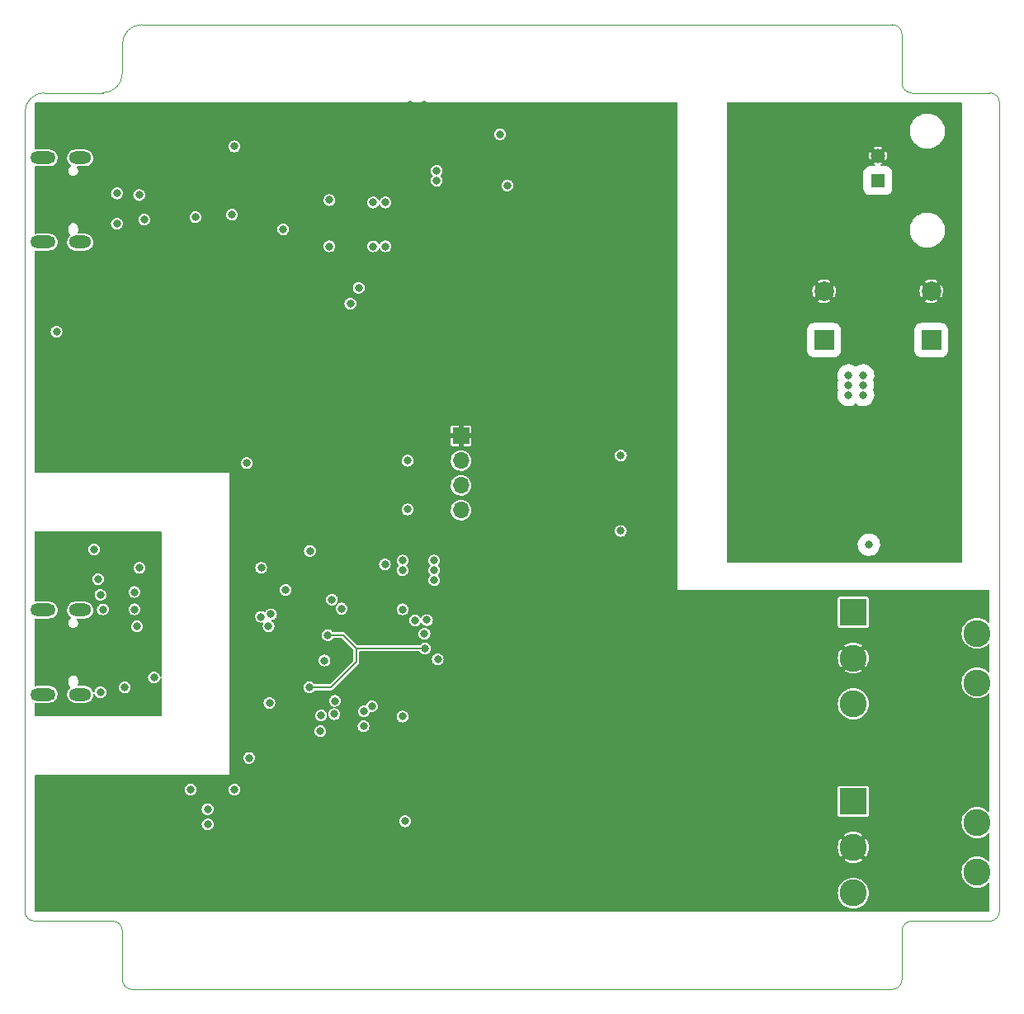
<source format=gbr>
%TF.GenerationSoftware,KiCad,Pcbnew,(6.0.4)*%
%TF.CreationDate,2023-03-28T21:24:44-04:00*%
%TF.ProjectId,PD_HV,50445f48-562e-46b6-9963-61645f706362,rev?*%
%TF.SameCoordinates,Original*%
%TF.FileFunction,Copper,L3,Inr*%
%TF.FilePolarity,Positive*%
%FSLAX46Y46*%
G04 Gerber Fmt 4.6, Leading zero omitted, Abs format (unit mm)*
G04 Created by KiCad (PCBNEW (6.0.4)) date 2023-03-28 21:24:44*
%MOMM*%
%LPD*%
G01*
G04 APERTURE LIST*
%TA.AperFunction,Profile*%
%ADD10C,0.100000*%
%TD*%
%TA.AperFunction,ComponentPad*%
%ADD11R,1.700000X1.700000*%
%TD*%
%TA.AperFunction,ComponentPad*%
%ADD12O,1.700000X1.700000*%
%TD*%
%TA.AperFunction,ComponentPad*%
%ADD13R,2.000000X2.000000*%
%TD*%
%TA.AperFunction,ComponentPad*%
%ADD14C,2.000000*%
%TD*%
%TA.AperFunction,ComponentPad*%
%ADD15R,2.775000X2.775000*%
%TD*%
%TA.AperFunction,ComponentPad*%
%ADD16C,2.775000*%
%TD*%
%TA.AperFunction,ComponentPad*%
%ADD17R,1.478000X1.478000*%
%TD*%
%TA.AperFunction,ComponentPad*%
%ADD18C,1.478000*%
%TD*%
%TA.AperFunction,ComponentPad*%
%ADD19O,2.600000X1.300000*%
%TD*%
%TA.AperFunction,ComponentPad*%
%ADD20O,2.300000X1.300000*%
%TD*%
%TA.AperFunction,ViaPad*%
%ADD21C,0.800000*%
%TD*%
%TA.AperFunction,Conductor*%
%ADD22C,0.200000*%
%TD*%
G04 APERTURE END LIST*
D10*
X75000000Y-129000000D02*
X83000000Y-129000000D01*
X84000000Y-135000000D02*
G75*
G03*
X85000000Y-136000000I1000000J0D01*
G01*
X165000000Y-129000000D02*
G75*
G03*
X164000000Y-130000000I0J-1000000D01*
G01*
X164000000Y-43000000D02*
X164000000Y-38000000D01*
X76000000Y-44000000D02*
G75*
G03*
X74000000Y-46000000I0J-2000000D01*
G01*
X164000000Y-135000000D02*
X164000000Y-130000000D01*
X82000000Y-44000000D02*
G75*
G03*
X84000000Y-42000000I0J2000000D01*
G01*
X84000000Y-130000000D02*
G75*
G03*
X83000000Y-129000000I-1000000J0D01*
G01*
X164000000Y-43000000D02*
G75*
G03*
X165000000Y-44000000I1000000J0D01*
G01*
X163000000Y-37000000D02*
X86000000Y-37000000D01*
X84000000Y-130000000D02*
X84000000Y-135000000D01*
X173000000Y-44000000D02*
X165000000Y-44000000D01*
X86000000Y-37000000D02*
G75*
G03*
X84000000Y-39000000I0J-2000000D01*
G01*
X163000000Y-136000000D02*
G75*
G03*
X164000000Y-135000000I0J1000000D01*
G01*
X173000000Y-129000000D02*
G75*
G03*
X174000000Y-128000000I0J1000000D01*
G01*
X174000000Y-128000000D02*
X174000000Y-45000000D01*
X84000000Y-39000000D02*
X84000000Y-42000000D01*
X85000000Y-136000000D02*
X163000000Y-136000000D01*
X82000000Y-44000000D02*
X76000000Y-44000000D01*
X74000000Y-128000000D02*
G75*
G03*
X75000000Y-129000000I1000000J0D01*
G01*
X174000000Y-45000000D02*
G75*
G03*
X173000000Y-44000000I-1000000J0D01*
G01*
X74000000Y-46000000D02*
X74000000Y-128000000D01*
X165000000Y-129000000D02*
X173000000Y-129000000D01*
X164000000Y-38000000D02*
G75*
G03*
X163000000Y-37000000I-1000000J0D01*
G01*
D11*
%TO.N,GND*%
%TO.C,J4*%
X118750000Y-79200000D03*
D12*
%TO.N,/RP2040/SCL*%
X118750000Y-81740000D03*
%TO.N,/RP2040/SDA*%
X118750000Y-84280000D03*
%TO.N,+3.3V*%
X118750000Y-86820000D03*
%TD*%
D13*
%TO.N,+HV*%
%TO.C,C6*%
X156000000Y-69367677D03*
D14*
%TO.N,GND2*%
X156000000Y-64367677D03*
%TD*%
D13*
%TO.N,+HV*%
%TO.C,C35*%
X167000000Y-69367677D03*
D14*
%TO.N,GND2*%
X167000000Y-64367677D03*
%TD*%
D15*
%TO.N,unconnected-(SW5-Pad1)*%
%TO.C,SW5*%
X159000000Y-116720000D03*
D16*
%TO.N,GND*%
X159000000Y-121420000D03*
%TO.N,/RP2040/ONOFF*%
X159000000Y-126120000D03*
%TO.N,N/C*%
X171700000Y-118880000D03*
X171700000Y-123960000D03*
%TD*%
D17*
%TO.N,+HV*%
%TO.C,J3*%
X161520000Y-53000000D03*
D18*
%TO.N,GND2*%
X161520000Y-50460000D03*
%TD*%
D19*
%TO.N,unconnected-(J1-PadS1)*%
%TO.C,J1*%
X75850000Y-50680000D03*
D20*
X79675000Y-59320000D03*
D19*
X75850000Y-59320000D03*
D20*
X79675000Y-50680000D03*
%TD*%
%TO.N,unconnected-(J2-PadS1)*%
%TO.C,J2*%
X79675000Y-105720000D03*
D19*
X75850000Y-97080000D03*
D20*
X79675000Y-97080000D03*
D19*
X75850000Y-105720000D03*
%TD*%
D15*
%TO.N,/RP2040/DEC*%
%TO.C,SW4*%
X159000000Y-97300000D03*
D16*
%TO.N,GND*%
X159000000Y-102000000D03*
%TO.N,/RP2040/INC*%
X159000000Y-106700000D03*
%TO.N,N/C*%
X171700000Y-99460000D03*
X171700000Y-104540000D03*
%TD*%
D21*
%TO.N,+3.3V*%
X113250000Y-86750000D03*
%TO.N,/HVMeasurement/DIAG*%
X110946118Y-92392236D03*
X116000000Y-94000000D03*
%TO.N,/HVMeasurement/CLKIN*%
X116000000Y-93000000D03*
X112750000Y-93000000D03*
%TO.N,/HVMeasurement/DOUT*%
X116000000Y-92000000D03*
X112750000Y-92000000D03*
%TO.N,/RP2040/SCL*%
X113250000Y-81750000D03*
%TO.N,GND*%
X99000000Y-52000000D03*
X114000000Y-112500000D03*
%TO.N,+20V_USBPD*%
X95500000Y-49500000D03*
X86250000Y-57000000D03*
X95250000Y-56500000D03*
X77250000Y-68500000D03*
%TO.N,GND*%
X122000000Y-53500000D03*
X91500000Y-80250000D03*
X101750000Y-93750000D03*
X75500000Y-125250000D03*
X102000000Y-97750000D03*
X127000000Y-106250000D03*
X82000000Y-67750000D03*
X122500000Y-56000000D03*
X121000000Y-53500000D03*
X85500000Y-56000000D03*
X103500000Y-125250000D03*
X114250000Y-61000000D03*
X81850500Y-58100000D03*
X98500000Y-95000000D03*
X84218691Y-52031309D03*
X112000000Y-54750000D03*
X111250000Y-49250000D03*
X102000000Y-96500000D03*
X116500000Y-61000000D03*
X115000000Y-45250000D03*
X115975000Y-54775000D03*
X111500000Y-94105480D03*
X100500000Y-125250000D03*
X107500000Y-110750000D03*
X100750000Y-103000000D03*
X122000000Y-54500000D03*
X89000000Y-60500000D03*
X114022825Y-52152353D03*
X111500000Y-110750000D03*
X89500000Y-125250000D03*
X87500000Y-59500000D03*
X87500000Y-68500000D03*
X136400000Y-87200000D03*
X96650000Y-104350000D03*
X97000000Y-111250000D03*
X102000000Y-97750000D03*
X96850000Y-89150000D03*
X132400000Y-84450000D03*
X132400000Y-82700000D03*
X94250000Y-53250000D03*
X100750000Y-104000000D03*
X114500000Y-125250000D03*
X81500000Y-51500000D03*
X118750000Y-61000000D03*
X97250000Y-55000000D03*
X86500000Y-125250000D03*
X138250002Y-77999999D03*
X119250000Y-100750000D03*
X103499500Y-65600000D03*
X102905000Y-116905000D03*
X115019520Y-103980480D03*
X108000000Y-94000000D03*
X119250000Y-99250000D03*
X121000000Y-54500000D03*
X127000000Y-102750000D03*
X113500000Y-45250000D03*
%TO.N,GND2*%
X149600000Y-87200000D03*
%TO.N,+1V1*%
X105084764Y-99638500D03*
X115047405Y-101013320D03*
X103200000Y-105000000D03*
%TO.N,GND1*%
X81100000Y-90850000D03*
X82000000Y-97000000D03*
X85225500Y-97000000D03*
X81500000Y-93900000D03*
X85225000Y-95225000D03*
X81750000Y-105500000D03*
X81750000Y-95500000D03*
X84250000Y-105000000D03*
X87250000Y-104000000D03*
%TO.N,/USBPD_IN/CC1*%
X83435661Y-54316174D03*
X83435661Y-57435661D03*
X85724500Y-54487701D03*
%TO.N,Net-(JP1-Pad1)*%
X85500000Y-98750000D03*
X85750000Y-92750000D03*
%TO.N,Net-(JP3-Pad1)*%
X98235000Y-97765000D03*
X98250000Y-92750000D03*
%TO.N,/USBPD_IN/VBUSG*%
X100500000Y-58000000D03*
X91500000Y-56750000D03*
%TO.N,/HV_Flyback/nDone*%
X108250000Y-64000000D03*
X116250000Y-53000000D03*
%TO.N,/HV_Flyback/CHARGE*%
X107400000Y-65620500D03*
X116250000Y-52000000D03*
%TO.N,/RP2040/QSPI_SS*%
X104320500Y-109500000D03*
X105750000Y-107750000D03*
%TO.N,Net-(Q1-Pad4)*%
X123500000Y-53500000D03*
X122750000Y-48250000D03*
%TO.N,/RP2040/SCL*%
X109750000Y-59750000D03*
X109750000Y-55250000D03*
X114040423Y-98139923D03*
X109613960Y-106925471D03*
%TO.N,/RP2040/SDA*%
X111000000Y-59750000D03*
X108777464Y-107472536D03*
X111000000Y-55250000D03*
X115250000Y-98099500D03*
%TO.N,/RP2040/RUN*%
X113000000Y-118750000D03*
X115000000Y-99500000D03*
%TO.N,/RP2040/QSPI_SD1*%
X105800000Y-106400000D03*
X104390500Y-107891192D03*
%TO.N,/ISO_USB/PIN*%
X92750000Y-119079500D03*
X91000000Y-115500000D03*
X92750000Y-117500000D03*
X99000000Y-98750000D03*
%TO.N,+HV*%
X160600000Y-90362000D03*
X158500000Y-74000000D03*
X159991585Y-73999999D03*
X158500000Y-75000000D03*
X158500000Y-73000000D03*
X160000000Y-75000000D03*
X160000000Y-73000000D03*
%TO.N,+3.3V*%
X135150000Y-81200000D03*
X106500000Y-96925000D03*
X108750000Y-109000000D03*
X96750000Y-82000000D03*
X97000000Y-112250000D03*
X112750000Y-97000000D03*
X105250000Y-55000000D03*
X112750000Y-108000000D03*
X105500000Y-96000000D03*
X99250000Y-97500000D03*
X116365000Y-102135000D03*
X135150000Y-88950000D03*
X104750000Y-102250000D03*
X103250000Y-91000000D03*
X100750000Y-95000000D03*
X99095000Y-106595000D03*
X105250000Y-59750000D03*
X95500000Y-115500000D03*
%TO.N,+VBUS_USB*%
X81500000Y-98500000D03*
X81500000Y-104000000D03*
X87350000Y-92650000D03*
%TD*%
D22*
%TO.N,+1V1*%
X106638500Y-99638500D02*
X108013320Y-101013320D01*
X105400000Y-105000000D02*
X108013320Y-102386680D01*
X103200000Y-105000000D02*
X105400000Y-105000000D01*
X108013320Y-102386680D02*
X108013320Y-101013320D01*
X105084764Y-99638500D02*
X106638500Y-99638500D01*
X108013320Y-101013320D02*
X115047405Y-101013320D01*
%TD*%
%TA.AperFunction,Conductor*%
%TO.N,GND2*%
G36*
X170171780Y-45018482D02*
G01*
X170198800Y-45065282D01*
X170200000Y-45079000D01*
X170200000Y-92121000D01*
X170181518Y-92171780D01*
X170134718Y-92198800D01*
X170121000Y-92200000D01*
X146079000Y-92200000D01*
X146028220Y-92181518D01*
X146001200Y-92134718D01*
X146000000Y-92121000D01*
X146000000Y-90331754D01*
X159444967Y-90331754D01*
X159458796Y-90542749D01*
X159510845Y-90747690D01*
X159599369Y-90939714D01*
X159721405Y-91112391D01*
X159872865Y-91259937D01*
X160048677Y-91377411D01*
X160242953Y-91460878D01*
X160317714Y-91477795D01*
X160445654Y-91506745D01*
X160445656Y-91506745D01*
X160449186Y-91507544D01*
X160517191Y-91510216D01*
X160656845Y-91515704D01*
X160656850Y-91515704D01*
X160660470Y-91515846D01*
X160869730Y-91485504D01*
X160969842Y-91451521D01*
X161066533Y-91418699D01*
X161066537Y-91418697D01*
X161069955Y-91417537D01*
X161254442Y-91314219D01*
X161417012Y-91179012D01*
X161552219Y-91016442D01*
X161655537Y-90831955D01*
X161723504Y-90631730D01*
X161753846Y-90422470D01*
X161755429Y-90362000D01*
X161736081Y-90151440D01*
X161678686Y-89947931D01*
X161585165Y-89758290D01*
X161458651Y-89588867D01*
X161432034Y-89564262D01*
X161407653Y-89541725D01*
X161303381Y-89445337D01*
X161124554Y-89332505D01*
X161121189Y-89331162D01*
X161121186Y-89331161D01*
X160931526Y-89255495D01*
X160931527Y-89255495D01*
X160928160Y-89254152D01*
X160826586Y-89233948D01*
X160724325Y-89213607D01*
X160724324Y-89213607D01*
X160720775Y-89212901D01*
X160627081Y-89211674D01*
X160512974Y-89210180D01*
X160512969Y-89210180D01*
X160509346Y-89210133D01*
X160505774Y-89210747D01*
X160505771Y-89210747D01*
X160424844Y-89224653D01*
X160300953Y-89245941D01*
X160102575Y-89319127D01*
X159920856Y-89427238D01*
X159918135Y-89429624D01*
X159918134Y-89429625D01*
X159900218Y-89445337D01*
X159761881Y-89566655D01*
X159630976Y-89732708D01*
X159532523Y-89919836D01*
X159469820Y-90121773D01*
X159444967Y-90331754D01*
X146000000Y-90331754D01*
X146000000Y-74969754D01*
X157344967Y-74969754D01*
X157358796Y-75180749D01*
X157410845Y-75385690D01*
X157499369Y-75577714D01*
X157621405Y-75750391D01*
X157772865Y-75897937D01*
X157948677Y-76015411D01*
X158142953Y-76098878D01*
X158217714Y-76115795D01*
X158345654Y-76144745D01*
X158345656Y-76144745D01*
X158349186Y-76145544D01*
X158417191Y-76148216D01*
X158556845Y-76153704D01*
X158556850Y-76153704D01*
X158560470Y-76153846D01*
X158769730Y-76123504D01*
X158869843Y-76089520D01*
X158966533Y-76056699D01*
X158966537Y-76056697D01*
X158969955Y-76055537D01*
X159154442Y-75952219D01*
X159163206Y-75944930D01*
X159198035Y-75915964D01*
X159248896Y-75897704D01*
X159292440Y-75911017D01*
X159412344Y-75991134D01*
X159448677Y-76015411D01*
X159642953Y-76098878D01*
X159717714Y-76115795D01*
X159845654Y-76144745D01*
X159845656Y-76144745D01*
X159849186Y-76145544D01*
X159917191Y-76148216D01*
X160056845Y-76153704D01*
X160056850Y-76153704D01*
X160060470Y-76153846D01*
X160269730Y-76123504D01*
X160369843Y-76089520D01*
X160466533Y-76056699D01*
X160466537Y-76056697D01*
X160469955Y-76055537D01*
X160654442Y-75952219D01*
X160817012Y-75817012D01*
X160952219Y-75654442D01*
X161055537Y-75469955D01*
X161123504Y-75269730D01*
X161153846Y-75060470D01*
X161155429Y-75000000D01*
X161136081Y-74789440D01*
X161078686Y-74585931D01*
X161051146Y-74530086D01*
X161045263Y-74476368D01*
X161047191Y-74469751D01*
X161113927Y-74273151D01*
X161115089Y-74269729D01*
X161145431Y-74060469D01*
X161147014Y-73999999D01*
X161127666Y-73789439D01*
X161070271Y-73585930D01*
X161051343Y-73547548D01*
X161045460Y-73493830D01*
X161052313Y-73476431D01*
X161052295Y-73476423D01*
X161052480Y-73476007D01*
X161053268Y-73474007D01*
X161053769Y-73473112D01*
X161055537Y-73469955D01*
X161057552Y-73464021D01*
X161122342Y-73273152D01*
X161123504Y-73269730D01*
X161153846Y-73060470D01*
X161155429Y-73000000D01*
X161136081Y-72789440D01*
X161078686Y-72585931D01*
X160985165Y-72396290D01*
X160858651Y-72226867D01*
X160832034Y-72202262D01*
X160807653Y-72179725D01*
X160703381Y-72083337D01*
X160524554Y-71970505D01*
X160521189Y-71969162D01*
X160521186Y-71969161D01*
X160331526Y-71893495D01*
X160331527Y-71893495D01*
X160328160Y-71892152D01*
X160226586Y-71871948D01*
X160124325Y-71851607D01*
X160124324Y-71851607D01*
X160120775Y-71850901D01*
X160027081Y-71849674D01*
X159912974Y-71848180D01*
X159912969Y-71848180D01*
X159909346Y-71848133D01*
X159905774Y-71848747D01*
X159905771Y-71848747D01*
X159824844Y-71862653D01*
X159700953Y-71883941D01*
X159502575Y-71957127D01*
X159447386Y-71989961D01*
X159323970Y-72063385D01*
X159323967Y-72063387D01*
X159320856Y-72065238D01*
X159318135Y-72067624D01*
X159318127Y-72067630D01*
X159303518Y-72080442D01*
X159253153Y-72100028D01*
X159204048Y-72083954D01*
X159203381Y-72083337D01*
X159200321Y-72081406D01*
X159200318Y-72081404D01*
X159027622Y-71972441D01*
X159024554Y-71970505D01*
X159021189Y-71969162D01*
X159021186Y-71969161D01*
X158831526Y-71893495D01*
X158831527Y-71893495D01*
X158828160Y-71892152D01*
X158726586Y-71871948D01*
X158624325Y-71851607D01*
X158624324Y-71851607D01*
X158620775Y-71850901D01*
X158527081Y-71849674D01*
X158412974Y-71848180D01*
X158412969Y-71848180D01*
X158409346Y-71848133D01*
X158405774Y-71848747D01*
X158405771Y-71848747D01*
X158324844Y-71862653D01*
X158200953Y-71883941D01*
X158002575Y-71957127D01*
X157820856Y-72065238D01*
X157818135Y-72067624D01*
X157818134Y-72067625D01*
X157768888Y-72110813D01*
X157661881Y-72204655D01*
X157530976Y-72370708D01*
X157432523Y-72557836D01*
X157369820Y-72759773D01*
X157344967Y-72969754D01*
X157358796Y-73180749D01*
X157410845Y-73385690D01*
X157440486Y-73449986D01*
X157446956Y-73464021D01*
X157451431Y-73517875D01*
X157445127Y-73533878D01*
X157434212Y-73554625D01*
X157432523Y-73557836D01*
X157431450Y-73561291D01*
X157431449Y-73561294D01*
X157422717Y-73589416D01*
X157369820Y-73759773D01*
X157344967Y-73969754D01*
X157358796Y-74180749D01*
X157410845Y-74385690D01*
X157440486Y-74449986D01*
X157446956Y-74464021D01*
X157451431Y-74517875D01*
X157445127Y-74533878D01*
X157434212Y-74554625D01*
X157432523Y-74557836D01*
X157369820Y-74759773D01*
X157344967Y-74969754D01*
X146000000Y-74969754D01*
X146000000Y-70417543D01*
X154249500Y-70417543D01*
X154260359Y-70522196D01*
X154315744Y-70688206D01*
X154407834Y-70837022D01*
X154411080Y-70840263D01*
X154411083Y-70840266D01*
X154527615Y-70956594D01*
X154531689Y-70960661D01*
X154680666Y-71052491D01*
X154748253Y-71074909D01*
X154842677Y-71106229D01*
X154842679Y-71106230D01*
X154846772Y-71107587D01*
X154851060Y-71108026D01*
X154851063Y-71108027D01*
X154948139Y-71117973D01*
X154948147Y-71117973D01*
X154950134Y-71118177D01*
X157049866Y-71118177D01*
X157051887Y-71117967D01*
X157051893Y-71117967D01*
X157150213Y-71107765D01*
X157150215Y-71107765D01*
X157154519Y-71107318D01*
X157158624Y-71105948D01*
X157158626Y-71105948D01*
X157197290Y-71093049D01*
X157320529Y-71051933D01*
X157469345Y-70959843D01*
X157472586Y-70956597D01*
X157472589Y-70956594D01*
X157589743Y-70839235D01*
X157589744Y-70839233D01*
X157592984Y-70835988D01*
X157684814Y-70687011D01*
X157739910Y-70520905D01*
X157740350Y-70516614D01*
X157750296Y-70419538D01*
X157750296Y-70419530D01*
X157750500Y-70417543D01*
X165249500Y-70417543D01*
X165260359Y-70522196D01*
X165315744Y-70688206D01*
X165407834Y-70837022D01*
X165411080Y-70840263D01*
X165411083Y-70840266D01*
X165527615Y-70956594D01*
X165531689Y-70960661D01*
X165680666Y-71052491D01*
X165748253Y-71074909D01*
X165842677Y-71106229D01*
X165842679Y-71106230D01*
X165846772Y-71107587D01*
X165851060Y-71108026D01*
X165851063Y-71108027D01*
X165948139Y-71117973D01*
X165948147Y-71117973D01*
X165950134Y-71118177D01*
X168049866Y-71118177D01*
X168051887Y-71117967D01*
X168051893Y-71117967D01*
X168150213Y-71107765D01*
X168150215Y-71107765D01*
X168154519Y-71107318D01*
X168158624Y-71105948D01*
X168158626Y-71105948D01*
X168197290Y-71093049D01*
X168320529Y-71051933D01*
X168469345Y-70959843D01*
X168472586Y-70956597D01*
X168472589Y-70956594D01*
X168589743Y-70839235D01*
X168589744Y-70839233D01*
X168592984Y-70835988D01*
X168684814Y-70687011D01*
X168739910Y-70520905D01*
X168740350Y-70516614D01*
X168750296Y-70419538D01*
X168750296Y-70419530D01*
X168750500Y-70417543D01*
X168750500Y-68317811D01*
X168739641Y-68213158D01*
X168684256Y-68047148D01*
X168592166Y-67898332D01*
X168588920Y-67895091D01*
X168588917Y-67895088D01*
X168471558Y-67777934D01*
X168471556Y-67777933D01*
X168468311Y-67774693D01*
X168319334Y-67682863D01*
X168251747Y-67660445D01*
X168157323Y-67629125D01*
X168157321Y-67629124D01*
X168153228Y-67627767D01*
X168148940Y-67627328D01*
X168148937Y-67627327D01*
X168051861Y-67617381D01*
X168051853Y-67617381D01*
X168049866Y-67617177D01*
X165950134Y-67617177D01*
X165948113Y-67617387D01*
X165948107Y-67617387D01*
X165849787Y-67627589D01*
X165849785Y-67627589D01*
X165845481Y-67628036D01*
X165841376Y-67629406D01*
X165841374Y-67629406D01*
X165802710Y-67642305D01*
X165679471Y-67683421D01*
X165530655Y-67775511D01*
X165527414Y-67778757D01*
X165527411Y-67778760D01*
X165410257Y-67896119D01*
X165407016Y-67899366D01*
X165315186Y-68048343D01*
X165260090Y-68214449D01*
X165259651Y-68218737D01*
X165259650Y-68218740D01*
X165249708Y-68315784D01*
X165249500Y-68317811D01*
X165249500Y-70417543D01*
X157750500Y-70417543D01*
X157750500Y-68317811D01*
X157739641Y-68213158D01*
X157684256Y-68047148D01*
X157592166Y-67898332D01*
X157588920Y-67895091D01*
X157588917Y-67895088D01*
X157471558Y-67777934D01*
X157471556Y-67777933D01*
X157468311Y-67774693D01*
X157319334Y-67682863D01*
X157251747Y-67660445D01*
X157157323Y-67629125D01*
X157157321Y-67629124D01*
X157153228Y-67627767D01*
X157148940Y-67627328D01*
X157148937Y-67627327D01*
X157051861Y-67617381D01*
X157051853Y-67617381D01*
X157049866Y-67617177D01*
X154950134Y-67617177D01*
X154948113Y-67617387D01*
X154948107Y-67617387D01*
X154849787Y-67627589D01*
X154849785Y-67627589D01*
X154845481Y-67628036D01*
X154841376Y-67629406D01*
X154841374Y-67629406D01*
X154802710Y-67642305D01*
X154679471Y-67683421D01*
X154530655Y-67775511D01*
X154527414Y-67778757D01*
X154527411Y-67778760D01*
X154410257Y-67896119D01*
X154407016Y-67899366D01*
X154315186Y-68048343D01*
X154260090Y-68214449D01*
X154259651Y-68218737D01*
X154259650Y-68218740D01*
X154249708Y-68315784D01*
X154249500Y-68317811D01*
X154249500Y-70417543D01*
X146000000Y-70417543D01*
X146000000Y-65377213D01*
X155355169Y-65377213D01*
X155356115Y-65380743D01*
X155356223Y-65380849D01*
X155421951Y-65424768D01*
X155428276Y-65428202D01*
X155624263Y-65512404D01*
X155631127Y-65514634D01*
X155839167Y-65561709D01*
X155846316Y-65562650D01*
X156059447Y-65571024D01*
X156066665Y-65570645D01*
X156277749Y-65540040D01*
X156284766Y-65538355D01*
X156486744Y-65469793D01*
X156493336Y-65466858D01*
X156639279Y-65385126D01*
X156646097Y-65377213D01*
X166355169Y-65377213D01*
X166356115Y-65380743D01*
X166356223Y-65380849D01*
X166421951Y-65424768D01*
X166428276Y-65428202D01*
X166624263Y-65512404D01*
X166631127Y-65514634D01*
X166839167Y-65561709D01*
X166846316Y-65562650D01*
X167059447Y-65571024D01*
X167066665Y-65570645D01*
X167277749Y-65540040D01*
X167284766Y-65538355D01*
X167486744Y-65469793D01*
X167493336Y-65466858D01*
X167639279Y-65385126D01*
X167646691Y-65376524D01*
X167646717Y-65374547D01*
X167645128Y-65372016D01*
X167009851Y-64736738D01*
X166999558Y-64731938D01*
X166993262Y-64733625D01*
X166359969Y-65366919D01*
X166355169Y-65377213D01*
X156646097Y-65377213D01*
X156646691Y-65376524D01*
X156646717Y-65374547D01*
X156645128Y-65372016D01*
X156009851Y-64736738D01*
X155999558Y-64731938D01*
X155993262Y-64733625D01*
X155359969Y-65366919D01*
X155355169Y-65377213D01*
X146000000Y-65377213D01*
X146000000Y-64339746D01*
X154795509Y-64339746D01*
X154809459Y-64552589D01*
X154810588Y-64559715D01*
X154863091Y-64766443D01*
X154865504Y-64773257D01*
X154954800Y-64966957D01*
X154958407Y-64973204D01*
X154982191Y-65006859D01*
X154991521Y-65013331D01*
X154995500Y-65012966D01*
X155630939Y-64377528D01*
X155635327Y-64368119D01*
X156364261Y-64368119D01*
X156365948Y-64374415D01*
X157000792Y-65009258D01*
X157011086Y-65014058D01*
X157012996Y-65013547D01*
X157014998Y-65011332D01*
X157099181Y-64861013D01*
X157102116Y-64854421D01*
X157170678Y-64652443D01*
X157172363Y-64645426D01*
X157203154Y-64433061D01*
X157203550Y-64428418D01*
X157205080Y-64370004D01*
X157204928Y-64365361D01*
X157202574Y-64339746D01*
X165795509Y-64339746D01*
X165809459Y-64552589D01*
X165810588Y-64559715D01*
X165863091Y-64766443D01*
X165865504Y-64773257D01*
X165954800Y-64966957D01*
X165958407Y-64973204D01*
X165982191Y-65006859D01*
X165991521Y-65013331D01*
X165995500Y-65012966D01*
X166630939Y-64377528D01*
X166635327Y-64368119D01*
X167364261Y-64368119D01*
X167365948Y-64374415D01*
X168000792Y-65009258D01*
X168011086Y-65014058D01*
X168012996Y-65013547D01*
X168014998Y-65011332D01*
X168099181Y-64861013D01*
X168102116Y-64854421D01*
X168170678Y-64652443D01*
X168172363Y-64645426D01*
X168203154Y-64433061D01*
X168203550Y-64428418D01*
X168205080Y-64370004D01*
X168204928Y-64365361D01*
X168185292Y-64151663D01*
X168183977Y-64144570D01*
X168126079Y-63939279D01*
X168123494Y-63932545D01*
X168029154Y-63741242D01*
X168025385Y-63735091D01*
X168019361Y-63727023D01*
X168009864Y-63720797D01*
X168005585Y-63721303D01*
X167369061Y-64357826D01*
X167364261Y-64368119D01*
X166635327Y-64368119D01*
X166635739Y-64367235D01*
X166634052Y-64360939D01*
X165997459Y-63724347D01*
X165987165Y-63719547D01*
X165985800Y-63719913D01*
X165983213Y-63722849D01*
X165888282Y-63903284D01*
X165885521Y-63909948D01*
X165822268Y-64113655D01*
X165820768Y-64120716D01*
X165795698Y-64332528D01*
X165795509Y-64339746D01*
X157202574Y-64339746D01*
X157185292Y-64151663D01*
X157183977Y-64144570D01*
X157126079Y-63939279D01*
X157123494Y-63932545D01*
X157029154Y-63741242D01*
X157025385Y-63735091D01*
X157019361Y-63727023D01*
X157009864Y-63720797D01*
X157005585Y-63721303D01*
X156369061Y-64357826D01*
X156364261Y-64368119D01*
X155635327Y-64368119D01*
X155635739Y-64367235D01*
X155634052Y-64360939D01*
X154997459Y-63724347D01*
X154987165Y-63719547D01*
X154985800Y-63719913D01*
X154983213Y-63722849D01*
X154888282Y-63903284D01*
X154885521Y-63909948D01*
X154822268Y-64113655D01*
X154820768Y-64120716D01*
X154795698Y-64332528D01*
X154795509Y-64339746D01*
X146000000Y-64339746D01*
X146000000Y-63359831D01*
X155354477Y-63359831D01*
X155354510Y-63362366D01*
X155355627Y-63364094D01*
X155990149Y-63998616D01*
X156000443Y-64003416D01*
X156006737Y-64001730D01*
X156639945Y-63368521D01*
X156643997Y-63359831D01*
X166354477Y-63359831D01*
X166354510Y-63362366D01*
X166355627Y-63364094D01*
X166990149Y-63998616D01*
X167000443Y-64003416D01*
X167006737Y-64001730D01*
X167639945Y-63368521D01*
X167644745Y-63358227D01*
X167643943Y-63355235D01*
X167643144Y-63354473D01*
X167550184Y-63295820D01*
X167543761Y-63292548D01*
X167345645Y-63213507D01*
X167338724Y-63211457D01*
X167129522Y-63169844D01*
X167122352Y-63169091D01*
X166909073Y-63166298D01*
X166901873Y-63166865D01*
X166691661Y-63202986D01*
X166684683Y-63204856D01*
X166484569Y-63278681D01*
X166478062Y-63281785D01*
X166361663Y-63351035D01*
X166354477Y-63359831D01*
X156643997Y-63359831D01*
X156644745Y-63358227D01*
X156643943Y-63355235D01*
X156643144Y-63354473D01*
X156550184Y-63295820D01*
X156543761Y-63292548D01*
X156345645Y-63213507D01*
X156338724Y-63211457D01*
X156129522Y-63169844D01*
X156122352Y-63169091D01*
X155909073Y-63166298D01*
X155901873Y-63166865D01*
X155691661Y-63202986D01*
X155684683Y-63204856D01*
X155484569Y-63278681D01*
X155478062Y-63281785D01*
X155361663Y-63351035D01*
X155354477Y-63359831D01*
X146000000Y-63359831D01*
X146000000Y-58189920D01*
X164802823Y-58189920D01*
X164838811Y-58454352D01*
X164913489Y-58710561D01*
X164914718Y-58713228D01*
X164914720Y-58713232D01*
X164934955Y-58757124D01*
X165025217Y-58952917D01*
X165026819Y-58955360D01*
X165026822Y-58955366D01*
X165053624Y-58996245D01*
X165171540Y-59176096D01*
X165349243Y-59375196D01*
X165554424Y-59545843D01*
X165556931Y-59547364D01*
X165556932Y-59547365D01*
X165780069Y-59682768D01*
X165782574Y-59684288D01*
X166028682Y-59787490D01*
X166287340Y-59853181D01*
X166408789Y-59865410D01*
X166507023Y-59875302D01*
X166507028Y-59875302D01*
X166508992Y-59875500D01*
X166667755Y-59875500D01*
X166866136Y-59860758D01*
X167126425Y-59801860D01*
X167375150Y-59705136D01*
X167606846Y-59572711D01*
X167609144Y-59570899D01*
X167609149Y-59570896D01*
X167814115Y-59409314D01*
X167816424Y-59407494D01*
X167846807Y-59375196D01*
X167997270Y-59215249D01*
X167997272Y-59215246D01*
X167999279Y-59213113D01*
X168151393Y-58993841D01*
X168269427Y-58754492D01*
X168282635Y-58713232D01*
X168349892Y-58503120D01*
X168349892Y-58503119D01*
X168350786Y-58500327D01*
X168357816Y-58457164D01*
X168367715Y-58396379D01*
X168393683Y-58236927D01*
X168397177Y-57970080D01*
X168361189Y-57705648D01*
X168286511Y-57449439D01*
X168267549Y-57408306D01*
X168176011Y-57209746D01*
X168176009Y-57209742D01*
X168174783Y-57207083D01*
X168173181Y-57204640D01*
X168173178Y-57204634D01*
X168030062Y-56986347D01*
X168030060Y-56986344D01*
X168028460Y-56983904D01*
X167850757Y-56784804D01*
X167645576Y-56614157D01*
X167598905Y-56585836D01*
X167419931Y-56477232D01*
X167419930Y-56477232D01*
X167417426Y-56475712D01*
X167171318Y-56372510D01*
X166912660Y-56306819D01*
X166791211Y-56294590D01*
X166692977Y-56284698D01*
X166692972Y-56284698D01*
X166691008Y-56284500D01*
X166532245Y-56284500D01*
X166333864Y-56299242D01*
X166073575Y-56358140D01*
X165824850Y-56454864D01*
X165593154Y-56587289D01*
X165590856Y-56589101D01*
X165590851Y-56589104D01*
X165453172Y-56697641D01*
X165383576Y-56752506D01*
X165381561Y-56754648D01*
X165351141Y-56786986D01*
X165200721Y-56946887D01*
X165048607Y-57166159D01*
X164930573Y-57405508D01*
X164929679Y-57408302D01*
X164929677Y-57408306D01*
X164915607Y-57452261D01*
X164849214Y-57659673D01*
X164848744Y-57662559D01*
X164848743Y-57662563D01*
X164841253Y-57708553D01*
X164806317Y-57923073D01*
X164802823Y-58189920D01*
X146000000Y-58189920D01*
X146000000Y-53788866D01*
X160030500Y-53788866D01*
X160041359Y-53893519D01*
X160096744Y-54059529D01*
X160188834Y-54208345D01*
X160192080Y-54211586D01*
X160192083Y-54211589D01*
X160308615Y-54327917D01*
X160312689Y-54331984D01*
X160461666Y-54423814D01*
X160529253Y-54446232D01*
X160623677Y-54477552D01*
X160623679Y-54477553D01*
X160627772Y-54478910D01*
X160632060Y-54479349D01*
X160632063Y-54479350D01*
X160729139Y-54489296D01*
X160729147Y-54489296D01*
X160731134Y-54489500D01*
X162308866Y-54489500D01*
X162310887Y-54489290D01*
X162310893Y-54489290D01*
X162409213Y-54479088D01*
X162409215Y-54479088D01*
X162413519Y-54478641D01*
X162417624Y-54477271D01*
X162417626Y-54477271D01*
X162456290Y-54464372D01*
X162579529Y-54423256D01*
X162728345Y-54331166D01*
X162731586Y-54327920D01*
X162731589Y-54327917D01*
X162848743Y-54210558D01*
X162848744Y-54210556D01*
X162851984Y-54207311D01*
X162943814Y-54058334D01*
X162998910Y-53892228D01*
X162999350Y-53887937D01*
X163009296Y-53790861D01*
X163009296Y-53790853D01*
X163009500Y-53788866D01*
X163009500Y-52211134D01*
X162998641Y-52106481D01*
X162943256Y-51940471D01*
X162851166Y-51791655D01*
X162847920Y-51788414D01*
X162847917Y-51788411D01*
X162730558Y-51671257D01*
X162730556Y-51671256D01*
X162727311Y-51668016D01*
X162578334Y-51576186D01*
X162510747Y-51553768D01*
X162416323Y-51522448D01*
X162416321Y-51522447D01*
X162412228Y-51521090D01*
X162407940Y-51520651D01*
X162407937Y-51520650D01*
X162310861Y-51510704D01*
X162310853Y-51510704D01*
X162308866Y-51510500D01*
X161839684Y-51510500D01*
X161788904Y-51492018D01*
X161761884Y-51445218D01*
X161771268Y-51392000D01*
X161812172Y-51358876D01*
X161811765Y-51357961D01*
X161815178Y-51356441D01*
X161815270Y-51356367D01*
X161815548Y-51356277D01*
X161969936Y-51287539D01*
X161978103Y-51279652D01*
X161975058Y-51274269D01*
X161529851Y-50829061D01*
X161519558Y-50824261D01*
X161513262Y-50825948D01*
X161067189Y-51272022D01*
X161062390Y-51282314D01*
X161067159Y-51286246D01*
X161224452Y-51356277D01*
X161224730Y-51356367D01*
X161224830Y-51356445D01*
X161228235Y-51357961D01*
X161227857Y-51358810D01*
X161267313Y-51389638D01*
X161278547Y-51442497D01*
X161253176Y-51490210D01*
X161200316Y-51510500D01*
X160731134Y-51510500D01*
X160729113Y-51510710D01*
X160729107Y-51510710D01*
X160630787Y-51520912D01*
X160630785Y-51520912D01*
X160626481Y-51521359D01*
X160622376Y-51522729D01*
X160622374Y-51522729D01*
X160583710Y-51535628D01*
X160460471Y-51576744D01*
X160311655Y-51668834D01*
X160308414Y-51672080D01*
X160308411Y-51672083D01*
X160191257Y-51789442D01*
X160188016Y-51792689D01*
X160096186Y-51941666D01*
X160041090Y-52107772D01*
X160040651Y-52112060D01*
X160040650Y-52112063D01*
X160030708Y-52209107D01*
X160030500Y-52211134D01*
X160030500Y-53788866D01*
X146000000Y-53788866D01*
X146000000Y-50464120D01*
X160576261Y-50464120D01*
X160596027Y-50652179D01*
X160597742Y-50660249D01*
X160656177Y-50840092D01*
X160659526Y-50847614D01*
X160694159Y-50907602D01*
X160702858Y-50914901D01*
X160705116Y-50914901D01*
X160707243Y-50913546D01*
X161150939Y-50469851D01*
X161155327Y-50460442D01*
X161884261Y-50460442D01*
X161885948Y-50466738D01*
X162329025Y-50909814D01*
X162339319Y-50914614D01*
X162341501Y-50914030D01*
X162343201Y-50912174D01*
X162380474Y-50847614D01*
X162383823Y-50840092D01*
X162442258Y-50660249D01*
X162443973Y-50652179D01*
X162463739Y-50464120D01*
X162463739Y-50455880D01*
X162443973Y-50267821D01*
X162442258Y-50259751D01*
X162383823Y-50079908D01*
X162380474Y-50072386D01*
X162345841Y-50012398D01*
X162337142Y-50005099D01*
X162334884Y-50005099D01*
X162332757Y-50006454D01*
X161889061Y-50450149D01*
X161884261Y-50460442D01*
X161155327Y-50460442D01*
X161155739Y-50459558D01*
X161154052Y-50453262D01*
X160710975Y-50010186D01*
X160700681Y-50005386D01*
X160698499Y-50005970D01*
X160696799Y-50007826D01*
X160659526Y-50072386D01*
X160656177Y-50079908D01*
X160597742Y-50259751D01*
X160596027Y-50267821D01*
X160576261Y-50455880D01*
X160576261Y-50464120D01*
X146000000Y-50464120D01*
X146000000Y-49640348D01*
X161061897Y-49640348D01*
X161064942Y-49645731D01*
X161510149Y-50090939D01*
X161520442Y-50095739D01*
X161526738Y-50094052D01*
X161972811Y-49647978D01*
X161977610Y-49637686D01*
X161972841Y-49633754D01*
X161815548Y-49563723D01*
X161807716Y-49561178D01*
X161622736Y-49521859D01*
X161614558Y-49521000D01*
X161425442Y-49521000D01*
X161417264Y-49521859D01*
X161232284Y-49561178D01*
X161224452Y-49563723D01*
X161070064Y-49632461D01*
X161061897Y-49640348D01*
X146000000Y-49640348D01*
X146000000Y-48029920D01*
X164802823Y-48029920D01*
X164838811Y-48294352D01*
X164913489Y-48550561D01*
X164914718Y-48553228D01*
X164914720Y-48553232D01*
X164934955Y-48597124D01*
X165025217Y-48792917D01*
X165026819Y-48795360D01*
X165026822Y-48795366D01*
X165053624Y-48836245D01*
X165171540Y-49016096D01*
X165349243Y-49215196D01*
X165554424Y-49385843D01*
X165556931Y-49387364D01*
X165556932Y-49387365D01*
X165778571Y-49521859D01*
X165782574Y-49524288D01*
X166028682Y-49627490D01*
X166287340Y-49693181D01*
X166408789Y-49705410D01*
X166507023Y-49715302D01*
X166507028Y-49715302D01*
X166508992Y-49715500D01*
X166667755Y-49715500D01*
X166866136Y-49700758D01*
X167126425Y-49641860D01*
X167137159Y-49637686D01*
X167220791Y-49605163D01*
X167375150Y-49545136D01*
X167606846Y-49412711D01*
X167609144Y-49410899D01*
X167609149Y-49410896D01*
X167814115Y-49249314D01*
X167816424Y-49247494D01*
X167846807Y-49215196D01*
X167997270Y-49055249D01*
X167997272Y-49055246D01*
X167999279Y-49053113D01*
X168151393Y-48833841D01*
X168269427Y-48594492D01*
X168282635Y-48553232D01*
X168349892Y-48343120D01*
X168349892Y-48343119D01*
X168350786Y-48340327D01*
X168357816Y-48297164D01*
X168367715Y-48236379D01*
X168393683Y-48076927D01*
X168397177Y-47810080D01*
X168361189Y-47545648D01*
X168286511Y-47289439D01*
X168267549Y-47248306D01*
X168176011Y-47049746D01*
X168176009Y-47049742D01*
X168174783Y-47047083D01*
X168173181Y-47044640D01*
X168173178Y-47044634D01*
X168030062Y-46826347D01*
X168030060Y-46826344D01*
X168028460Y-46823904D01*
X167850757Y-46624804D01*
X167645576Y-46454157D01*
X167598905Y-46425836D01*
X167419931Y-46317232D01*
X167419930Y-46317232D01*
X167417426Y-46315712D01*
X167171318Y-46212510D01*
X166912660Y-46146819D01*
X166791211Y-46134590D01*
X166692977Y-46124698D01*
X166692972Y-46124698D01*
X166691008Y-46124500D01*
X166532245Y-46124500D01*
X166333864Y-46139242D01*
X166073575Y-46198140D01*
X165824850Y-46294864D01*
X165593154Y-46427289D01*
X165590856Y-46429101D01*
X165590851Y-46429104D01*
X165453172Y-46537641D01*
X165383576Y-46592506D01*
X165381561Y-46594648D01*
X165351141Y-46626986D01*
X165200721Y-46786887D01*
X165048607Y-47006159D01*
X164930573Y-47245508D01*
X164929679Y-47248302D01*
X164929677Y-47248306D01*
X164915607Y-47292261D01*
X164849214Y-47499673D01*
X164848744Y-47502559D01*
X164848743Y-47502563D01*
X164841253Y-47548553D01*
X164806317Y-47763073D01*
X164802823Y-48029920D01*
X146000000Y-48029920D01*
X146000000Y-45079000D01*
X146018482Y-45028220D01*
X146065282Y-45001200D01*
X146079000Y-45000000D01*
X170121000Y-45000000D01*
X170171780Y-45018482D01*
G37*
%TD.AperFunction*%
%TD*%
%TA.AperFunction,Conductor*%
%TO.N,GND*%
G36*
X140971780Y-45018482D02*
G01*
X140998800Y-45065282D01*
X141000000Y-45079000D01*
X141000000Y-95000000D01*
X172921000Y-95000000D01*
X172971780Y-95018482D01*
X172998800Y-95065282D01*
X173000000Y-95079000D01*
X173000000Y-98322813D01*
X172981518Y-98373593D01*
X172934718Y-98400613D01*
X172881500Y-98391229D01*
X172860928Y-98374120D01*
X172828365Y-98335994D01*
X172826357Y-98333643D01*
X172783085Y-98296685D01*
X172638646Y-98173322D01*
X172638645Y-98173322D01*
X172636289Y-98171309D01*
X172423166Y-98040707D01*
X172192236Y-97945053D01*
X171949186Y-97886701D01*
X171700000Y-97867090D01*
X171450814Y-97886701D01*
X171207764Y-97945053D01*
X170976834Y-98040707D01*
X170763711Y-98171309D01*
X170761355Y-98173322D01*
X170761354Y-98173322D01*
X170616915Y-98296685D01*
X170573643Y-98333643D01*
X170571635Y-98335994D01*
X170480445Y-98442764D01*
X170411309Y-98523711D01*
X170280707Y-98736834D01*
X170185053Y-98967764D01*
X170126701Y-99210814D01*
X170107090Y-99460000D01*
X170126701Y-99709186D01*
X170185053Y-99952236D01*
X170280707Y-100183166D01*
X170411309Y-100396289D01*
X170413322Y-100398645D01*
X170413322Y-100398646D01*
X170568185Y-100579966D01*
X170573643Y-100586357D01*
X170575994Y-100588365D01*
X170724069Y-100714833D01*
X170763711Y-100748691D01*
X170976834Y-100879293D01*
X171207764Y-100974947D01*
X171450814Y-101033299D01*
X171700000Y-101052910D01*
X171949186Y-101033299D01*
X172192236Y-100974947D01*
X172423166Y-100879293D01*
X172636289Y-100748691D01*
X172675932Y-100714833D01*
X172824006Y-100588365D01*
X172826357Y-100586357D01*
X172830173Y-100581889D01*
X172860928Y-100545880D01*
X172907962Y-100519270D01*
X172961096Y-100529119D01*
X172995469Y-100570817D01*
X173000000Y-100597187D01*
X173000000Y-103402813D01*
X172981518Y-103453593D01*
X172934718Y-103480613D01*
X172881500Y-103471229D01*
X172860928Y-103454120D01*
X172828365Y-103415994D01*
X172826357Y-103413643D01*
X172677478Y-103286488D01*
X172638646Y-103253322D01*
X172638645Y-103253322D01*
X172636289Y-103251309D01*
X172423166Y-103120707D01*
X172192236Y-103025053D01*
X171949186Y-102966701D01*
X171700000Y-102947090D01*
X171450814Y-102966701D01*
X171207764Y-103025053D01*
X170976834Y-103120707D01*
X170763711Y-103251309D01*
X170761355Y-103253322D01*
X170761354Y-103253322D01*
X170722522Y-103286488D01*
X170573643Y-103413643D01*
X170411309Y-103603711D01*
X170280707Y-103816834D01*
X170185053Y-104047764D01*
X170126701Y-104290814D01*
X170107090Y-104540000D01*
X170126701Y-104789186D01*
X170185053Y-105032236D01*
X170280707Y-105263166D01*
X170411309Y-105476289D01*
X170413322Y-105478645D01*
X170413322Y-105478646D01*
X170565448Y-105656762D01*
X170573643Y-105666357D01*
X170575994Y-105668365D01*
X170723466Y-105794318D01*
X170763711Y-105828691D01*
X170976834Y-105959293D01*
X171207764Y-106054947D01*
X171450814Y-106113299D01*
X171700000Y-106132910D01*
X171949186Y-106113299D01*
X172192236Y-106054947D01*
X172423166Y-105959293D01*
X172636289Y-105828691D01*
X172676535Y-105794318D01*
X172824006Y-105668365D01*
X172826357Y-105666357D01*
X172834552Y-105656762D01*
X172860928Y-105625880D01*
X172907962Y-105599270D01*
X172961096Y-105609119D01*
X172995469Y-105650817D01*
X173000000Y-105677187D01*
X173000000Y-117742813D01*
X172981518Y-117793593D01*
X172934718Y-117820613D01*
X172881500Y-117811229D01*
X172860928Y-117794120D01*
X172828365Y-117755994D01*
X172826357Y-117753643D01*
X172636289Y-117591309D01*
X172423166Y-117460707D01*
X172192236Y-117365053D01*
X171949186Y-117306701D01*
X171700000Y-117287090D01*
X171450814Y-117306701D01*
X171207764Y-117365053D01*
X170976834Y-117460707D01*
X170763711Y-117591309D01*
X170573643Y-117753643D01*
X170411309Y-117943711D01*
X170409689Y-117946355D01*
X170287963Y-118144994D01*
X170280707Y-118156834D01*
X170185053Y-118387764D01*
X170126701Y-118630814D01*
X170107090Y-118880000D01*
X170126701Y-119129186D01*
X170185053Y-119372236D01*
X170280707Y-119603166D01*
X170411309Y-119816289D01*
X170413322Y-119818645D01*
X170413322Y-119818646D01*
X170568185Y-119999966D01*
X170573643Y-120006357D01*
X170575994Y-120008365D01*
X170724069Y-120134833D01*
X170763711Y-120168691D01*
X170976834Y-120299293D01*
X171207764Y-120394947D01*
X171450814Y-120453299D01*
X171700000Y-120472910D01*
X171949186Y-120453299D01*
X172192236Y-120394947D01*
X172423166Y-120299293D01*
X172636289Y-120168691D01*
X172675932Y-120134833D01*
X172824006Y-120008365D01*
X172826357Y-120006357D01*
X172829416Y-120002775D01*
X172860928Y-119965880D01*
X172907962Y-119939270D01*
X172961096Y-119949119D01*
X172995469Y-119990817D01*
X173000000Y-120017187D01*
X173000000Y-122822813D01*
X172981518Y-122873593D01*
X172934718Y-122900613D01*
X172881500Y-122891229D01*
X172860928Y-122874120D01*
X172828365Y-122835994D01*
X172826357Y-122833643D01*
X172677478Y-122706488D01*
X172638646Y-122673322D01*
X172638645Y-122673322D01*
X172636289Y-122671309D01*
X172423166Y-122540707D01*
X172192236Y-122445053D01*
X171949186Y-122386701D01*
X171700000Y-122367090D01*
X171450814Y-122386701D01*
X171207764Y-122445053D01*
X170976834Y-122540707D01*
X170763711Y-122671309D01*
X170761355Y-122673322D01*
X170761354Y-122673322D01*
X170722522Y-122706488D01*
X170573643Y-122833643D01*
X170411309Y-123023711D01*
X170280707Y-123236834D01*
X170185053Y-123467764D01*
X170126701Y-123710814D01*
X170107090Y-123960000D01*
X170126701Y-124209186D01*
X170185053Y-124452236D01*
X170280707Y-124683166D01*
X170411309Y-124896289D01*
X170413322Y-124898645D01*
X170413322Y-124898646D01*
X170571635Y-125084006D01*
X170573643Y-125086357D01*
X170763711Y-125248691D01*
X170976834Y-125379293D01*
X171207764Y-125474947D01*
X171450814Y-125533299D01*
X171700000Y-125552910D01*
X171949186Y-125533299D01*
X172192236Y-125474947D01*
X172423166Y-125379293D01*
X172636289Y-125248691D01*
X172826357Y-125086357D01*
X172828365Y-125084006D01*
X172860928Y-125045880D01*
X172907962Y-125019270D01*
X172961096Y-125029119D01*
X172995469Y-125070817D01*
X173000000Y-125097187D01*
X173000000Y-127921000D01*
X172981518Y-127971780D01*
X172934718Y-127998800D01*
X172921000Y-128000000D01*
X75079000Y-128000000D01*
X75028220Y-127981518D01*
X75001200Y-127934718D01*
X75000000Y-127921000D01*
X75000000Y-126120000D01*
X157407090Y-126120000D01*
X157426701Y-126369186D01*
X157485053Y-126612236D01*
X157580707Y-126843166D01*
X157711309Y-127056289D01*
X157873643Y-127246357D01*
X158063711Y-127408691D01*
X158276834Y-127539293D01*
X158507764Y-127634947D01*
X158750814Y-127693299D01*
X159000000Y-127712910D01*
X159249186Y-127693299D01*
X159492236Y-127634947D01*
X159723166Y-127539293D01*
X159936289Y-127408691D01*
X160126357Y-127246357D01*
X160288691Y-127056289D01*
X160419293Y-126843166D01*
X160514947Y-126612236D01*
X160573299Y-126369186D01*
X160592910Y-126120000D01*
X160573299Y-125870814D01*
X160514947Y-125627764D01*
X160419293Y-125396834D01*
X160288691Y-125183711D01*
X160156657Y-125029119D01*
X160128365Y-124995994D01*
X160126357Y-124993643D01*
X159936289Y-124831309D01*
X159723166Y-124700707D01*
X159492236Y-124605053D01*
X159249186Y-124546701D01*
X159000000Y-124527090D01*
X158750814Y-124546701D01*
X158507764Y-124605053D01*
X158276834Y-124700707D01*
X158063711Y-124831309D01*
X157873643Y-124993643D01*
X157871635Y-124995994D01*
X157843344Y-125029119D01*
X157711309Y-125183711D01*
X157580707Y-125396834D01*
X157485053Y-125627764D01*
X157426701Y-125870814D01*
X157407090Y-126120000D01*
X75000000Y-126120000D01*
X75000000Y-122711358D01*
X158073346Y-122711358D01*
X158074075Y-122714079D01*
X158075226Y-122715163D01*
X158274414Y-122837225D01*
X158279928Y-122840034D01*
X158505053Y-122933284D01*
X158510940Y-122935196D01*
X158747865Y-122992077D01*
X158753997Y-122993048D01*
X158996900Y-123012165D01*
X159003100Y-123012165D01*
X159246003Y-122993048D01*
X159252135Y-122992077D01*
X159489060Y-122935196D01*
X159494947Y-122933284D01*
X159720072Y-122840034D01*
X159725586Y-122837225D01*
X159919828Y-122718194D01*
X159926897Y-122709306D01*
X159926823Y-122706488D01*
X159925957Y-122705167D01*
X159009851Y-121789061D01*
X158999557Y-121784261D01*
X158993263Y-121785947D01*
X158078146Y-122701064D01*
X158073346Y-122711358D01*
X75000000Y-122711358D01*
X75000000Y-121423100D01*
X157407835Y-121423100D01*
X157426952Y-121666003D01*
X157427923Y-121672135D01*
X157484804Y-121909060D01*
X157486716Y-121914947D01*
X157579966Y-122140072D01*
X157582775Y-122145586D01*
X157701806Y-122339828D01*
X157710694Y-122346897D01*
X157713512Y-122346823D01*
X157714833Y-122345957D01*
X158630939Y-121429851D01*
X158635326Y-121420443D01*
X159364261Y-121420443D01*
X159365947Y-121426737D01*
X160281064Y-122341854D01*
X160291358Y-122346654D01*
X160294079Y-122345925D01*
X160295163Y-122344774D01*
X160417225Y-122145586D01*
X160420034Y-122140072D01*
X160513284Y-121914947D01*
X160515196Y-121909060D01*
X160572077Y-121672135D01*
X160573048Y-121666003D01*
X160592165Y-121423100D01*
X160592165Y-121416900D01*
X160573048Y-121173997D01*
X160572077Y-121167865D01*
X160515196Y-120930940D01*
X160513284Y-120925053D01*
X160420034Y-120699928D01*
X160417225Y-120694414D01*
X160298194Y-120500172D01*
X160289306Y-120493103D01*
X160286488Y-120493177D01*
X160285167Y-120494043D01*
X159369061Y-121410149D01*
X159364261Y-121420443D01*
X158635326Y-121420443D01*
X158635739Y-121419557D01*
X158634053Y-121413263D01*
X157718936Y-120498146D01*
X157708642Y-120493346D01*
X157705921Y-120494075D01*
X157704837Y-120495226D01*
X157582775Y-120694414D01*
X157579966Y-120699928D01*
X157486716Y-120925053D01*
X157484804Y-120930940D01*
X157427923Y-121167865D01*
X157426952Y-121173997D01*
X157407835Y-121416900D01*
X157407835Y-121423100D01*
X75000000Y-121423100D01*
X75000000Y-120130694D01*
X158073103Y-120130694D01*
X158073177Y-120133512D01*
X158074043Y-120134833D01*
X158990149Y-121050939D01*
X159000443Y-121055739D01*
X159006737Y-121054053D01*
X159921854Y-120138936D01*
X159926654Y-120128642D01*
X159925925Y-120125921D01*
X159924774Y-120124837D01*
X159725586Y-120002775D01*
X159720072Y-119999966D01*
X159494947Y-119906716D01*
X159489060Y-119904804D01*
X159252135Y-119847923D01*
X159246003Y-119846952D01*
X159003100Y-119827835D01*
X158996900Y-119827835D01*
X158753997Y-119846952D01*
X158747865Y-119847923D01*
X158510940Y-119904804D01*
X158505053Y-119906716D01*
X158279928Y-119999966D01*
X158274414Y-120002775D01*
X158080172Y-120121806D01*
X158073103Y-120130694D01*
X75000000Y-120130694D01*
X75000000Y-119079500D01*
X92144318Y-119079500D01*
X92164956Y-119236262D01*
X92225464Y-119382341D01*
X92321718Y-119507782D01*
X92325822Y-119510931D01*
X92443048Y-119600882D01*
X92443050Y-119600883D01*
X92447159Y-119604036D01*
X92550609Y-119646886D01*
X92588450Y-119662561D01*
X92588452Y-119662561D01*
X92593238Y-119664544D01*
X92750000Y-119685182D01*
X92906762Y-119664544D01*
X92911548Y-119662561D01*
X92911550Y-119662561D01*
X92949391Y-119646886D01*
X93052841Y-119604036D01*
X93056950Y-119600883D01*
X93056952Y-119600882D01*
X93174178Y-119510931D01*
X93178282Y-119507782D01*
X93274536Y-119382341D01*
X93335044Y-119236262D01*
X93355682Y-119079500D01*
X93335044Y-118922738D01*
X93274536Y-118776659D01*
X93254080Y-118750000D01*
X112394318Y-118750000D01*
X112414956Y-118906762D01*
X112475464Y-119052841D01*
X112571718Y-119178282D01*
X112575822Y-119181431D01*
X112693048Y-119271382D01*
X112693050Y-119271383D01*
X112697159Y-119274536D01*
X112800609Y-119317386D01*
X112838450Y-119333061D01*
X112838452Y-119333061D01*
X112843238Y-119335044D01*
X113000000Y-119355682D01*
X113156762Y-119335044D01*
X113161548Y-119333061D01*
X113161550Y-119333061D01*
X113199391Y-119317386D01*
X113302841Y-119274536D01*
X113306950Y-119271383D01*
X113306952Y-119271382D01*
X113424178Y-119181431D01*
X113428282Y-119178282D01*
X113524536Y-119052841D01*
X113585044Y-118906762D01*
X113605682Y-118750000D01*
X113585044Y-118593238D01*
X113524536Y-118447159D01*
X113428282Y-118321718D01*
X113389611Y-118292045D01*
X113306952Y-118228618D01*
X113306950Y-118228617D01*
X113302841Y-118225464D01*
X113188492Y-118178099D01*
X113161550Y-118166939D01*
X113161548Y-118166939D01*
X113156762Y-118164956D01*
X113000000Y-118144318D01*
X112843238Y-118164956D01*
X112838452Y-118166939D01*
X112838450Y-118166939D01*
X112811508Y-118178099D01*
X112697159Y-118225464D01*
X112693050Y-118228617D01*
X112693048Y-118228618D01*
X112610389Y-118292045D01*
X112571718Y-118321718D01*
X112475464Y-118447159D01*
X112414956Y-118593238D01*
X112394318Y-118750000D01*
X93254080Y-118750000D01*
X93178282Y-118651218D01*
X93096481Y-118588450D01*
X93056952Y-118558118D01*
X93056950Y-118558117D01*
X93052841Y-118554964D01*
X92949391Y-118512114D01*
X92911550Y-118496439D01*
X92911548Y-118496439D01*
X92906762Y-118494456D01*
X92750000Y-118473818D01*
X92593238Y-118494456D01*
X92588452Y-118496439D01*
X92588450Y-118496439D01*
X92550609Y-118512114D01*
X92447159Y-118554964D01*
X92443050Y-118558117D01*
X92443048Y-118558118D01*
X92403519Y-118588450D01*
X92321718Y-118651218D01*
X92225464Y-118776659D01*
X92164956Y-118922738D01*
X92144318Y-119079500D01*
X75000000Y-119079500D01*
X75000000Y-118127248D01*
X157412000Y-118127248D01*
X157412758Y-118131057D01*
X157412758Y-118131060D01*
X157417885Y-118156834D01*
X157423633Y-118185731D01*
X157427954Y-118192198D01*
X157427955Y-118192200D01*
X157463628Y-118245587D01*
X157467948Y-118252052D01*
X157474413Y-118256372D01*
X157527800Y-118292045D01*
X157527802Y-118292046D01*
X157534269Y-118296367D01*
X157555194Y-118300529D01*
X157588940Y-118307242D01*
X157588943Y-118307242D01*
X157592752Y-118308000D01*
X160407248Y-118308000D01*
X160411057Y-118307242D01*
X160411060Y-118307242D01*
X160444806Y-118300529D01*
X160465731Y-118296367D01*
X160472198Y-118292046D01*
X160472200Y-118292045D01*
X160525587Y-118256372D01*
X160532052Y-118252052D01*
X160536372Y-118245587D01*
X160572045Y-118192200D01*
X160572046Y-118192198D01*
X160576367Y-118185731D01*
X160582115Y-118156834D01*
X160587242Y-118131060D01*
X160587242Y-118131057D01*
X160588000Y-118127248D01*
X160588000Y-115312752D01*
X160576367Y-115254269D01*
X160572046Y-115247802D01*
X160572045Y-115247800D01*
X160536372Y-115194413D01*
X160532052Y-115187948D01*
X160525587Y-115183628D01*
X160472200Y-115147955D01*
X160472198Y-115147954D01*
X160465731Y-115143633D01*
X160444806Y-115139471D01*
X160411060Y-115132758D01*
X160411057Y-115132758D01*
X160407248Y-115132000D01*
X157592752Y-115132000D01*
X157588943Y-115132758D01*
X157588940Y-115132758D01*
X157555194Y-115139471D01*
X157534269Y-115143633D01*
X157527802Y-115147954D01*
X157527800Y-115147955D01*
X157474413Y-115183628D01*
X157467948Y-115187948D01*
X157463628Y-115194413D01*
X157427955Y-115247800D01*
X157427954Y-115247802D01*
X157423633Y-115254269D01*
X157412000Y-115312752D01*
X157412000Y-118127248D01*
X75000000Y-118127248D01*
X75000000Y-117500000D01*
X92144318Y-117500000D01*
X92164956Y-117656762D01*
X92225464Y-117802841D01*
X92228617Y-117806950D01*
X92228618Y-117806952D01*
X92302691Y-117903486D01*
X92321718Y-117928282D01*
X92325822Y-117931431D01*
X92443048Y-118021382D01*
X92443050Y-118021383D01*
X92447159Y-118024536D01*
X92550609Y-118067386D01*
X92588450Y-118083061D01*
X92588452Y-118083061D01*
X92593238Y-118085044D01*
X92750000Y-118105682D01*
X92906762Y-118085044D01*
X92911548Y-118083061D01*
X92911550Y-118083061D01*
X92949391Y-118067386D01*
X93052841Y-118024536D01*
X93056950Y-118021383D01*
X93056952Y-118021382D01*
X93174178Y-117931431D01*
X93178282Y-117928282D01*
X93197309Y-117903486D01*
X93271382Y-117806952D01*
X93271383Y-117806950D01*
X93274536Y-117802841D01*
X93335044Y-117656762D01*
X93355682Y-117500000D01*
X93335044Y-117343238D01*
X93274536Y-117197159D01*
X93178282Y-117071718D01*
X93153486Y-117052691D01*
X93056952Y-116978618D01*
X93056950Y-116978617D01*
X93052841Y-116975464D01*
X92949391Y-116932614D01*
X92911550Y-116916939D01*
X92911548Y-116916939D01*
X92906762Y-116914956D01*
X92750000Y-116894318D01*
X92593238Y-116914956D01*
X92588452Y-116916939D01*
X92588450Y-116916939D01*
X92550609Y-116932614D01*
X92447159Y-116975464D01*
X92443050Y-116978617D01*
X92443048Y-116978618D01*
X92346514Y-117052691D01*
X92321718Y-117071718D01*
X92225464Y-117197159D01*
X92164956Y-117343238D01*
X92144318Y-117500000D01*
X75000000Y-117500000D01*
X75000000Y-115500000D01*
X90394318Y-115500000D01*
X90414956Y-115656762D01*
X90475464Y-115802841D01*
X90571718Y-115928282D01*
X90575822Y-115931431D01*
X90693048Y-116021382D01*
X90693050Y-116021383D01*
X90697159Y-116024536D01*
X90800609Y-116067386D01*
X90838450Y-116083061D01*
X90838452Y-116083061D01*
X90843238Y-116085044D01*
X91000000Y-116105682D01*
X91156762Y-116085044D01*
X91161548Y-116083061D01*
X91161550Y-116083061D01*
X91199391Y-116067386D01*
X91302841Y-116024536D01*
X91306950Y-116021383D01*
X91306952Y-116021382D01*
X91424178Y-115931431D01*
X91428282Y-115928282D01*
X91524536Y-115802841D01*
X91585044Y-115656762D01*
X91605682Y-115500000D01*
X94894318Y-115500000D01*
X94914956Y-115656762D01*
X94975464Y-115802841D01*
X95071718Y-115928282D01*
X95075822Y-115931431D01*
X95193048Y-116021382D01*
X95193050Y-116021383D01*
X95197159Y-116024536D01*
X95300609Y-116067386D01*
X95338450Y-116083061D01*
X95338452Y-116083061D01*
X95343238Y-116085044D01*
X95500000Y-116105682D01*
X95656762Y-116085044D01*
X95661548Y-116083061D01*
X95661550Y-116083061D01*
X95699391Y-116067386D01*
X95802841Y-116024536D01*
X95806950Y-116021383D01*
X95806952Y-116021382D01*
X95924178Y-115931431D01*
X95928282Y-115928282D01*
X96024536Y-115802841D01*
X96085044Y-115656762D01*
X96105682Y-115500000D01*
X96085044Y-115343238D01*
X96024536Y-115197159D01*
X96017469Y-115187948D01*
X95931431Y-115075822D01*
X95928282Y-115071718D01*
X95903486Y-115052691D01*
X95806952Y-114978618D01*
X95806950Y-114978617D01*
X95802841Y-114975464D01*
X95699391Y-114932614D01*
X95661550Y-114916939D01*
X95661548Y-114916939D01*
X95656762Y-114914956D01*
X95500000Y-114894318D01*
X95343238Y-114914956D01*
X95338452Y-114916939D01*
X95338450Y-114916939D01*
X95300609Y-114932614D01*
X95197159Y-114975464D01*
X95193050Y-114978617D01*
X95193048Y-114978618D01*
X95096514Y-115052691D01*
X95071718Y-115071718D01*
X95068569Y-115075822D01*
X94982532Y-115187948D01*
X94975464Y-115197159D01*
X94914956Y-115343238D01*
X94894318Y-115500000D01*
X91605682Y-115500000D01*
X91585044Y-115343238D01*
X91524536Y-115197159D01*
X91517469Y-115187948D01*
X91431431Y-115075822D01*
X91428282Y-115071718D01*
X91403486Y-115052691D01*
X91306952Y-114978618D01*
X91306950Y-114978617D01*
X91302841Y-114975464D01*
X91199391Y-114932614D01*
X91161550Y-114916939D01*
X91161548Y-114916939D01*
X91156762Y-114914956D01*
X91000000Y-114894318D01*
X90843238Y-114914956D01*
X90838452Y-114916939D01*
X90838450Y-114916939D01*
X90800609Y-114932614D01*
X90697159Y-114975464D01*
X90693050Y-114978617D01*
X90693048Y-114978618D01*
X90596514Y-115052691D01*
X90571718Y-115071718D01*
X90568569Y-115075822D01*
X90482532Y-115187948D01*
X90475464Y-115197159D01*
X90414956Y-115343238D01*
X90394318Y-115500000D01*
X75000000Y-115500000D01*
X75000000Y-114079000D01*
X75018482Y-114028220D01*
X75065282Y-114001200D01*
X75079000Y-114000000D01*
X95000000Y-114000000D01*
X95000000Y-112250000D01*
X96394318Y-112250000D01*
X96414956Y-112406762D01*
X96475464Y-112552841D01*
X96571718Y-112678282D01*
X96575822Y-112681431D01*
X96693048Y-112771382D01*
X96693050Y-112771383D01*
X96697159Y-112774536D01*
X96800609Y-112817386D01*
X96838450Y-112833061D01*
X96838452Y-112833061D01*
X96843238Y-112835044D01*
X97000000Y-112855682D01*
X97156762Y-112835044D01*
X97161548Y-112833061D01*
X97161550Y-112833061D01*
X97199391Y-112817386D01*
X97302841Y-112774536D01*
X97306950Y-112771383D01*
X97306952Y-112771382D01*
X97424178Y-112681431D01*
X97428282Y-112678282D01*
X97524536Y-112552841D01*
X97585044Y-112406762D01*
X97605682Y-112250000D01*
X97585044Y-112093238D01*
X97524536Y-111947159D01*
X97428282Y-111821718D01*
X97403486Y-111802691D01*
X97306952Y-111728618D01*
X97306950Y-111728617D01*
X97302841Y-111725464D01*
X97199391Y-111682614D01*
X97161550Y-111666939D01*
X97161548Y-111666939D01*
X97156762Y-111664956D01*
X97000000Y-111644318D01*
X96843238Y-111664956D01*
X96838452Y-111666939D01*
X96838450Y-111666939D01*
X96800609Y-111682614D01*
X96697159Y-111725464D01*
X96693050Y-111728617D01*
X96693048Y-111728618D01*
X96596514Y-111802691D01*
X96571718Y-111821718D01*
X96475464Y-111947159D01*
X96414956Y-112093238D01*
X96394318Y-112250000D01*
X95000000Y-112250000D01*
X95000000Y-109500000D01*
X103714818Y-109500000D01*
X103735456Y-109656762D01*
X103795964Y-109802841D01*
X103892218Y-109928282D01*
X103896322Y-109931431D01*
X104013548Y-110021382D01*
X104013550Y-110021383D01*
X104017659Y-110024536D01*
X104121109Y-110067386D01*
X104158950Y-110083061D01*
X104158952Y-110083061D01*
X104163738Y-110085044D01*
X104320500Y-110105682D01*
X104477262Y-110085044D01*
X104482048Y-110083061D01*
X104482050Y-110083061D01*
X104519891Y-110067386D01*
X104623341Y-110024536D01*
X104627450Y-110021383D01*
X104627452Y-110021382D01*
X104744678Y-109931431D01*
X104748782Y-109928282D01*
X104845036Y-109802841D01*
X104905544Y-109656762D01*
X104926182Y-109500000D01*
X104905544Y-109343238D01*
X104845036Y-109197159D01*
X104817713Y-109161550D01*
X104751931Y-109075822D01*
X104748782Y-109071718D01*
X104723986Y-109052691D01*
X104655318Y-109000000D01*
X108144318Y-109000000D01*
X108164956Y-109156762D01*
X108225464Y-109302841D01*
X108228617Y-109306950D01*
X108228618Y-109306952D01*
X108302691Y-109403486D01*
X108321718Y-109428282D01*
X108325822Y-109431431D01*
X108443048Y-109521382D01*
X108443050Y-109521383D01*
X108447159Y-109524536D01*
X108550609Y-109567386D01*
X108588450Y-109583061D01*
X108588452Y-109583061D01*
X108593238Y-109585044D01*
X108750000Y-109605682D01*
X108906762Y-109585044D01*
X108911548Y-109583061D01*
X108911550Y-109583061D01*
X108949391Y-109567386D01*
X109052841Y-109524536D01*
X109056950Y-109521383D01*
X109056952Y-109521382D01*
X109174178Y-109431431D01*
X109178282Y-109428282D01*
X109197309Y-109403486D01*
X109271382Y-109306952D01*
X109271383Y-109306950D01*
X109274536Y-109302841D01*
X109335044Y-109156762D01*
X109355682Y-109000000D01*
X109335044Y-108843238D01*
X109274536Y-108697159D01*
X109178282Y-108571718D01*
X109153486Y-108552691D01*
X109056952Y-108478618D01*
X109056950Y-108478617D01*
X109052841Y-108475464D01*
X108929026Y-108424178D01*
X108911550Y-108416939D01*
X108911548Y-108416939D01*
X108906762Y-108414956D01*
X108750000Y-108394318D01*
X108593238Y-108414956D01*
X108588452Y-108416939D01*
X108588450Y-108416939D01*
X108570974Y-108424178D01*
X108447159Y-108475464D01*
X108443050Y-108478617D01*
X108443048Y-108478618D01*
X108346514Y-108552691D01*
X108321718Y-108571718D01*
X108225464Y-108697159D01*
X108164956Y-108843238D01*
X108144318Y-109000000D01*
X104655318Y-109000000D01*
X104627452Y-108978618D01*
X104627450Y-108978617D01*
X104623341Y-108975464D01*
X104519891Y-108932614D01*
X104482050Y-108916939D01*
X104482048Y-108916939D01*
X104477262Y-108914956D01*
X104320500Y-108894318D01*
X104163738Y-108914956D01*
X104158952Y-108916939D01*
X104158950Y-108916939D01*
X104121109Y-108932614D01*
X104017659Y-108975464D01*
X104013550Y-108978617D01*
X104013548Y-108978618D01*
X103917014Y-109052691D01*
X103892218Y-109071718D01*
X103889069Y-109075822D01*
X103823288Y-109161550D01*
X103795964Y-109197159D01*
X103735456Y-109343238D01*
X103714818Y-109500000D01*
X95000000Y-109500000D01*
X95000000Y-107891192D01*
X103784818Y-107891192D01*
X103805456Y-108047954D01*
X103865964Y-108194033D01*
X103869117Y-108198142D01*
X103869118Y-108198144D01*
X103941648Y-108292666D01*
X103962218Y-108319474D01*
X103966322Y-108322623D01*
X104083548Y-108412574D01*
X104083550Y-108412575D01*
X104087659Y-108415728D01*
X104191109Y-108458578D01*
X104228950Y-108474253D01*
X104228952Y-108474253D01*
X104233738Y-108476236D01*
X104390500Y-108496874D01*
X104547262Y-108476236D01*
X104552048Y-108474253D01*
X104552050Y-108474253D01*
X104589891Y-108458578D01*
X104693341Y-108415728D01*
X104697450Y-108412575D01*
X104697452Y-108412574D01*
X104814678Y-108322623D01*
X104818782Y-108319474D01*
X104839352Y-108292666D01*
X104911882Y-108198144D01*
X104911883Y-108198142D01*
X104915036Y-108194033D01*
X104975544Y-108047954D01*
X104996182Y-107891192D01*
X104977594Y-107750000D01*
X105144318Y-107750000D01*
X105164956Y-107906762D01*
X105225464Y-108052841D01*
X105228617Y-108056950D01*
X105228618Y-108056952D01*
X105276454Y-108119293D01*
X105321718Y-108178282D01*
X105325822Y-108181431D01*
X105443048Y-108271382D01*
X105443050Y-108271383D01*
X105447159Y-108274536D01*
X105525418Y-108306952D01*
X105588450Y-108333061D01*
X105588452Y-108333061D01*
X105593238Y-108335044D01*
X105750000Y-108355682D01*
X105906762Y-108335044D01*
X105911548Y-108333061D01*
X105911550Y-108333061D01*
X105974582Y-108306952D01*
X106052841Y-108274536D01*
X106056950Y-108271383D01*
X106056952Y-108271382D01*
X106174178Y-108181431D01*
X106178282Y-108178282D01*
X106223546Y-108119293D01*
X106271382Y-108056952D01*
X106271383Y-108056950D01*
X106274536Y-108052841D01*
X106335044Y-107906762D01*
X106355682Y-107750000D01*
X106335044Y-107593238D01*
X106285048Y-107472536D01*
X108171782Y-107472536D01*
X108192420Y-107629298D01*
X108252928Y-107775377D01*
X108349182Y-107900818D01*
X108363168Y-107911550D01*
X108470512Y-107993918D01*
X108470514Y-107993919D01*
X108474623Y-107997072D01*
X108578073Y-108039922D01*
X108615914Y-108055597D01*
X108615916Y-108055597D01*
X108620702Y-108057580D01*
X108777464Y-108078218D01*
X108934226Y-108057580D01*
X108939012Y-108055597D01*
X108939014Y-108055597D01*
X108976855Y-108039922D01*
X109073236Y-108000000D01*
X112144318Y-108000000D01*
X112164956Y-108156762D01*
X112166939Y-108161548D01*
X112166939Y-108161550D01*
X112180394Y-108194033D01*
X112225464Y-108302841D01*
X112228617Y-108306950D01*
X112228618Y-108306952D01*
X112266010Y-108355682D01*
X112321718Y-108428282D01*
X112325822Y-108431431D01*
X112443048Y-108521382D01*
X112443050Y-108521383D01*
X112447159Y-108524536D01*
X112550609Y-108567386D01*
X112588450Y-108583061D01*
X112588452Y-108583061D01*
X112593238Y-108585044D01*
X112750000Y-108605682D01*
X112906762Y-108585044D01*
X112911548Y-108583061D01*
X112911550Y-108583061D01*
X112949391Y-108567386D01*
X113052841Y-108524536D01*
X113056950Y-108521383D01*
X113056952Y-108521382D01*
X113174178Y-108431431D01*
X113178282Y-108428282D01*
X113233990Y-108355682D01*
X113271382Y-108306952D01*
X113271383Y-108306950D01*
X113274536Y-108302841D01*
X113319606Y-108194033D01*
X113333061Y-108161550D01*
X113333061Y-108161548D01*
X113335044Y-108156762D01*
X113355682Y-108000000D01*
X113335044Y-107843238D01*
X113328884Y-107828365D01*
X113296423Y-107750000D01*
X113274536Y-107697159D01*
X113178282Y-107571718D01*
X113124536Y-107530477D01*
X113056952Y-107478618D01*
X113056950Y-107478617D01*
X113052841Y-107475464D01*
X112926583Y-107423166D01*
X112911550Y-107416939D01*
X112911548Y-107416939D01*
X112906762Y-107414956D01*
X112750000Y-107394318D01*
X112593238Y-107414956D01*
X112588452Y-107416939D01*
X112588450Y-107416939D01*
X112573417Y-107423166D01*
X112447159Y-107475464D01*
X112443050Y-107478617D01*
X112443048Y-107478618D01*
X112375464Y-107530477D01*
X112321718Y-107571718D01*
X112225464Y-107697159D01*
X112203577Y-107750000D01*
X112171117Y-107828365D01*
X112164956Y-107843238D01*
X112144318Y-108000000D01*
X109073236Y-108000000D01*
X109080305Y-107997072D01*
X109084414Y-107993919D01*
X109084416Y-107993918D01*
X109191760Y-107911550D01*
X109205746Y-107900818D01*
X109302000Y-107775377D01*
X109362508Y-107629298D01*
X109369181Y-107578609D01*
X109394133Y-107530676D01*
X109444059Y-107509996D01*
X109457816Y-107510597D01*
X109608824Y-107530477D01*
X109608825Y-107530477D01*
X109613960Y-107531153D01*
X109770722Y-107510515D01*
X109775508Y-107508532D01*
X109775510Y-107508532D01*
X109813351Y-107492857D01*
X109916801Y-107450007D01*
X109920910Y-107446854D01*
X109920912Y-107446853D01*
X110038138Y-107356902D01*
X110042242Y-107353753D01*
X110138496Y-107228312D01*
X110199004Y-107082233D01*
X110219642Y-106925471D01*
X110199004Y-106768709D01*
X110170544Y-106700000D01*
X157407090Y-106700000D01*
X157426701Y-106949186D01*
X157485053Y-107192236D01*
X157580707Y-107423166D01*
X157711309Y-107636289D01*
X157873643Y-107826357D01*
X157875994Y-107828365D01*
X157899422Y-107848374D01*
X158063711Y-107988691D01*
X158276834Y-108119293D01*
X158507764Y-108214947D01*
X158750814Y-108273299D01*
X159000000Y-108292910D01*
X159249186Y-108273299D01*
X159492236Y-108214947D01*
X159723166Y-108119293D01*
X159936289Y-107988691D01*
X160100579Y-107848374D01*
X160124006Y-107828365D01*
X160126357Y-107826357D01*
X160288691Y-107636289D01*
X160419293Y-107423166D01*
X160514947Y-107192236D01*
X160573299Y-106949186D01*
X160592910Y-106700000D01*
X160573299Y-106450814D01*
X160514947Y-106207764D01*
X160511068Y-106198398D01*
X160495615Y-106161093D01*
X160419293Y-105976834D01*
X160288691Y-105763711D01*
X160156657Y-105609119D01*
X160128365Y-105575994D01*
X160126357Y-105573643D01*
X160068860Y-105524536D01*
X159938646Y-105413322D01*
X159938645Y-105413322D01*
X159936289Y-105411309D01*
X159751754Y-105298226D01*
X159725813Y-105282329D01*
X159725812Y-105282329D01*
X159723166Y-105280707D01*
X159521463Y-105197159D01*
X159495102Y-105186240D01*
X159495101Y-105186240D01*
X159492236Y-105185053D01*
X159249186Y-105126701D01*
X159000000Y-105107090D01*
X158750814Y-105126701D01*
X158507764Y-105185053D01*
X158504899Y-105186240D01*
X158504898Y-105186240D01*
X158478537Y-105197159D01*
X158276834Y-105280707D01*
X158274188Y-105282329D01*
X158274187Y-105282329D01*
X158248246Y-105298226D01*
X158063711Y-105411309D01*
X158061355Y-105413322D01*
X158061354Y-105413322D01*
X157931140Y-105524536D01*
X157873643Y-105573643D01*
X157871635Y-105575994D01*
X157843344Y-105609119D01*
X157711309Y-105763711D01*
X157580707Y-105976834D01*
X157504385Y-106161093D01*
X157488933Y-106198398D01*
X157485053Y-106207764D01*
X157426701Y-106450814D01*
X157407090Y-106700000D01*
X110170544Y-106700000D01*
X110138496Y-106622630D01*
X110098496Y-106570500D01*
X110045391Y-106501293D01*
X110042242Y-106497189D01*
X109972109Y-106443374D01*
X109920912Y-106404089D01*
X109920910Y-106404088D01*
X109916801Y-106400935D01*
X109813351Y-106358085D01*
X109775510Y-106342410D01*
X109775508Y-106342410D01*
X109770722Y-106340427D01*
X109613960Y-106319789D01*
X109457198Y-106340427D01*
X109452412Y-106342410D01*
X109452410Y-106342410D01*
X109414569Y-106358085D01*
X109311119Y-106400935D01*
X109307010Y-106404088D01*
X109307008Y-106404089D01*
X109255811Y-106443374D01*
X109185678Y-106497189D01*
X109182529Y-106501293D01*
X109129425Y-106570500D01*
X109089424Y-106622630D01*
X109028916Y-106768709D01*
X109028240Y-106773845D01*
X109028240Y-106773846D01*
X109022243Y-106819397D01*
X108997291Y-106867331D01*
X108947365Y-106888011D01*
X108933608Y-106887410D01*
X108782600Y-106867530D01*
X108782599Y-106867530D01*
X108777464Y-106866854D01*
X108620702Y-106887492D01*
X108615916Y-106889475D01*
X108615914Y-106889475D01*
X108578073Y-106905150D01*
X108474623Y-106948000D01*
X108470514Y-106951153D01*
X108470512Y-106951154D01*
X108469132Y-106952213D01*
X108349182Y-107044254D01*
X108346033Y-107048358D01*
X108262965Y-107156615D01*
X108252928Y-107169695D01*
X108192420Y-107315774D01*
X108171782Y-107472536D01*
X106285048Y-107472536D01*
X106274536Y-107447159D01*
X106251348Y-107416939D01*
X106181431Y-107325822D01*
X106178282Y-107321718D01*
X106131095Y-107285510D01*
X106056952Y-107228618D01*
X106056950Y-107228617D01*
X106052841Y-107225464D01*
X105918203Y-107169695D01*
X105911550Y-107166939D01*
X105911548Y-107166939D01*
X105906762Y-107164956D01*
X105882389Y-107161747D01*
X105843408Y-107156615D01*
X105795475Y-107131662D01*
X105774795Y-107081737D01*
X105791045Y-107030199D01*
X105836622Y-107001164D01*
X105843406Y-106999968D01*
X105956762Y-106985044D01*
X105961548Y-106983061D01*
X105961550Y-106983061D01*
X105999391Y-106967386D01*
X106102841Y-106924536D01*
X106106950Y-106921383D01*
X106106952Y-106921382D01*
X106224178Y-106831431D01*
X106228282Y-106828282D01*
X106324536Y-106702841D01*
X106385044Y-106556762D01*
X106405682Y-106400000D01*
X106385044Y-106243238D01*
X106324536Y-106097159D01*
X106306473Y-106073618D01*
X106241787Y-105989318D01*
X106228282Y-105971718D01*
X106171675Y-105928282D01*
X106106952Y-105878618D01*
X106106950Y-105878617D01*
X106102841Y-105875464D01*
X105989921Y-105828691D01*
X105961550Y-105816939D01*
X105961548Y-105816939D01*
X105956762Y-105814956D01*
X105800000Y-105794318D01*
X105643238Y-105814956D01*
X105638452Y-105816939D01*
X105638450Y-105816939D01*
X105610079Y-105828691D01*
X105497159Y-105875464D01*
X105493050Y-105878617D01*
X105493048Y-105878618D01*
X105428325Y-105928282D01*
X105371718Y-105971718D01*
X105358213Y-105989318D01*
X105293528Y-106073618D01*
X105275464Y-106097159D01*
X105214956Y-106243238D01*
X105194318Y-106400000D01*
X105214956Y-106556762D01*
X105275464Y-106702841D01*
X105371718Y-106828282D01*
X105375822Y-106831431D01*
X105493048Y-106921382D01*
X105493050Y-106921383D01*
X105497159Y-106924536D01*
X105600609Y-106967386D01*
X105638450Y-106983061D01*
X105638452Y-106983061D01*
X105643238Y-106985044D01*
X105667611Y-106988253D01*
X105706592Y-106993385D01*
X105754525Y-107018338D01*
X105775205Y-107068263D01*
X105758955Y-107119801D01*
X105713378Y-107148836D01*
X105706594Y-107150032D01*
X105593238Y-107164956D01*
X105588452Y-107166939D01*
X105588450Y-107166939D01*
X105581797Y-107169695D01*
X105447159Y-107225464D01*
X105443050Y-107228617D01*
X105443048Y-107228618D01*
X105368905Y-107285510D01*
X105321718Y-107321718D01*
X105318569Y-107325822D01*
X105248653Y-107416939D01*
X105225464Y-107447159D01*
X105164956Y-107593238D01*
X105144318Y-107750000D01*
X104977594Y-107750000D01*
X104975544Y-107734430D01*
X104962090Y-107701948D01*
X104935869Y-107638646D01*
X104915036Y-107588351D01*
X104907562Y-107578610D01*
X104821931Y-107467014D01*
X104818782Y-107462910D01*
X104770436Y-107425813D01*
X104697452Y-107369810D01*
X104697450Y-107369809D01*
X104693341Y-107366656D01*
X104577249Y-107318569D01*
X104552050Y-107308131D01*
X104552048Y-107308131D01*
X104547262Y-107306148D01*
X104390500Y-107285510D01*
X104233738Y-107306148D01*
X104228952Y-107308131D01*
X104228950Y-107308131D01*
X104203751Y-107318569D01*
X104087659Y-107366656D01*
X104083550Y-107369809D01*
X104083548Y-107369810D01*
X104010564Y-107425813D01*
X103962218Y-107462910D01*
X103959069Y-107467014D01*
X103873439Y-107578610D01*
X103865964Y-107588351D01*
X103845131Y-107638646D01*
X103818911Y-107701948D01*
X103805456Y-107734430D01*
X103784818Y-107891192D01*
X95000000Y-107891192D01*
X95000000Y-106595000D01*
X98489318Y-106595000D01*
X98509956Y-106751762D01*
X98511939Y-106756548D01*
X98511939Y-106756550D01*
X98527614Y-106794391D01*
X98570464Y-106897841D01*
X98573617Y-106901950D01*
X98573618Y-106901952D01*
X98608952Y-106948000D01*
X98666718Y-107023282D01*
X98689945Y-107041105D01*
X98788048Y-107116382D01*
X98788050Y-107116383D01*
X98792159Y-107119536D01*
X98895609Y-107162386D01*
X98933450Y-107178061D01*
X98933452Y-107178061D01*
X98938238Y-107180044D01*
X99095000Y-107200682D01*
X99251762Y-107180044D01*
X99256548Y-107178061D01*
X99256550Y-107178061D01*
X99294391Y-107162386D01*
X99397841Y-107119536D01*
X99401950Y-107116383D01*
X99401952Y-107116382D01*
X99500055Y-107041105D01*
X99523282Y-107023282D01*
X99581048Y-106948000D01*
X99616382Y-106901952D01*
X99616383Y-106901950D01*
X99619536Y-106897841D01*
X99662386Y-106794391D01*
X99678061Y-106756550D01*
X99678061Y-106756548D01*
X99680044Y-106751762D01*
X99700682Y-106595000D01*
X99680044Y-106438238D01*
X99619536Y-106292159D01*
X99605968Y-106274476D01*
X99526431Y-106170822D01*
X99523282Y-106166718D01*
X99498486Y-106147691D01*
X99401952Y-106073618D01*
X99401950Y-106073617D01*
X99397841Y-106070464D01*
X99286961Y-106024536D01*
X99256550Y-106011939D01*
X99256548Y-106011939D01*
X99251762Y-106009956D01*
X99095000Y-105989318D01*
X98938238Y-106009956D01*
X98933452Y-106011939D01*
X98933450Y-106011939D01*
X98903039Y-106024536D01*
X98792159Y-106070464D01*
X98788050Y-106073617D01*
X98788048Y-106073618D01*
X98691514Y-106147691D01*
X98666718Y-106166718D01*
X98663569Y-106170822D01*
X98584033Y-106274476D01*
X98570464Y-106292159D01*
X98509956Y-106438238D01*
X98489318Y-106595000D01*
X95000000Y-106595000D01*
X95000000Y-105000000D01*
X102594318Y-105000000D01*
X102614956Y-105156762D01*
X102616939Y-105161548D01*
X102616939Y-105161550D01*
X102627166Y-105186240D01*
X102675464Y-105302841D01*
X102678617Y-105306950D01*
X102678618Y-105306952D01*
X102752691Y-105403486D01*
X102771718Y-105428282D01*
X102775822Y-105431431D01*
X102893048Y-105521382D01*
X102893050Y-105521383D01*
X102897159Y-105524536D01*
X103000609Y-105567386D01*
X103038450Y-105583061D01*
X103038452Y-105583061D01*
X103043238Y-105585044D01*
X103200000Y-105605682D01*
X103356762Y-105585044D01*
X103361548Y-105583061D01*
X103361550Y-105583061D01*
X103399391Y-105567386D01*
X103502841Y-105524536D01*
X103506950Y-105521383D01*
X103506952Y-105521382D01*
X103624178Y-105431431D01*
X103628282Y-105428282D01*
X103658031Y-105389512D01*
X103702616Y-105331408D01*
X103748192Y-105302373D01*
X103765291Y-105300500D01*
X105345646Y-105300500D01*
X105350847Y-105300882D01*
X105355342Y-105302425D01*
X105405134Y-105300556D01*
X105408097Y-105300500D01*
X105427948Y-105300500D01*
X105431524Y-105299834D01*
X105434277Y-105299580D01*
X105438575Y-105299301D01*
X105441318Y-105299198D01*
X105459916Y-105298500D01*
X105459917Y-105298500D01*
X105467208Y-105298226D01*
X105473910Y-105295347D01*
X105473913Y-105295346D01*
X105479832Y-105292803D01*
X105496550Y-105287724D01*
X105502881Y-105286545D01*
X105502882Y-105286545D01*
X105510053Y-105285209D01*
X105533985Y-105270457D01*
X105544233Y-105265134D01*
X105570063Y-105254036D01*
X105574949Y-105250022D01*
X105580964Y-105244007D01*
X105595371Y-105232618D01*
X105605348Y-105226468D01*
X105609763Y-105220662D01*
X105609765Y-105220660D01*
X105623836Y-105202155D01*
X105630859Y-105194112D01*
X107533613Y-103291358D01*
X158073346Y-103291358D01*
X158074075Y-103294079D01*
X158075226Y-103295163D01*
X158274414Y-103417225D01*
X158279928Y-103420034D01*
X158505053Y-103513284D01*
X158510940Y-103515196D01*
X158747865Y-103572077D01*
X158753997Y-103573048D01*
X158996900Y-103592165D01*
X159003100Y-103592165D01*
X159246003Y-103573048D01*
X159252135Y-103572077D01*
X159489060Y-103515196D01*
X159494947Y-103513284D01*
X159720072Y-103420034D01*
X159725586Y-103417225D01*
X159919828Y-103298194D01*
X159926897Y-103289306D01*
X159926823Y-103286488D01*
X159925957Y-103285167D01*
X159009851Y-102369061D01*
X158999557Y-102364261D01*
X158993263Y-102365947D01*
X158078146Y-103281064D01*
X158073346Y-103291358D01*
X107533613Y-103291358D01*
X108187365Y-102637606D01*
X108191320Y-102634192D01*
X108195589Y-102632105D01*
X108229508Y-102595540D01*
X108231565Y-102593406D01*
X108245568Y-102579403D01*
X108247631Y-102576396D01*
X108249391Y-102574278D01*
X108252234Y-102571041D01*
X108256511Y-102566431D01*
X108271721Y-102550034D01*
X108276811Y-102537277D01*
X108285042Y-102521862D01*
X108288687Y-102516549D01*
X108288687Y-102516548D01*
X108292813Y-102510534D01*
X108294497Y-102503439D01*
X108294498Y-102503436D01*
X108299302Y-102483190D01*
X108302791Y-102472156D01*
X108313203Y-102446058D01*
X108313820Y-102439765D01*
X108313820Y-102431253D01*
X108315955Y-102413013D01*
X108316975Y-102408714D01*
X108318660Y-102401614D01*
X108314542Y-102371355D01*
X108313820Y-102360702D01*
X108313820Y-102135000D01*
X115759318Y-102135000D01*
X115779956Y-102291762D01*
X115840464Y-102437841D01*
X115843617Y-102441950D01*
X115843618Y-102441952D01*
X115904935Y-102521862D01*
X115936718Y-102563282D01*
X115940822Y-102566431D01*
X116058048Y-102656382D01*
X116058050Y-102656383D01*
X116062159Y-102659536D01*
X116165609Y-102702386D01*
X116203450Y-102718061D01*
X116203452Y-102718061D01*
X116208238Y-102720044D01*
X116365000Y-102740682D01*
X116521762Y-102720044D01*
X116526548Y-102718061D01*
X116526550Y-102718061D01*
X116564391Y-102702386D01*
X116667841Y-102659536D01*
X116671950Y-102656383D01*
X116671952Y-102656382D01*
X116789178Y-102566431D01*
X116793282Y-102563282D01*
X116825065Y-102521862D01*
X116886382Y-102441952D01*
X116886383Y-102441950D01*
X116889536Y-102437841D01*
X116950044Y-102291762D01*
X116970682Y-102135000D01*
X116953317Y-102003100D01*
X157407835Y-102003100D01*
X157426952Y-102246003D01*
X157427923Y-102252135D01*
X157484804Y-102489060D01*
X157486716Y-102494947D01*
X157579966Y-102720072D01*
X157582775Y-102725586D01*
X157701806Y-102919828D01*
X157710694Y-102926897D01*
X157713512Y-102926823D01*
X157714833Y-102925957D01*
X158630939Y-102009851D01*
X158635326Y-102000443D01*
X159364261Y-102000443D01*
X159365947Y-102006737D01*
X160281064Y-102921854D01*
X160291358Y-102926654D01*
X160294079Y-102925925D01*
X160295163Y-102924774D01*
X160417225Y-102725586D01*
X160420034Y-102720072D01*
X160513284Y-102494947D01*
X160515196Y-102489060D01*
X160572077Y-102252135D01*
X160573048Y-102246003D01*
X160592165Y-102003100D01*
X160592165Y-101996900D01*
X160573048Y-101753997D01*
X160572077Y-101747865D01*
X160515196Y-101510940D01*
X160513284Y-101505053D01*
X160420034Y-101279928D01*
X160417225Y-101274414D01*
X160298194Y-101080172D01*
X160289306Y-101073103D01*
X160286488Y-101073177D01*
X160285167Y-101074043D01*
X159369061Y-101990149D01*
X159364261Y-102000443D01*
X158635326Y-102000443D01*
X158635739Y-101999557D01*
X158634053Y-101993263D01*
X157718936Y-101078146D01*
X157708642Y-101073346D01*
X157705921Y-101074075D01*
X157704837Y-101075226D01*
X157582775Y-101274414D01*
X157579966Y-101279928D01*
X157486716Y-101505053D01*
X157484804Y-101510940D01*
X157427923Y-101747865D01*
X157426952Y-101753997D01*
X157407835Y-101996900D01*
X157407835Y-102003100D01*
X116953317Y-102003100D01*
X116950044Y-101978238D01*
X116889536Y-101832159D01*
X116884674Y-101825822D01*
X116796431Y-101710822D01*
X116793282Y-101706718D01*
X116737976Y-101664280D01*
X116671952Y-101613618D01*
X116671950Y-101613617D01*
X116667841Y-101610464D01*
X116564391Y-101567614D01*
X116526550Y-101551939D01*
X116526548Y-101551939D01*
X116521762Y-101549956D01*
X116365000Y-101529318D01*
X116208238Y-101549956D01*
X116203452Y-101551939D01*
X116203450Y-101551939D01*
X116165609Y-101567614D01*
X116062159Y-101610464D01*
X116058050Y-101613617D01*
X116058048Y-101613618D01*
X115992024Y-101664280D01*
X115936718Y-101706718D01*
X115933569Y-101710822D01*
X115845327Y-101825822D01*
X115840464Y-101832159D01*
X115779956Y-101978238D01*
X115759318Y-102135000D01*
X108313820Y-102135000D01*
X108313820Y-101392820D01*
X108332302Y-101342040D01*
X108379102Y-101315020D01*
X108392820Y-101313820D01*
X114482114Y-101313820D01*
X114532894Y-101332302D01*
X114544789Y-101344728D01*
X114619123Y-101441602D01*
X114623227Y-101444751D01*
X114740453Y-101534702D01*
X114740455Y-101534703D01*
X114744564Y-101537856D01*
X114848014Y-101580706D01*
X114885855Y-101596381D01*
X114885857Y-101596381D01*
X114890643Y-101598364D01*
X115047405Y-101619002D01*
X115204167Y-101598364D01*
X115208953Y-101596381D01*
X115208955Y-101596381D01*
X115246796Y-101580706D01*
X115350246Y-101537856D01*
X115354355Y-101534703D01*
X115354357Y-101534702D01*
X115471583Y-101444751D01*
X115475687Y-101441602D01*
X115550021Y-101344728D01*
X115568787Y-101320272D01*
X115568788Y-101320270D01*
X115571941Y-101316161D01*
X115632449Y-101170082D01*
X115653087Y-101013320D01*
X115632449Y-100856558D01*
X115572030Y-100710694D01*
X158073103Y-100710694D01*
X158073177Y-100713512D01*
X158074043Y-100714833D01*
X158990149Y-101630939D01*
X159000443Y-101635739D01*
X159006737Y-101634053D01*
X159921854Y-100718936D01*
X159926654Y-100708642D01*
X159925925Y-100705921D01*
X159924774Y-100704837D01*
X159725586Y-100582775D01*
X159720072Y-100579966D01*
X159494947Y-100486716D01*
X159489060Y-100484804D01*
X159252135Y-100427923D01*
X159246003Y-100426952D01*
X159003100Y-100407835D01*
X158996900Y-100407835D01*
X158753997Y-100426952D01*
X158747865Y-100427923D01*
X158510940Y-100484804D01*
X158505053Y-100486716D01*
X158279928Y-100579966D01*
X158274414Y-100582775D01*
X158080172Y-100701806D01*
X158073103Y-100710694D01*
X115572030Y-100710694D01*
X115571941Y-100710479D01*
X115555983Y-100689681D01*
X115478836Y-100589142D01*
X115475687Y-100585038D01*
X115402812Y-100529119D01*
X115354357Y-100491938D01*
X115354355Y-100491937D01*
X115350246Y-100488784D01*
X115246796Y-100445934D01*
X115208955Y-100430259D01*
X115208953Y-100430259D01*
X115204167Y-100428276D01*
X115047405Y-100407638D01*
X114890643Y-100428276D01*
X114885857Y-100430259D01*
X114885855Y-100430259D01*
X114848014Y-100445934D01*
X114744564Y-100488784D01*
X114740455Y-100491937D01*
X114740453Y-100491938D01*
X114691998Y-100529119D01*
X114619123Y-100585038D01*
X114615974Y-100589142D01*
X114544789Y-100681912D01*
X114499213Y-100710947D01*
X114482114Y-100712820D01*
X108170513Y-100712820D01*
X108119733Y-100694338D01*
X108114652Y-100689681D01*
X106924971Y-99500000D01*
X114394318Y-99500000D01*
X114414956Y-99656762D01*
X114475464Y-99802841D01*
X114571718Y-99928282D01*
X114575822Y-99931431D01*
X114693048Y-100021382D01*
X114693050Y-100021383D01*
X114697159Y-100024536D01*
X114789242Y-100062678D01*
X114838450Y-100083061D01*
X114838452Y-100083061D01*
X114843238Y-100085044D01*
X115000000Y-100105682D01*
X115156762Y-100085044D01*
X115161548Y-100083061D01*
X115161550Y-100083061D01*
X115210758Y-100062678D01*
X115302841Y-100024536D01*
X115306950Y-100021383D01*
X115306952Y-100021382D01*
X115424178Y-99931431D01*
X115428282Y-99928282D01*
X115524536Y-99802841D01*
X115585044Y-99656762D01*
X115605682Y-99500000D01*
X115585044Y-99343238D01*
X115582875Y-99338000D01*
X115557408Y-99276519D01*
X115524536Y-99197159D01*
X115510052Y-99178282D01*
X115431431Y-99075822D01*
X115428282Y-99071718D01*
X115397440Y-99048052D01*
X115306952Y-98978618D01*
X115306950Y-98978617D01*
X115302841Y-98975464D01*
X115188934Y-98928282D01*
X115161550Y-98916939D01*
X115161548Y-98916939D01*
X115156762Y-98914956D01*
X115000000Y-98894318D01*
X114843238Y-98914956D01*
X114838452Y-98916939D01*
X114838450Y-98916939D01*
X114811066Y-98928282D01*
X114697159Y-98975464D01*
X114693050Y-98978617D01*
X114693048Y-98978618D01*
X114602560Y-99048052D01*
X114571718Y-99071718D01*
X114568569Y-99075822D01*
X114489949Y-99178282D01*
X114475464Y-99197159D01*
X114442592Y-99276519D01*
X114417126Y-99338000D01*
X114414956Y-99343238D01*
X114394318Y-99500000D01*
X106924971Y-99500000D01*
X106889426Y-99464455D01*
X106886012Y-99460500D01*
X106883925Y-99456231D01*
X106847360Y-99422312D01*
X106845226Y-99420255D01*
X106831223Y-99406252D01*
X106828216Y-99404189D01*
X106826098Y-99402429D01*
X106822871Y-99399595D01*
X106801854Y-99380099D01*
X106795081Y-99377397D01*
X106795078Y-99377395D01*
X106789095Y-99375008D01*
X106773683Y-99366780D01*
X106762354Y-99359008D01*
X106755259Y-99357324D01*
X106755256Y-99357323D01*
X106735014Y-99352520D01*
X106723987Y-99349033D01*
X106697878Y-99338617D01*
X106691585Y-99338000D01*
X106683073Y-99338000D01*
X106664834Y-99335865D01*
X106653434Y-99333160D01*
X106646203Y-99334144D01*
X106623175Y-99337278D01*
X106612522Y-99338000D01*
X105650055Y-99338000D01*
X105599275Y-99319518D01*
X105587380Y-99307092D01*
X105516195Y-99214322D01*
X105513046Y-99210218D01*
X105466078Y-99174178D01*
X105391716Y-99117118D01*
X105391714Y-99117117D01*
X105387605Y-99113964D01*
X105278012Y-99068569D01*
X105246314Y-99055439D01*
X105246312Y-99055439D01*
X105241526Y-99053456D01*
X105084764Y-99032818D01*
X104928002Y-99053456D01*
X104923216Y-99055439D01*
X104923214Y-99055439D01*
X104891516Y-99068569D01*
X104781923Y-99113964D01*
X104777814Y-99117117D01*
X104777812Y-99117118D01*
X104703450Y-99174178D01*
X104656482Y-99210218D01*
X104653333Y-99214322D01*
X104605608Y-99276519D01*
X104560228Y-99335659D01*
X104499720Y-99481738D01*
X104479082Y-99638500D01*
X104499720Y-99795262D01*
X104560228Y-99941341D01*
X104563381Y-99945450D01*
X104563382Y-99945452D01*
X104582148Y-99969908D01*
X104656482Y-100066782D01*
X104660586Y-100069931D01*
X104777812Y-100159882D01*
X104777814Y-100159883D01*
X104781923Y-100163036D01*
X104885373Y-100205886D01*
X104923214Y-100221561D01*
X104923216Y-100221561D01*
X104928002Y-100223544D01*
X105084764Y-100244182D01*
X105241526Y-100223544D01*
X105246312Y-100221561D01*
X105246314Y-100221561D01*
X105284155Y-100205886D01*
X105387605Y-100163036D01*
X105391714Y-100159883D01*
X105391716Y-100159882D01*
X105508942Y-100069931D01*
X105513046Y-100066782D01*
X105587380Y-99969908D01*
X105632956Y-99940873D01*
X105650055Y-99939000D01*
X106481307Y-99939000D01*
X106532087Y-99957482D01*
X106537168Y-99962139D01*
X107689681Y-101114652D01*
X107712519Y-101163628D01*
X107712820Y-101170513D01*
X107712820Y-102229486D01*
X107694338Y-102280266D01*
X107689681Y-102285347D01*
X105298668Y-104676361D01*
X105249692Y-104699199D01*
X105242807Y-104699500D01*
X103765291Y-104699500D01*
X103714511Y-104681018D01*
X103702616Y-104668592D01*
X103631431Y-104575822D01*
X103628282Y-104571718D01*
X103566793Y-104524536D01*
X103506952Y-104478618D01*
X103506950Y-104478617D01*
X103502841Y-104475464D01*
X103388934Y-104428282D01*
X103361550Y-104416939D01*
X103361548Y-104416939D01*
X103356762Y-104414956D01*
X103200000Y-104394318D01*
X103043238Y-104414956D01*
X103038452Y-104416939D01*
X103038450Y-104416939D01*
X103011066Y-104428282D01*
X102897159Y-104475464D01*
X102893050Y-104478617D01*
X102893048Y-104478618D01*
X102833207Y-104524536D01*
X102771718Y-104571718D01*
X102768569Y-104575822D01*
X102691423Y-104676361D01*
X102675464Y-104697159D01*
X102614956Y-104843238D01*
X102594318Y-105000000D01*
X95000000Y-105000000D01*
X95000000Y-102250000D01*
X104144318Y-102250000D01*
X104164956Y-102406762D01*
X104166939Y-102411548D01*
X104166939Y-102411550D01*
X104175846Y-102433052D01*
X104225464Y-102552841D01*
X104228617Y-102556950D01*
X104228618Y-102556952D01*
X104258228Y-102595540D01*
X104321718Y-102678282D01*
X104325822Y-102681431D01*
X104443048Y-102771382D01*
X104443050Y-102771383D01*
X104447159Y-102774536D01*
X104550609Y-102817386D01*
X104588450Y-102833061D01*
X104588452Y-102833061D01*
X104593238Y-102835044D01*
X104750000Y-102855682D01*
X104906762Y-102835044D01*
X104911548Y-102833061D01*
X104911550Y-102833061D01*
X104949391Y-102817386D01*
X105052841Y-102774536D01*
X105056950Y-102771383D01*
X105056952Y-102771382D01*
X105174178Y-102681431D01*
X105178282Y-102678282D01*
X105241772Y-102595540D01*
X105271382Y-102556952D01*
X105271383Y-102556950D01*
X105274536Y-102552841D01*
X105324154Y-102433052D01*
X105333061Y-102411550D01*
X105333061Y-102411548D01*
X105335044Y-102406762D01*
X105355682Y-102250000D01*
X105335044Y-102093238D01*
X105274536Y-101947159D01*
X105178282Y-101821718D01*
X105082035Y-101747865D01*
X105056952Y-101728618D01*
X105056950Y-101728617D01*
X105052841Y-101725464D01*
X104949391Y-101682614D01*
X104911550Y-101666939D01*
X104911548Y-101666939D01*
X104906762Y-101664956D01*
X104750000Y-101644318D01*
X104593238Y-101664956D01*
X104588452Y-101666939D01*
X104588450Y-101666939D01*
X104550609Y-101682614D01*
X104447159Y-101725464D01*
X104443050Y-101728617D01*
X104443048Y-101728618D01*
X104417965Y-101747865D01*
X104321718Y-101821718D01*
X104225464Y-101947159D01*
X104164956Y-102093238D01*
X104144318Y-102250000D01*
X95000000Y-102250000D01*
X95000000Y-97765000D01*
X97629318Y-97765000D01*
X97649956Y-97921762D01*
X97651939Y-97926548D01*
X97651939Y-97926550D01*
X97659303Y-97944328D01*
X97710464Y-98067841D01*
X97713617Y-98071950D01*
X97713618Y-98071952D01*
X97775248Y-98152270D01*
X97806718Y-98193282D01*
X97810822Y-98196431D01*
X97928048Y-98286382D01*
X97928050Y-98286383D01*
X97932159Y-98289536D01*
X98012497Y-98322813D01*
X98073450Y-98348061D01*
X98073452Y-98348061D01*
X98078238Y-98350044D01*
X98235000Y-98370682D01*
X98240135Y-98370006D01*
X98240136Y-98370006D01*
X98387178Y-98350648D01*
X98439936Y-98362344D01*
X98472833Y-98405216D01*
X98470475Y-98459204D01*
X98424021Y-98571354D01*
X98414956Y-98593238D01*
X98394318Y-98750000D01*
X98414956Y-98906762D01*
X98475464Y-99052841D01*
X98478617Y-99056950D01*
X98478618Y-99056952D01*
X98522365Y-99113964D01*
X98571718Y-99178282D01*
X98596319Y-99197159D01*
X98693048Y-99271382D01*
X98693050Y-99271383D01*
X98697159Y-99274536D01*
X98775756Y-99307092D01*
X98838450Y-99333061D01*
X98838452Y-99333061D01*
X98843238Y-99335044D01*
X99000000Y-99355682D01*
X99156762Y-99335044D01*
X99161548Y-99333061D01*
X99161550Y-99333061D01*
X99224244Y-99307092D01*
X99302841Y-99274536D01*
X99306950Y-99271383D01*
X99306952Y-99271382D01*
X99403681Y-99197159D01*
X99428282Y-99178282D01*
X99477635Y-99113964D01*
X99521382Y-99056952D01*
X99521383Y-99056950D01*
X99524536Y-99052841D01*
X99585044Y-98906762D01*
X99605682Y-98750000D01*
X99585044Y-98593238D01*
X99524536Y-98447159D01*
X99517495Y-98437982D01*
X99437432Y-98333643D01*
X99428282Y-98321718D01*
X99313170Y-98233390D01*
X99284136Y-98187815D01*
X99290441Y-98139923D01*
X113434741Y-98139923D01*
X113435417Y-98145058D01*
X113436417Y-98152656D01*
X113455379Y-98296685D01*
X113457362Y-98301471D01*
X113457362Y-98301473D01*
X113471661Y-98335994D01*
X113515887Y-98442764D01*
X113519040Y-98446873D01*
X113519041Y-98446875D01*
X113576191Y-98521354D01*
X113612141Y-98568205D01*
X113616245Y-98571354D01*
X113733471Y-98661305D01*
X113733473Y-98661306D01*
X113737582Y-98664459D01*
X113831502Y-98703362D01*
X113878873Y-98722984D01*
X113878875Y-98722984D01*
X113883661Y-98724967D01*
X114040423Y-98745605D01*
X114197185Y-98724967D01*
X114201971Y-98722984D01*
X114201973Y-98722984D01*
X114239963Y-98707248D01*
X157412000Y-98707248D01*
X157412758Y-98711057D01*
X157412758Y-98711060D01*
X157417885Y-98736834D01*
X157423633Y-98765731D01*
X157427954Y-98772198D01*
X157427955Y-98772200D01*
X157463628Y-98825587D01*
X157467948Y-98832052D01*
X157474413Y-98836372D01*
X157527800Y-98872045D01*
X157527802Y-98872046D01*
X157534269Y-98876367D01*
X157555194Y-98880529D01*
X157588940Y-98887242D01*
X157588943Y-98887242D01*
X157592752Y-98888000D01*
X160407248Y-98888000D01*
X160411057Y-98887242D01*
X160411060Y-98887242D01*
X160444806Y-98880529D01*
X160465731Y-98876367D01*
X160472198Y-98872046D01*
X160472200Y-98872045D01*
X160525587Y-98836372D01*
X160532052Y-98832052D01*
X160536372Y-98825587D01*
X160572045Y-98772200D01*
X160572046Y-98772198D01*
X160576367Y-98765731D01*
X160582115Y-98736834D01*
X160587242Y-98711060D01*
X160587242Y-98711057D01*
X160588000Y-98707248D01*
X160588000Y-95892752D01*
X160576367Y-95834269D01*
X160572046Y-95827802D01*
X160572045Y-95827800D01*
X160536372Y-95774413D01*
X160532052Y-95767948D01*
X160504497Y-95749536D01*
X160472200Y-95727955D01*
X160472198Y-95727954D01*
X160465731Y-95723633D01*
X160444806Y-95719471D01*
X160411060Y-95712758D01*
X160411057Y-95712758D01*
X160407248Y-95712000D01*
X157592752Y-95712000D01*
X157588943Y-95712758D01*
X157588940Y-95712758D01*
X157555194Y-95719471D01*
X157534269Y-95723633D01*
X157527802Y-95727954D01*
X157527800Y-95727955D01*
X157495503Y-95749536D01*
X157467948Y-95767948D01*
X157463628Y-95774413D01*
X157427955Y-95827800D01*
X157427954Y-95827802D01*
X157423633Y-95834269D01*
X157412000Y-95892752D01*
X157412000Y-98707248D01*
X114239963Y-98707248D01*
X114249344Y-98703362D01*
X114343264Y-98664459D01*
X114347373Y-98661306D01*
X114347375Y-98661305D01*
X114464601Y-98571354D01*
X114468705Y-98568205D01*
X114504655Y-98521354D01*
X114561805Y-98446875D01*
X114561806Y-98446873D01*
X114564959Y-98442764D01*
X114580780Y-98404569D01*
X114617287Y-98364729D01*
X114670864Y-98357676D01*
X114716440Y-98386711D01*
X114722181Y-98395303D01*
X114723483Y-98397557D01*
X114725464Y-98402341D01*
X114728615Y-98406448D01*
X114728616Y-98406449D01*
X114756699Y-98443048D01*
X114821718Y-98527782D01*
X114825822Y-98530931D01*
X114943048Y-98620882D01*
X114943050Y-98620883D01*
X114947159Y-98624036D01*
X115037134Y-98661305D01*
X115088450Y-98682561D01*
X115088452Y-98682561D01*
X115093238Y-98684544D01*
X115220900Y-98701351D01*
X115236176Y-98703362D01*
X115250000Y-98705182D01*
X115263825Y-98703362D01*
X115279100Y-98701351D01*
X115406762Y-98684544D01*
X115411548Y-98682561D01*
X115411550Y-98682561D01*
X115462866Y-98661305D01*
X115552841Y-98624036D01*
X115556950Y-98620883D01*
X115556952Y-98620882D01*
X115674178Y-98530931D01*
X115678282Y-98527782D01*
X115718983Y-98474739D01*
X115771382Y-98406452D01*
X115771384Y-98406449D01*
X115774536Y-98402341D01*
X115835044Y-98256262D01*
X115855682Y-98099500D01*
X115835044Y-97942738D01*
X115830361Y-97931431D01*
X115814988Y-97894318D01*
X115774536Y-97796659D01*
X115754184Y-97770135D01*
X115681431Y-97675322D01*
X115678282Y-97671218D01*
X115609632Y-97618541D01*
X115556952Y-97578118D01*
X115556950Y-97578117D01*
X115552841Y-97574964D01*
X115435885Y-97526519D01*
X115411550Y-97516439D01*
X115411548Y-97516439D01*
X115406762Y-97514456D01*
X115250000Y-97493818D01*
X115093238Y-97514456D01*
X115088452Y-97516439D01*
X115088450Y-97516439D01*
X115064115Y-97526519D01*
X114947159Y-97574964D01*
X114943050Y-97578117D01*
X114943048Y-97578118D01*
X114890368Y-97618541D01*
X114821718Y-97671218D01*
X114818569Y-97675322D01*
X114745817Y-97770135D01*
X114725464Y-97796659D01*
X114709643Y-97834854D01*
X114673136Y-97874694D01*
X114619559Y-97881747D01*
X114573983Y-97852712D01*
X114568242Y-97844120D01*
X114566940Y-97841866D01*
X114564959Y-97837082D01*
X114533942Y-97796659D01*
X114471854Y-97715745D01*
X114468705Y-97711641D01*
X114390492Y-97651626D01*
X114347375Y-97618541D01*
X114347373Y-97618540D01*
X114343264Y-97615387D01*
X114205681Y-97558398D01*
X114201973Y-97556862D01*
X114201971Y-97556862D01*
X114197185Y-97554879D01*
X114040423Y-97534241D01*
X113883661Y-97554879D01*
X113878875Y-97556862D01*
X113878873Y-97556862D01*
X113875165Y-97558398D01*
X113737582Y-97615387D01*
X113733473Y-97618540D01*
X113733471Y-97618541D01*
X113690354Y-97651626D01*
X113612141Y-97711641D01*
X113608992Y-97715745D01*
X113545836Y-97798052D01*
X113515887Y-97837082D01*
X113455379Y-97983161D01*
X113434741Y-98139923D01*
X99290441Y-98139923D01*
X99291189Y-98134238D01*
X99331031Y-98097730D01*
X99350951Y-98092392D01*
X99386405Y-98087724D01*
X99406762Y-98085044D01*
X99411548Y-98083061D01*
X99411550Y-98083061D01*
X99477370Y-98055797D01*
X99552841Y-98024536D01*
X99556950Y-98021383D01*
X99556952Y-98021382D01*
X99657370Y-97944328D01*
X99678282Y-97928282D01*
X99710375Y-97886457D01*
X99771382Y-97806952D01*
X99771383Y-97806950D01*
X99774536Y-97802841D01*
X99829056Y-97671218D01*
X99833061Y-97661550D01*
X99833061Y-97661548D01*
X99835044Y-97656762D01*
X99855682Y-97500000D01*
X99835044Y-97343238D01*
X99832344Y-97336718D01*
X99816327Y-97298052D01*
X99774536Y-97197159D01*
X99762858Y-97181939D01*
X99681431Y-97075822D01*
X99678282Y-97071718D01*
X99653486Y-97052691D01*
X99556952Y-96978618D01*
X99556950Y-96978617D01*
X99552841Y-96975464D01*
X99443407Y-96930135D01*
X99431010Y-96925000D01*
X105894318Y-96925000D01*
X105914956Y-97081762D01*
X105975464Y-97227841D01*
X105978617Y-97231950D01*
X105978618Y-97231952D01*
X106052691Y-97328486D01*
X106071718Y-97353282D01*
X106075822Y-97356431D01*
X106193048Y-97446382D01*
X106193050Y-97446383D01*
X106197159Y-97449536D01*
X106274665Y-97481640D01*
X106338450Y-97508061D01*
X106338452Y-97508061D01*
X106343238Y-97510044D01*
X106500000Y-97530682D01*
X106656762Y-97510044D01*
X106661548Y-97508061D01*
X106661550Y-97508061D01*
X106725335Y-97481640D01*
X106802841Y-97449536D01*
X106806950Y-97446383D01*
X106806952Y-97446382D01*
X106924178Y-97356431D01*
X106928282Y-97353282D01*
X106947309Y-97328486D01*
X107021382Y-97231952D01*
X107021383Y-97231950D01*
X107024536Y-97227841D01*
X107085044Y-97081762D01*
X107095808Y-97000000D01*
X112144318Y-97000000D01*
X112164956Y-97156762D01*
X112225464Y-97302841D01*
X112228617Y-97306950D01*
X112228618Y-97306952D01*
X112266585Y-97356431D01*
X112321718Y-97428282D01*
X112325822Y-97431431D01*
X112443048Y-97521382D01*
X112443050Y-97521383D01*
X112447159Y-97524536D01*
X112525201Y-97556862D01*
X112588450Y-97583061D01*
X112588452Y-97583061D01*
X112593238Y-97585044D01*
X112750000Y-97605682D01*
X112906762Y-97585044D01*
X112911548Y-97583061D01*
X112911550Y-97583061D01*
X112974799Y-97556862D01*
X113052841Y-97524536D01*
X113056950Y-97521383D01*
X113056952Y-97521382D01*
X113174178Y-97431431D01*
X113178282Y-97428282D01*
X113233415Y-97356431D01*
X113271382Y-97306952D01*
X113271383Y-97306950D01*
X113274536Y-97302841D01*
X113335044Y-97156762D01*
X113355682Y-97000000D01*
X113335044Y-96843238D01*
X113274536Y-96697159D01*
X113220662Y-96626948D01*
X113181431Y-96575822D01*
X113178282Y-96571718D01*
X113134658Y-96538244D01*
X113056952Y-96478618D01*
X113056950Y-96478617D01*
X113052841Y-96475464D01*
X112929026Y-96424178D01*
X112911550Y-96416939D01*
X112911548Y-96416939D01*
X112906762Y-96414956D01*
X112750000Y-96394318D01*
X112593238Y-96414956D01*
X112588452Y-96416939D01*
X112588450Y-96416939D01*
X112570974Y-96424178D01*
X112447159Y-96475464D01*
X112443050Y-96478617D01*
X112443048Y-96478618D01*
X112365342Y-96538244D01*
X112321718Y-96571718D01*
X112318569Y-96575822D01*
X112279339Y-96626948D01*
X112225464Y-96697159D01*
X112164956Y-96843238D01*
X112144318Y-97000000D01*
X107095808Y-97000000D01*
X107105682Y-96925000D01*
X107085044Y-96768238D01*
X107024536Y-96622159D01*
X106996576Y-96585720D01*
X106931431Y-96500822D01*
X106928282Y-96496718D01*
X106841745Y-96430316D01*
X106806952Y-96403618D01*
X106806950Y-96403617D01*
X106802841Y-96400464D01*
X106699391Y-96357614D01*
X106661550Y-96341939D01*
X106661548Y-96341939D01*
X106656762Y-96339956D01*
X106500000Y-96319318D01*
X106343238Y-96339956D01*
X106338452Y-96341939D01*
X106338450Y-96341939D01*
X106300609Y-96357614D01*
X106197159Y-96400464D01*
X106193050Y-96403617D01*
X106193048Y-96403618D01*
X106071718Y-96496718D01*
X106070157Y-96494684D01*
X106050500Y-96503851D01*
X106048777Y-96523539D01*
X106039854Y-96538244D01*
X106003425Y-96585720D01*
X105975464Y-96622159D01*
X105914956Y-96768238D01*
X105894318Y-96925000D01*
X99431010Y-96925000D01*
X99411550Y-96916939D01*
X99411548Y-96916939D01*
X99406762Y-96914956D01*
X99250000Y-96894318D01*
X99093238Y-96914956D01*
X99088452Y-96916939D01*
X99088450Y-96916939D01*
X99056593Y-96930135D01*
X98947159Y-96975464D01*
X98943050Y-96978617D01*
X98943048Y-96978618D01*
X98846514Y-97052691D01*
X98821718Y-97071718D01*
X98818569Y-97075822D01*
X98737143Y-97181939D01*
X98725464Y-97197159D01*
X98706000Y-97244149D01*
X98669494Y-97283990D01*
X98615917Y-97291044D01*
X98584923Y-97276591D01*
X98541952Y-97243618D01*
X98541950Y-97243617D01*
X98537841Y-97240464D01*
X98423369Y-97193048D01*
X98396550Y-97181939D01*
X98396548Y-97181939D01*
X98391762Y-97179956D01*
X98235000Y-97159318D01*
X98078238Y-97179956D01*
X98073452Y-97181939D01*
X98073450Y-97181939D01*
X98046631Y-97193048D01*
X97932159Y-97240464D01*
X97928050Y-97243617D01*
X97928048Y-97243618D01*
X97850867Y-97302841D01*
X97806718Y-97336718D01*
X97803569Y-97340822D01*
X97736459Y-97428282D01*
X97710464Y-97462159D01*
X97649956Y-97608238D01*
X97629318Y-97765000D01*
X95000000Y-97765000D01*
X95000000Y-96000000D01*
X104894318Y-96000000D01*
X104914956Y-96156762D01*
X104975464Y-96302841D01*
X104978617Y-96306950D01*
X104978618Y-96306952D01*
X105039854Y-96386756D01*
X105071718Y-96428282D01*
X105075822Y-96431431D01*
X105193048Y-96521382D01*
X105193050Y-96521383D01*
X105197159Y-96524536D01*
X105300609Y-96567386D01*
X105338450Y-96583061D01*
X105338452Y-96583061D01*
X105343238Y-96585044D01*
X105500000Y-96605682D01*
X105656762Y-96585044D01*
X105661548Y-96583061D01*
X105661550Y-96583061D01*
X105699391Y-96567386D01*
X105802841Y-96524536D01*
X105806950Y-96521383D01*
X105806952Y-96521382D01*
X105928282Y-96428282D01*
X105929843Y-96430316D01*
X105949500Y-96421149D01*
X105951223Y-96401461D01*
X105960146Y-96386756D01*
X106021382Y-96306952D01*
X106021383Y-96306950D01*
X106024536Y-96302841D01*
X106085044Y-96156762D01*
X106105682Y-96000000D01*
X106085044Y-95843238D01*
X106078650Y-95827800D01*
X106037292Y-95727955D01*
X106024536Y-95697159D01*
X105993539Y-95656762D01*
X105931431Y-95575822D01*
X105928282Y-95571718D01*
X105871100Y-95527841D01*
X105806952Y-95478618D01*
X105806950Y-95478617D01*
X105802841Y-95475464D01*
X105679026Y-95424178D01*
X105661550Y-95416939D01*
X105661548Y-95416939D01*
X105656762Y-95414956D01*
X105500000Y-95394318D01*
X105343238Y-95414956D01*
X105338452Y-95416939D01*
X105338450Y-95416939D01*
X105320974Y-95424178D01*
X105197159Y-95475464D01*
X105193050Y-95478617D01*
X105193048Y-95478618D01*
X105128900Y-95527841D01*
X105071718Y-95571718D01*
X105068569Y-95575822D01*
X105006462Y-95656762D01*
X104975464Y-95697159D01*
X104962708Y-95727955D01*
X104921351Y-95827800D01*
X104914956Y-95843238D01*
X104894318Y-96000000D01*
X95000000Y-96000000D01*
X95000000Y-95000000D01*
X100144318Y-95000000D01*
X100164956Y-95156762D01*
X100225464Y-95302841D01*
X100228617Y-95306950D01*
X100228618Y-95306952D01*
X100286022Y-95381762D01*
X100321718Y-95428282D01*
X100325822Y-95431431D01*
X100443048Y-95521382D01*
X100443050Y-95521383D01*
X100447159Y-95524536D01*
X100550609Y-95567386D01*
X100588450Y-95583061D01*
X100588452Y-95583061D01*
X100593238Y-95585044D01*
X100750000Y-95605682D01*
X100906762Y-95585044D01*
X100911548Y-95583061D01*
X100911550Y-95583061D01*
X100949391Y-95567386D01*
X101052841Y-95524536D01*
X101056950Y-95521383D01*
X101056952Y-95521382D01*
X101174178Y-95431431D01*
X101178282Y-95428282D01*
X101213978Y-95381762D01*
X101271382Y-95306952D01*
X101271383Y-95306950D01*
X101274536Y-95302841D01*
X101335044Y-95156762D01*
X101355682Y-95000000D01*
X101335044Y-94843238D01*
X101274536Y-94697159D01*
X101178282Y-94571718D01*
X101153486Y-94552691D01*
X101056952Y-94478618D01*
X101056950Y-94478617D01*
X101052841Y-94475464D01*
X100929026Y-94424178D01*
X100911550Y-94416939D01*
X100911548Y-94416939D01*
X100906762Y-94414956D01*
X100750000Y-94394318D01*
X100593238Y-94414956D01*
X100588452Y-94416939D01*
X100588450Y-94416939D01*
X100570974Y-94424178D01*
X100447159Y-94475464D01*
X100443050Y-94478617D01*
X100443048Y-94478618D01*
X100346514Y-94552691D01*
X100321718Y-94571718D01*
X100225464Y-94697159D01*
X100164956Y-94843238D01*
X100144318Y-95000000D01*
X95000000Y-95000000D01*
X95000000Y-94000000D01*
X115394318Y-94000000D01*
X115414956Y-94156762D01*
X115475464Y-94302841D01*
X115478617Y-94306950D01*
X115478618Y-94306952D01*
X115545657Y-94394318D01*
X115571718Y-94428282D01*
X115575822Y-94431431D01*
X115693048Y-94521382D01*
X115693050Y-94521383D01*
X115697159Y-94524536D01*
X115800609Y-94567386D01*
X115838450Y-94583061D01*
X115838452Y-94583061D01*
X115843238Y-94585044D01*
X116000000Y-94605682D01*
X116156762Y-94585044D01*
X116161548Y-94583061D01*
X116161550Y-94583061D01*
X116199391Y-94567386D01*
X116302841Y-94524536D01*
X116306950Y-94521383D01*
X116306952Y-94521382D01*
X116424178Y-94431431D01*
X116428282Y-94428282D01*
X116454343Y-94394318D01*
X116521382Y-94306952D01*
X116521383Y-94306950D01*
X116524536Y-94302841D01*
X116585044Y-94156762D01*
X116605682Y-94000000D01*
X116585044Y-93843238D01*
X116524536Y-93697159D01*
X116428282Y-93571718D01*
X116416497Y-93562675D01*
X116387462Y-93517099D01*
X116394515Y-93463522D01*
X116416497Y-93437325D01*
X116424177Y-93431432D01*
X116424178Y-93431431D01*
X116428282Y-93428282D01*
X116483990Y-93355682D01*
X116521382Y-93306952D01*
X116521383Y-93306950D01*
X116524536Y-93302841D01*
X116585044Y-93156762D01*
X116605682Y-93000000D01*
X116585044Y-92843238D01*
X116577930Y-92826062D01*
X116546423Y-92750000D01*
X116524536Y-92697159D01*
X116428282Y-92571718D01*
X116416497Y-92562675D01*
X116387462Y-92517099D01*
X116394515Y-92463522D01*
X116416497Y-92437325D01*
X116424177Y-92431432D01*
X116424178Y-92431431D01*
X116428282Y-92428282D01*
X116506902Y-92325822D01*
X116521382Y-92306952D01*
X116521383Y-92306950D01*
X116524536Y-92302841D01*
X116585044Y-92156762D01*
X116605682Y-92000000D01*
X116585044Y-91843238D01*
X116524536Y-91697159D01*
X116428282Y-91571718D01*
X116403486Y-91552691D01*
X116306952Y-91478618D01*
X116306950Y-91478617D01*
X116302841Y-91475464D01*
X116179026Y-91424178D01*
X116161550Y-91416939D01*
X116161548Y-91416939D01*
X116156762Y-91414956D01*
X116000000Y-91394318D01*
X115843238Y-91414956D01*
X115838452Y-91416939D01*
X115838450Y-91416939D01*
X115820974Y-91424178D01*
X115697159Y-91475464D01*
X115693050Y-91478617D01*
X115693048Y-91478618D01*
X115596514Y-91552691D01*
X115571718Y-91571718D01*
X115475464Y-91697159D01*
X115414956Y-91843238D01*
X115394318Y-92000000D01*
X115414956Y-92156762D01*
X115475464Y-92302841D01*
X115478617Y-92306950D01*
X115478618Y-92306952D01*
X115493098Y-92325822D01*
X115571718Y-92428282D01*
X115575822Y-92431431D01*
X115575823Y-92431432D01*
X115583503Y-92437325D01*
X115612538Y-92482901D01*
X115605485Y-92536478D01*
X115583503Y-92562675D01*
X115571718Y-92571718D01*
X115475464Y-92697159D01*
X115453577Y-92750000D01*
X115422071Y-92826062D01*
X115414956Y-92843238D01*
X115394318Y-93000000D01*
X115414956Y-93156762D01*
X115475464Y-93302841D01*
X115478617Y-93306950D01*
X115478618Y-93306952D01*
X115516010Y-93355682D01*
X115571718Y-93428282D01*
X115575822Y-93431431D01*
X115575823Y-93431432D01*
X115583503Y-93437325D01*
X115612538Y-93482901D01*
X115605485Y-93536478D01*
X115583503Y-93562675D01*
X115571718Y-93571718D01*
X115475464Y-93697159D01*
X115414956Y-93843238D01*
X115394318Y-94000000D01*
X95000000Y-94000000D01*
X95000000Y-92750000D01*
X97644318Y-92750000D01*
X97664956Y-92906762D01*
X97666939Y-92911548D01*
X97666939Y-92911550D01*
X97682614Y-92949391D01*
X97725464Y-93052841D01*
X97728617Y-93056950D01*
X97728618Y-93056952D01*
X97801264Y-93151626D01*
X97821718Y-93178282D01*
X97825822Y-93181431D01*
X97943048Y-93271382D01*
X97943050Y-93271383D01*
X97947159Y-93274536D01*
X98025418Y-93306952D01*
X98088450Y-93333061D01*
X98088452Y-93333061D01*
X98093238Y-93335044D01*
X98250000Y-93355682D01*
X98406762Y-93335044D01*
X98411548Y-93333061D01*
X98411550Y-93333061D01*
X98474582Y-93306952D01*
X98552841Y-93274536D01*
X98556950Y-93271383D01*
X98556952Y-93271382D01*
X98674178Y-93181431D01*
X98678282Y-93178282D01*
X98698736Y-93151626D01*
X98771382Y-93056952D01*
X98771383Y-93056950D01*
X98774536Y-93052841D01*
X98796423Y-93000000D01*
X112144318Y-93000000D01*
X112164956Y-93156762D01*
X112225464Y-93302841D01*
X112228617Y-93306950D01*
X112228618Y-93306952D01*
X112266010Y-93355682D01*
X112321718Y-93428282D01*
X112325822Y-93431431D01*
X112443048Y-93521382D01*
X112443050Y-93521383D01*
X112447159Y-93524536D01*
X112539235Y-93562675D01*
X112588450Y-93583061D01*
X112588452Y-93583061D01*
X112593238Y-93585044D01*
X112750000Y-93605682D01*
X112906762Y-93585044D01*
X112911548Y-93583061D01*
X112911550Y-93583061D01*
X112960765Y-93562675D01*
X113052841Y-93524536D01*
X113056950Y-93521383D01*
X113056952Y-93521382D01*
X113174178Y-93431431D01*
X113178282Y-93428282D01*
X113233990Y-93355682D01*
X113271382Y-93306952D01*
X113271383Y-93306950D01*
X113274536Y-93302841D01*
X113335044Y-93156762D01*
X113355682Y-93000000D01*
X113335044Y-92843238D01*
X113327930Y-92826062D01*
X113296423Y-92750000D01*
X113274536Y-92697159D01*
X113178282Y-92571718D01*
X113166497Y-92562675D01*
X113137462Y-92517099D01*
X113144515Y-92463522D01*
X113166497Y-92437325D01*
X113174177Y-92431432D01*
X113174178Y-92431431D01*
X113178282Y-92428282D01*
X113256902Y-92325822D01*
X113271382Y-92306952D01*
X113271383Y-92306950D01*
X113274536Y-92302841D01*
X113335044Y-92156762D01*
X113355682Y-92000000D01*
X113335044Y-91843238D01*
X113274536Y-91697159D01*
X113178282Y-91571718D01*
X113153486Y-91552691D01*
X113056952Y-91478618D01*
X113056950Y-91478617D01*
X113052841Y-91475464D01*
X112929026Y-91424178D01*
X112911550Y-91416939D01*
X112911548Y-91416939D01*
X112906762Y-91414956D01*
X112750000Y-91394318D01*
X112593238Y-91414956D01*
X112588452Y-91416939D01*
X112588450Y-91416939D01*
X112570974Y-91424178D01*
X112447159Y-91475464D01*
X112443050Y-91478617D01*
X112443048Y-91478618D01*
X112346514Y-91552691D01*
X112321718Y-91571718D01*
X112225464Y-91697159D01*
X112164956Y-91843238D01*
X112144318Y-92000000D01*
X112164956Y-92156762D01*
X112225464Y-92302841D01*
X112228617Y-92306950D01*
X112228618Y-92306952D01*
X112243098Y-92325822D01*
X112321718Y-92428282D01*
X112325822Y-92431431D01*
X112325823Y-92431432D01*
X112333503Y-92437325D01*
X112362538Y-92482901D01*
X112355485Y-92536478D01*
X112333503Y-92562675D01*
X112321718Y-92571718D01*
X112225464Y-92697159D01*
X112203577Y-92750000D01*
X112172071Y-92826062D01*
X112164956Y-92843238D01*
X112144318Y-93000000D01*
X98796423Y-93000000D01*
X98817386Y-92949391D01*
X98833061Y-92911550D01*
X98833061Y-92911548D01*
X98835044Y-92906762D01*
X98855682Y-92750000D01*
X98835044Y-92593238D01*
X98774536Y-92447159D01*
X98766991Y-92437325D01*
X98732393Y-92392236D01*
X110340436Y-92392236D01*
X110361074Y-92548998D01*
X110421582Y-92695077D01*
X110424735Y-92699186D01*
X110424736Y-92699188D01*
X110463726Y-92750000D01*
X110517836Y-92820518D01*
X110521940Y-92823667D01*
X110639166Y-92913618D01*
X110639168Y-92913619D01*
X110643277Y-92916772D01*
X110726939Y-92951426D01*
X110784568Y-92975297D01*
X110784570Y-92975297D01*
X110789356Y-92977280D01*
X110946118Y-92997918D01*
X111102880Y-92977280D01*
X111107666Y-92975297D01*
X111107668Y-92975297D01*
X111165297Y-92951426D01*
X111248959Y-92916772D01*
X111253068Y-92913619D01*
X111253070Y-92913618D01*
X111370296Y-92823667D01*
X111374400Y-92820518D01*
X111428510Y-92750000D01*
X111467500Y-92699188D01*
X111467501Y-92699186D01*
X111470654Y-92695077D01*
X111531162Y-92548998D01*
X111551800Y-92392236D01*
X111531162Y-92235474D01*
X111526195Y-92223481D01*
X111501672Y-92164280D01*
X111470654Y-92089395D01*
X111451902Y-92064956D01*
X111377549Y-91968058D01*
X111374400Y-91963954D01*
X111349604Y-91944927D01*
X111253070Y-91870854D01*
X111253068Y-91870853D01*
X111248959Y-91867700D01*
X111145509Y-91824850D01*
X111107668Y-91809175D01*
X111107666Y-91809175D01*
X111102880Y-91807192D01*
X110946118Y-91786554D01*
X110789356Y-91807192D01*
X110784570Y-91809175D01*
X110784568Y-91809175D01*
X110746727Y-91824850D01*
X110643277Y-91867700D01*
X110639168Y-91870853D01*
X110639166Y-91870854D01*
X110542632Y-91944927D01*
X110517836Y-91963954D01*
X110514687Y-91968058D01*
X110440335Y-92064956D01*
X110421582Y-92089395D01*
X110390564Y-92164280D01*
X110366042Y-92223481D01*
X110361074Y-92235474D01*
X110340436Y-92392236D01*
X98732393Y-92392236D01*
X98681431Y-92325822D01*
X98678282Y-92321718D01*
X98572580Y-92240610D01*
X98556952Y-92228618D01*
X98556950Y-92228617D01*
X98552841Y-92225464D01*
X98449391Y-92182614D01*
X98411550Y-92166939D01*
X98411548Y-92166939D01*
X98406762Y-92164956D01*
X98250000Y-92144318D01*
X98093238Y-92164956D01*
X98088452Y-92166939D01*
X98088450Y-92166939D01*
X98050609Y-92182614D01*
X97947159Y-92225464D01*
X97943050Y-92228617D01*
X97943048Y-92228618D01*
X97927420Y-92240610D01*
X97821718Y-92321718D01*
X97818569Y-92325822D01*
X97733010Y-92437325D01*
X97725464Y-92447159D01*
X97664956Y-92593238D01*
X97644318Y-92750000D01*
X95000000Y-92750000D01*
X95000000Y-91000000D01*
X102644318Y-91000000D01*
X102664956Y-91156762D01*
X102725464Y-91302841D01*
X102821718Y-91428282D01*
X102846514Y-91447309D01*
X102943048Y-91521382D01*
X102943050Y-91521383D01*
X102947159Y-91524536D01*
X103050609Y-91567386D01*
X103088450Y-91583061D01*
X103088452Y-91583061D01*
X103093238Y-91585044D01*
X103250000Y-91605682D01*
X103406762Y-91585044D01*
X103411548Y-91583061D01*
X103411550Y-91583061D01*
X103449391Y-91567386D01*
X103552841Y-91524536D01*
X103556950Y-91521383D01*
X103556952Y-91521382D01*
X103653486Y-91447309D01*
X103678282Y-91428282D01*
X103774536Y-91302841D01*
X103835044Y-91156762D01*
X103855682Y-91000000D01*
X103835044Y-90843238D01*
X103774536Y-90697159D01*
X103678282Y-90571718D01*
X103646276Y-90547159D01*
X103556952Y-90478618D01*
X103556950Y-90478617D01*
X103552841Y-90475464D01*
X103423087Y-90421718D01*
X103411550Y-90416939D01*
X103411548Y-90416939D01*
X103406762Y-90414956D01*
X103250000Y-90394318D01*
X103093238Y-90414956D01*
X103088452Y-90416939D01*
X103088450Y-90416939D01*
X103076913Y-90421718D01*
X102947159Y-90475464D01*
X102943050Y-90478617D01*
X102943048Y-90478618D01*
X102853724Y-90547159D01*
X102821718Y-90571718D01*
X102725464Y-90697159D01*
X102664956Y-90843238D01*
X102644318Y-91000000D01*
X95000000Y-91000000D01*
X95000000Y-88950000D01*
X134544318Y-88950000D01*
X134564956Y-89106762D01*
X134625464Y-89252841D01*
X134721718Y-89378282D01*
X134725822Y-89381431D01*
X134843048Y-89471382D01*
X134843050Y-89471383D01*
X134847159Y-89474536D01*
X134950609Y-89517386D01*
X134988450Y-89533061D01*
X134988452Y-89533061D01*
X134993238Y-89535044D01*
X135150000Y-89555682D01*
X135306762Y-89535044D01*
X135311548Y-89533061D01*
X135311550Y-89533061D01*
X135349391Y-89517386D01*
X135452841Y-89474536D01*
X135456950Y-89471383D01*
X135456952Y-89471382D01*
X135574178Y-89381431D01*
X135578282Y-89378282D01*
X135674536Y-89252841D01*
X135735044Y-89106762D01*
X135755682Y-88950000D01*
X135735044Y-88793238D01*
X135674536Y-88647159D01*
X135578282Y-88521718D01*
X135553486Y-88502691D01*
X135456952Y-88428618D01*
X135456950Y-88428617D01*
X135452841Y-88425464D01*
X135349391Y-88382614D01*
X135311550Y-88366939D01*
X135311548Y-88366939D01*
X135306762Y-88364956D01*
X135150000Y-88344318D01*
X134993238Y-88364956D01*
X134988452Y-88366939D01*
X134988450Y-88366939D01*
X134950609Y-88382614D01*
X134847159Y-88425464D01*
X134843050Y-88428617D01*
X134843048Y-88428618D01*
X134746514Y-88502691D01*
X134721718Y-88521718D01*
X134625464Y-88647159D01*
X134564956Y-88793238D01*
X134544318Y-88950000D01*
X95000000Y-88950000D01*
X95000000Y-86750000D01*
X112644318Y-86750000D01*
X112664956Y-86906762D01*
X112725464Y-87052841D01*
X112728617Y-87056950D01*
X112728618Y-87056952D01*
X112802691Y-87153486D01*
X112821718Y-87178282D01*
X112825822Y-87181431D01*
X112943048Y-87271382D01*
X112943050Y-87271383D01*
X112947159Y-87274536D01*
X113050609Y-87317386D01*
X113088450Y-87333061D01*
X113088452Y-87333061D01*
X113093238Y-87335044D01*
X113250000Y-87355682D01*
X113406762Y-87335044D01*
X113411548Y-87333061D01*
X113411550Y-87333061D01*
X113449391Y-87317386D01*
X113552841Y-87274536D01*
X113556950Y-87271383D01*
X113556952Y-87271382D01*
X113674178Y-87181431D01*
X113678282Y-87178282D01*
X113697309Y-87153486D01*
X113771382Y-87056952D01*
X113771383Y-87056950D01*
X113774536Y-87052841D01*
X113835044Y-86906762D01*
X113848407Y-86805262D01*
X117694520Y-86805262D01*
X117711759Y-87010553D01*
X117712821Y-87014257D01*
X117712822Y-87014262D01*
X117759854Y-87178282D01*
X117768544Y-87208586D01*
X117862712Y-87391818D01*
X117990677Y-87553270D01*
X118147564Y-87686791D01*
X118150938Y-87688677D01*
X118150940Y-87688678D01*
X118317412Y-87781716D01*
X118327398Y-87787297D01*
X118331069Y-87788490D01*
X118331074Y-87788492D01*
X118457299Y-87829504D01*
X118523329Y-87850959D01*
X118527170Y-87851417D01*
X118724051Y-87874893D01*
X118724053Y-87874893D01*
X118727894Y-87875351D01*
X118933300Y-87859546D01*
X119131725Y-87804145D01*
X119230167Y-87754418D01*
X119312156Y-87713003D01*
X119312158Y-87713002D01*
X119315610Y-87711258D01*
X119477951Y-87584424D01*
X119612564Y-87428472D01*
X119614470Y-87425116D01*
X119614474Y-87425111D01*
X119712414Y-87252704D01*
X119714323Y-87249344D01*
X119726740Y-87212018D01*
X119778130Y-87057535D01*
X119778131Y-87057530D01*
X119779351Y-87053863D01*
X119805171Y-86849474D01*
X119805583Y-86820000D01*
X119785480Y-86614970D01*
X119736260Y-86451948D01*
X119727051Y-86421445D01*
X119727051Y-86421444D01*
X119725935Y-86417749D01*
X119629218Y-86235849D01*
X119622021Y-86227024D01*
X119501451Y-86079192D01*
X119499011Y-86076200D01*
X119490040Y-86068778D01*
X119343250Y-85947343D01*
X119343249Y-85947342D01*
X119340275Y-85944882D01*
X119336874Y-85943043D01*
X119162451Y-85848733D01*
X119162449Y-85848732D01*
X119159055Y-85846897D01*
X118962254Y-85785977D01*
X118757369Y-85764443D01*
X118753523Y-85764793D01*
X118753522Y-85764793D01*
X118703417Y-85769353D01*
X118552203Y-85783114D01*
X118354572Y-85841280D01*
X118172002Y-85936726D01*
X118011447Y-86065815D01*
X117971067Y-86113938D01*
X117881513Y-86220663D01*
X117881510Y-86220667D01*
X117879024Y-86223630D01*
X117877159Y-86227023D01*
X117877158Y-86227024D01*
X117870433Y-86239257D01*
X117779776Y-86404162D01*
X117717484Y-86600532D01*
X117694520Y-86805262D01*
X113848407Y-86805262D01*
X113855682Y-86750000D01*
X113835044Y-86593238D01*
X113774536Y-86447159D01*
X113741544Y-86404162D01*
X113681431Y-86325822D01*
X113678282Y-86321718D01*
X113653486Y-86302691D01*
X113556952Y-86228618D01*
X113556950Y-86228617D01*
X113552841Y-86225464D01*
X113449391Y-86182614D01*
X113411550Y-86166939D01*
X113411548Y-86166939D01*
X113406762Y-86164956D01*
X113250000Y-86144318D01*
X113093238Y-86164956D01*
X113088452Y-86166939D01*
X113088450Y-86166939D01*
X113050609Y-86182614D01*
X112947159Y-86225464D01*
X112943050Y-86228617D01*
X112943048Y-86228618D01*
X112846514Y-86302691D01*
X112821718Y-86321718D01*
X112818569Y-86325822D01*
X112758457Y-86404162D01*
X112725464Y-86447159D01*
X112664956Y-86593238D01*
X112644318Y-86750000D01*
X95000000Y-86750000D01*
X95000000Y-84265262D01*
X117694520Y-84265262D01*
X117711759Y-84470553D01*
X117712821Y-84474257D01*
X117712822Y-84474262D01*
X117767480Y-84664876D01*
X117768544Y-84668586D01*
X117862712Y-84851818D01*
X117990677Y-85013270D01*
X118147564Y-85146791D01*
X118150938Y-85148677D01*
X118150940Y-85148678D01*
X118317412Y-85241716D01*
X118327398Y-85247297D01*
X118331069Y-85248490D01*
X118331074Y-85248492D01*
X118457299Y-85289504D01*
X118523329Y-85310959D01*
X118527170Y-85311417D01*
X118724051Y-85334893D01*
X118724053Y-85334893D01*
X118727894Y-85335351D01*
X118933300Y-85319546D01*
X119131725Y-85264145D01*
X119230167Y-85214418D01*
X119312156Y-85173003D01*
X119312158Y-85173002D01*
X119315610Y-85171258D01*
X119477951Y-85044424D01*
X119612564Y-84888472D01*
X119614470Y-84885116D01*
X119614474Y-84885111D01*
X119712414Y-84712704D01*
X119714323Y-84709344D01*
X119726740Y-84672018D01*
X119778130Y-84517535D01*
X119778131Y-84517530D01*
X119779351Y-84513863D01*
X119805171Y-84309474D01*
X119805583Y-84280000D01*
X119785480Y-84074970D01*
X119725935Y-83877749D01*
X119629218Y-83695849D01*
X119622021Y-83687024D01*
X119501451Y-83539192D01*
X119499011Y-83536200D01*
X119490040Y-83528778D01*
X119343250Y-83407343D01*
X119343249Y-83407342D01*
X119340275Y-83404882D01*
X119336874Y-83403043D01*
X119162451Y-83308733D01*
X119162449Y-83308732D01*
X119159055Y-83306897D01*
X118962254Y-83245977D01*
X118757369Y-83224443D01*
X118753523Y-83224793D01*
X118753522Y-83224793D01*
X118703417Y-83229353D01*
X118552203Y-83243114D01*
X118354572Y-83301280D01*
X118172002Y-83396726D01*
X118011447Y-83525815D01*
X117971067Y-83573938D01*
X117881513Y-83680663D01*
X117881510Y-83680667D01*
X117879024Y-83683630D01*
X117877159Y-83687023D01*
X117877158Y-83687024D01*
X117870433Y-83699257D01*
X117779776Y-83864162D01*
X117717484Y-84060532D01*
X117694520Y-84265262D01*
X95000000Y-84265262D01*
X95000000Y-83000000D01*
X75079000Y-83000000D01*
X75028220Y-82981518D01*
X75001200Y-82934718D01*
X75000000Y-82921000D01*
X75000000Y-82000000D01*
X96144318Y-82000000D01*
X96164956Y-82156762D01*
X96166939Y-82161548D01*
X96166939Y-82161550D01*
X96171559Y-82172704D01*
X96225464Y-82302841D01*
X96228617Y-82306950D01*
X96228618Y-82306952D01*
X96266010Y-82355682D01*
X96321718Y-82428282D01*
X96325822Y-82431431D01*
X96443048Y-82521382D01*
X96443050Y-82521383D01*
X96447159Y-82524536D01*
X96550609Y-82567386D01*
X96588450Y-82583061D01*
X96588452Y-82583061D01*
X96593238Y-82585044D01*
X96750000Y-82605682D01*
X96906762Y-82585044D01*
X96911548Y-82583061D01*
X96911550Y-82583061D01*
X96949391Y-82567386D01*
X97052841Y-82524536D01*
X97056950Y-82521383D01*
X97056952Y-82521382D01*
X97174178Y-82431431D01*
X97178282Y-82428282D01*
X97233990Y-82355682D01*
X97271382Y-82306952D01*
X97271383Y-82306950D01*
X97274536Y-82302841D01*
X97328441Y-82172704D01*
X97333061Y-82161550D01*
X97333061Y-82161548D01*
X97335044Y-82156762D01*
X97355682Y-82000000D01*
X97335044Y-81843238D01*
X97296423Y-81750000D01*
X112644318Y-81750000D01*
X112664956Y-81906762D01*
X112666939Y-81911548D01*
X112666939Y-81911550D01*
X112676347Y-81934262D01*
X112725464Y-82052841D01*
X112821718Y-82178282D01*
X112825822Y-82181431D01*
X112943048Y-82271382D01*
X112943050Y-82271383D01*
X112947159Y-82274536D01*
X113037166Y-82311818D01*
X113088450Y-82333061D01*
X113088452Y-82333061D01*
X113093238Y-82335044D01*
X113250000Y-82355682D01*
X113406762Y-82335044D01*
X113411548Y-82333061D01*
X113411550Y-82333061D01*
X113462834Y-82311818D01*
X113552841Y-82274536D01*
X113556950Y-82271383D01*
X113556952Y-82271382D01*
X113674178Y-82181431D01*
X113678282Y-82178282D01*
X113774536Y-82052841D01*
X113823653Y-81934262D01*
X113833061Y-81911550D01*
X113833061Y-81911548D01*
X113835044Y-81906762D01*
X113855682Y-81750000D01*
X113854366Y-81740000D01*
X113852426Y-81725262D01*
X117694520Y-81725262D01*
X117711759Y-81930553D01*
X117712821Y-81934257D01*
X117712822Y-81934262D01*
X117733145Y-82005135D01*
X117768544Y-82128586D01*
X117862712Y-82311818D01*
X117990677Y-82473270D01*
X118053245Y-82526519D01*
X118122806Y-82585720D01*
X118147564Y-82606791D01*
X118150938Y-82608677D01*
X118150940Y-82608678D01*
X118317412Y-82701716D01*
X118327398Y-82707297D01*
X118331069Y-82708490D01*
X118331074Y-82708492D01*
X118457299Y-82749504D01*
X118523329Y-82770959D01*
X118527170Y-82771417D01*
X118724051Y-82794893D01*
X118724053Y-82794893D01*
X118727894Y-82795351D01*
X118933300Y-82779546D01*
X119131725Y-82724145D01*
X119230167Y-82674418D01*
X119312156Y-82633003D01*
X119312158Y-82633002D01*
X119315610Y-82631258D01*
X119477951Y-82504424D01*
X119612564Y-82348472D01*
X119614470Y-82345116D01*
X119614474Y-82345111D01*
X119686051Y-82219112D01*
X119714323Y-82169344D01*
X119716916Y-82161550D01*
X119778130Y-81977535D01*
X119778131Y-81977530D01*
X119779351Y-81973863D01*
X119805171Y-81769474D01*
X119805583Y-81740000D01*
X119789083Y-81571718D01*
X119785857Y-81538812D01*
X119785856Y-81538809D01*
X119785480Y-81534970D01*
X119725935Y-81337749D01*
X119652693Y-81200000D01*
X134544318Y-81200000D01*
X134564956Y-81356762D01*
X134625464Y-81502841D01*
X134628617Y-81506950D01*
X134628618Y-81506952D01*
X134641981Y-81524367D01*
X134721718Y-81628282D01*
X134725822Y-81631431D01*
X134843048Y-81721382D01*
X134843050Y-81721383D01*
X134847159Y-81724536D01*
X134950299Y-81767258D01*
X134988450Y-81783061D01*
X134988452Y-81783061D01*
X134993238Y-81785044D01*
X135150000Y-81805682D01*
X135306762Y-81785044D01*
X135311548Y-81783061D01*
X135311550Y-81783061D01*
X135349701Y-81767258D01*
X135452841Y-81724536D01*
X135456950Y-81721383D01*
X135456952Y-81721382D01*
X135574178Y-81631431D01*
X135578282Y-81628282D01*
X135658019Y-81524367D01*
X135671382Y-81506952D01*
X135671383Y-81506950D01*
X135674536Y-81502841D01*
X135735044Y-81356762D01*
X135755682Y-81200000D01*
X135735044Y-81043238D01*
X135674536Y-80897159D01*
X135651658Y-80867343D01*
X135581431Y-80775822D01*
X135578282Y-80771718D01*
X135553486Y-80752691D01*
X135456952Y-80678618D01*
X135456950Y-80678617D01*
X135452841Y-80675464D01*
X135349391Y-80632614D01*
X135311550Y-80616939D01*
X135311548Y-80616939D01*
X135306762Y-80614956D01*
X135150000Y-80594318D01*
X134993238Y-80614956D01*
X134988452Y-80616939D01*
X134988450Y-80616939D01*
X134950609Y-80632614D01*
X134847159Y-80675464D01*
X134843050Y-80678617D01*
X134843048Y-80678618D01*
X134746514Y-80752691D01*
X134721718Y-80771718D01*
X134718569Y-80775822D01*
X134648343Y-80867343D01*
X134625464Y-80897159D01*
X134564956Y-81043238D01*
X134544318Y-81200000D01*
X119652693Y-81200000D01*
X119629218Y-81155849D01*
X119622021Y-81147024D01*
X119501451Y-80999192D01*
X119499011Y-80996200D01*
X119490040Y-80988778D01*
X119343250Y-80867343D01*
X119343249Y-80867342D01*
X119340275Y-80864882D01*
X119336874Y-80863043D01*
X119162451Y-80768733D01*
X119162449Y-80768732D01*
X119159055Y-80766897D01*
X118962254Y-80705977D01*
X118757369Y-80684443D01*
X118753523Y-80684793D01*
X118753522Y-80684793D01*
X118703417Y-80689353D01*
X118552203Y-80703114D01*
X118354572Y-80761280D01*
X118172002Y-80856726D01*
X118011447Y-80985815D01*
X117971067Y-81033938D01*
X117881513Y-81140663D01*
X117881510Y-81140667D01*
X117879024Y-81143630D01*
X117877159Y-81147023D01*
X117877158Y-81147024D01*
X117782851Y-81318569D01*
X117779776Y-81324162D01*
X117717484Y-81520532D01*
X117694520Y-81725262D01*
X113852426Y-81725262D01*
X113840072Y-81631431D01*
X113835044Y-81593238D01*
X113774536Y-81447159D01*
X113751348Y-81416939D01*
X113681431Y-81325822D01*
X113678282Y-81321718D01*
X113653486Y-81302691D01*
X113556952Y-81228618D01*
X113556950Y-81228617D01*
X113552841Y-81225464D01*
X113449391Y-81182614D01*
X113411550Y-81166939D01*
X113411548Y-81166939D01*
X113406762Y-81164956D01*
X113250000Y-81144318D01*
X113093238Y-81164956D01*
X113088452Y-81166939D01*
X113088450Y-81166939D01*
X113050609Y-81182614D01*
X112947159Y-81225464D01*
X112943050Y-81228617D01*
X112943048Y-81228618D01*
X112846514Y-81302691D01*
X112821718Y-81321718D01*
X112818569Y-81325822D01*
X112748653Y-81416939D01*
X112725464Y-81447159D01*
X112664956Y-81593238D01*
X112659928Y-81631431D01*
X112645635Y-81740000D01*
X112644318Y-81750000D01*
X97296423Y-81750000D01*
X97274536Y-81697159D01*
X97178282Y-81571718D01*
X97093877Y-81506952D01*
X97056952Y-81478618D01*
X97056950Y-81478617D01*
X97052841Y-81475464D01*
X96949391Y-81432614D01*
X96911550Y-81416939D01*
X96911548Y-81416939D01*
X96906762Y-81414956D01*
X96750000Y-81394318D01*
X96593238Y-81414956D01*
X96588452Y-81416939D01*
X96588450Y-81416939D01*
X96550609Y-81432614D01*
X96447159Y-81475464D01*
X96443050Y-81478617D01*
X96443048Y-81478618D01*
X96406123Y-81506952D01*
X96321718Y-81571718D01*
X96225464Y-81697159D01*
X96164956Y-81843238D01*
X96144318Y-82000000D01*
X75000000Y-82000000D01*
X75000000Y-80065812D01*
X117700000Y-80065812D01*
X117700758Y-80073510D01*
X117710086Y-80120407D01*
X117715926Y-80134504D01*
X117751487Y-80187725D01*
X117762275Y-80198513D01*
X117815496Y-80234074D01*
X117829593Y-80239914D01*
X117876490Y-80249242D01*
X117884188Y-80250000D01*
X118482070Y-80250000D01*
X118492741Y-80246116D01*
X118496000Y-80240472D01*
X118496000Y-80236070D01*
X119004000Y-80236070D01*
X119007884Y-80246741D01*
X119013528Y-80250000D01*
X119615812Y-80250000D01*
X119623510Y-80249242D01*
X119670407Y-80239914D01*
X119684504Y-80234074D01*
X119737725Y-80198513D01*
X119748513Y-80187725D01*
X119784074Y-80134504D01*
X119789914Y-80120407D01*
X119799242Y-80073510D01*
X119800000Y-80065812D01*
X119800000Y-79467930D01*
X119796116Y-79457259D01*
X119790472Y-79454000D01*
X119017930Y-79454000D01*
X119007259Y-79457884D01*
X119004000Y-79463528D01*
X119004000Y-80236070D01*
X118496000Y-80236070D01*
X118496000Y-79467930D01*
X118492116Y-79457259D01*
X118486472Y-79454000D01*
X117713930Y-79454000D01*
X117703259Y-79457884D01*
X117700000Y-79463528D01*
X117700000Y-80065812D01*
X75000000Y-80065812D01*
X75000000Y-78932070D01*
X117700000Y-78932070D01*
X117703884Y-78942741D01*
X117709528Y-78946000D01*
X118482070Y-78946000D01*
X118492741Y-78942116D01*
X118496000Y-78936472D01*
X118496000Y-78932070D01*
X119004000Y-78932070D01*
X119007884Y-78942741D01*
X119013528Y-78946000D01*
X119786070Y-78946000D01*
X119796741Y-78942116D01*
X119800000Y-78936472D01*
X119800000Y-78334188D01*
X119799242Y-78326490D01*
X119789914Y-78279593D01*
X119784074Y-78265496D01*
X119748513Y-78212275D01*
X119737725Y-78201487D01*
X119684504Y-78165926D01*
X119670407Y-78160086D01*
X119623510Y-78150758D01*
X119615812Y-78150000D01*
X119017930Y-78150000D01*
X119007259Y-78153884D01*
X119004000Y-78159528D01*
X119004000Y-78932070D01*
X118496000Y-78932070D01*
X118496000Y-78163930D01*
X118492116Y-78153259D01*
X118486472Y-78150000D01*
X117884188Y-78150000D01*
X117876490Y-78150758D01*
X117829593Y-78160086D01*
X117815496Y-78165926D01*
X117762275Y-78201487D01*
X117751487Y-78212275D01*
X117715926Y-78265496D01*
X117710086Y-78279593D01*
X117700758Y-78326490D01*
X117700000Y-78334188D01*
X117700000Y-78932070D01*
X75000000Y-78932070D01*
X75000000Y-68500000D01*
X76644318Y-68500000D01*
X76664956Y-68656762D01*
X76725464Y-68802841D01*
X76821718Y-68928282D01*
X76825822Y-68931431D01*
X76943048Y-69021382D01*
X76943050Y-69021383D01*
X76947159Y-69024536D01*
X77050609Y-69067386D01*
X77088450Y-69083061D01*
X77088452Y-69083061D01*
X77093238Y-69085044D01*
X77250000Y-69105682D01*
X77406762Y-69085044D01*
X77411548Y-69083061D01*
X77411550Y-69083061D01*
X77449391Y-69067386D01*
X77552841Y-69024536D01*
X77556950Y-69021383D01*
X77556952Y-69021382D01*
X77674178Y-68931431D01*
X77678282Y-68928282D01*
X77774536Y-68802841D01*
X77835044Y-68656762D01*
X77855682Y-68500000D01*
X77835044Y-68343238D01*
X77774536Y-68197159D01*
X77678282Y-68071718D01*
X77653486Y-68052691D01*
X77556952Y-67978618D01*
X77556950Y-67978617D01*
X77552841Y-67975464D01*
X77449391Y-67932614D01*
X77411550Y-67916939D01*
X77411548Y-67916939D01*
X77406762Y-67914956D01*
X77250000Y-67894318D01*
X77093238Y-67914956D01*
X77088452Y-67916939D01*
X77088450Y-67916939D01*
X77050609Y-67932614D01*
X76947159Y-67975464D01*
X76943050Y-67978617D01*
X76943048Y-67978618D01*
X76846514Y-68052691D01*
X76821718Y-68071718D01*
X76725464Y-68197159D01*
X76664956Y-68343238D01*
X76644318Y-68500000D01*
X75000000Y-68500000D01*
X75000000Y-65620500D01*
X106794318Y-65620500D01*
X106814956Y-65777262D01*
X106875464Y-65923341D01*
X106971718Y-66048782D01*
X106975822Y-66051931D01*
X107093048Y-66141882D01*
X107093050Y-66141883D01*
X107097159Y-66145036D01*
X107200609Y-66187886D01*
X107238450Y-66203561D01*
X107238452Y-66203561D01*
X107243238Y-66205544D01*
X107400000Y-66226182D01*
X107556762Y-66205544D01*
X107561548Y-66203561D01*
X107561550Y-66203561D01*
X107599391Y-66187886D01*
X107702841Y-66145036D01*
X107706950Y-66141883D01*
X107706952Y-66141882D01*
X107824178Y-66051931D01*
X107828282Y-66048782D01*
X107924536Y-65923341D01*
X107985044Y-65777262D01*
X108005682Y-65620500D01*
X107985044Y-65463738D01*
X107924536Y-65317659D01*
X107828282Y-65192218D01*
X107803486Y-65173191D01*
X107706952Y-65099118D01*
X107706950Y-65099117D01*
X107702841Y-65095964D01*
X107599391Y-65053114D01*
X107561550Y-65037439D01*
X107561548Y-65037439D01*
X107556762Y-65035456D01*
X107400000Y-65014818D01*
X107243238Y-65035456D01*
X107238452Y-65037439D01*
X107238450Y-65037439D01*
X107200609Y-65053114D01*
X107097159Y-65095964D01*
X107093050Y-65099117D01*
X107093048Y-65099118D01*
X106996515Y-65173191D01*
X106971718Y-65192218D01*
X106875464Y-65317659D01*
X106814956Y-65463738D01*
X106794318Y-65620500D01*
X75000000Y-65620500D01*
X75000000Y-64000000D01*
X107644318Y-64000000D01*
X107664956Y-64156762D01*
X107725464Y-64302841D01*
X107821718Y-64428282D01*
X107825822Y-64431431D01*
X107943048Y-64521382D01*
X107943050Y-64521383D01*
X107947159Y-64524536D01*
X108050609Y-64567386D01*
X108088450Y-64583061D01*
X108088452Y-64583061D01*
X108093238Y-64585044D01*
X108250000Y-64605682D01*
X108406762Y-64585044D01*
X108411548Y-64583061D01*
X108411550Y-64583061D01*
X108449391Y-64567386D01*
X108552841Y-64524536D01*
X108556950Y-64521383D01*
X108556952Y-64521382D01*
X108674178Y-64431431D01*
X108678282Y-64428282D01*
X108774536Y-64302841D01*
X108835044Y-64156762D01*
X108855682Y-64000000D01*
X108835044Y-63843238D01*
X108774536Y-63697159D01*
X108678282Y-63571718D01*
X108653486Y-63552691D01*
X108556952Y-63478618D01*
X108556950Y-63478617D01*
X108552841Y-63475464D01*
X108449391Y-63432614D01*
X108411550Y-63416939D01*
X108411548Y-63416939D01*
X108406762Y-63414956D01*
X108250000Y-63394318D01*
X108093238Y-63414956D01*
X108088452Y-63416939D01*
X108088450Y-63416939D01*
X108050609Y-63432614D01*
X107947159Y-63475464D01*
X107943050Y-63478617D01*
X107943048Y-63478618D01*
X107846514Y-63552691D01*
X107821718Y-63571718D01*
X107725464Y-63697159D01*
X107664956Y-63843238D01*
X107644318Y-64000000D01*
X75000000Y-64000000D01*
X75000000Y-60245401D01*
X75018482Y-60194621D01*
X75065282Y-60167601D01*
X75096235Y-60168305D01*
X75104637Y-60170183D01*
X75110307Y-60170500D01*
X76546164Y-60170500D01*
X76566370Y-60168305D01*
X76679460Y-60156020D01*
X76679464Y-60156019D01*
X76683709Y-60155558D01*
X76858848Y-60096617D01*
X76931704Y-60052841D01*
X77013571Y-60003650D01*
X77017244Y-60001443D01*
X77020354Y-59998502D01*
X77020358Y-59998499D01*
X77148398Y-59877416D01*
X77151507Y-59874476D01*
X77255375Y-59721640D01*
X77324000Y-59550065D01*
X77340243Y-59451948D01*
X77353482Y-59371980D01*
X77353482Y-59371977D01*
X77354181Y-59367756D01*
X77349176Y-59272244D01*
X78320819Y-59272244D01*
X78321043Y-59276518D01*
X78330237Y-59451948D01*
X78330490Y-59456781D01*
X78379562Y-59634936D01*
X78465746Y-59798398D01*
X78468506Y-59801664D01*
X78468508Y-59801667D01*
X78582261Y-59936276D01*
X78582265Y-59936279D01*
X78585020Y-59939540D01*
X78731820Y-60051777D01*
X78899297Y-60129873D01*
X78903477Y-60130807D01*
X78903479Y-60130808D01*
X78993703Y-60150975D01*
X79079637Y-60170183D01*
X79085307Y-60170500D01*
X80221164Y-60170500D01*
X80241370Y-60168305D01*
X80354460Y-60156020D01*
X80354464Y-60156019D01*
X80358709Y-60155558D01*
X80533848Y-60096617D01*
X80606704Y-60052841D01*
X80688571Y-60003650D01*
X80692244Y-60001443D01*
X80695354Y-59998502D01*
X80695358Y-59998499D01*
X80823398Y-59877416D01*
X80826507Y-59874476D01*
X80911101Y-59750000D01*
X104644318Y-59750000D01*
X104664956Y-59906762D01*
X104725464Y-60052841D01*
X104728617Y-60056950D01*
X104728618Y-60056952D01*
X104785290Y-60130808D01*
X104821718Y-60178282D01*
X104825822Y-60181431D01*
X104943048Y-60271382D01*
X104943050Y-60271383D01*
X104947159Y-60274536D01*
X105050609Y-60317386D01*
X105088450Y-60333061D01*
X105088452Y-60333061D01*
X105093238Y-60335044D01*
X105250000Y-60355682D01*
X105406762Y-60335044D01*
X105411548Y-60333061D01*
X105411550Y-60333061D01*
X105449391Y-60317386D01*
X105552841Y-60274536D01*
X105556950Y-60271383D01*
X105556952Y-60271382D01*
X105674178Y-60181431D01*
X105678282Y-60178282D01*
X105714710Y-60130808D01*
X105771382Y-60056952D01*
X105771383Y-60056950D01*
X105774536Y-60052841D01*
X105835044Y-59906762D01*
X105855682Y-59750000D01*
X109144318Y-59750000D01*
X109164956Y-59906762D01*
X109225464Y-60052841D01*
X109228617Y-60056950D01*
X109228618Y-60056952D01*
X109285290Y-60130808D01*
X109321718Y-60178282D01*
X109325822Y-60181431D01*
X109443048Y-60271382D01*
X109443050Y-60271383D01*
X109447159Y-60274536D01*
X109550609Y-60317386D01*
X109588450Y-60333061D01*
X109588452Y-60333061D01*
X109593238Y-60335044D01*
X109750000Y-60355682D01*
X109906762Y-60335044D01*
X109911548Y-60333061D01*
X109911550Y-60333061D01*
X109949391Y-60317386D01*
X110052841Y-60274536D01*
X110056950Y-60271383D01*
X110056952Y-60271382D01*
X110174178Y-60181431D01*
X110178282Y-60178282D01*
X110214710Y-60130808D01*
X110271382Y-60056952D01*
X110271383Y-60056950D01*
X110274536Y-60052841D01*
X110302015Y-59986501D01*
X110338522Y-59946661D01*
X110392099Y-59939608D01*
X110437675Y-59968643D01*
X110447983Y-59986496D01*
X110475464Y-60052841D01*
X110478617Y-60056950D01*
X110478618Y-60056952D01*
X110535290Y-60130808D01*
X110571718Y-60178282D01*
X110575822Y-60181431D01*
X110693048Y-60271382D01*
X110693050Y-60271383D01*
X110697159Y-60274536D01*
X110800609Y-60317386D01*
X110838450Y-60333061D01*
X110838452Y-60333061D01*
X110843238Y-60335044D01*
X111000000Y-60355682D01*
X111156762Y-60335044D01*
X111161548Y-60333061D01*
X111161550Y-60333061D01*
X111199391Y-60317386D01*
X111302841Y-60274536D01*
X111306950Y-60271383D01*
X111306952Y-60271382D01*
X111424178Y-60181431D01*
X111428282Y-60178282D01*
X111464710Y-60130808D01*
X111521382Y-60056952D01*
X111521383Y-60056950D01*
X111524536Y-60052841D01*
X111585044Y-59906762D01*
X111605682Y-59750000D01*
X111585044Y-59593238D01*
X111524536Y-59447159D01*
X111428282Y-59321718D01*
X111358301Y-59268020D01*
X111306952Y-59228618D01*
X111306950Y-59228617D01*
X111302841Y-59225464D01*
X111190904Y-59179098D01*
X111161550Y-59166939D01*
X111161548Y-59166939D01*
X111156762Y-59164956D01*
X111000000Y-59144318D01*
X110843238Y-59164956D01*
X110838452Y-59166939D01*
X110838450Y-59166939D01*
X110809096Y-59179098D01*
X110697159Y-59225464D01*
X110693050Y-59228617D01*
X110693048Y-59228618D01*
X110641699Y-59268020D01*
X110571718Y-59321718D01*
X110475464Y-59447159D01*
X110447985Y-59513499D01*
X110411478Y-59553339D01*
X110357901Y-59560392D01*
X110312325Y-59531357D01*
X110302017Y-59513504D01*
X110274536Y-59447159D01*
X110178282Y-59321718D01*
X110108301Y-59268020D01*
X110056952Y-59228618D01*
X110056950Y-59228617D01*
X110052841Y-59225464D01*
X109940904Y-59179098D01*
X109911550Y-59166939D01*
X109911548Y-59166939D01*
X109906762Y-59164956D01*
X109750000Y-59144318D01*
X109593238Y-59164956D01*
X109588452Y-59166939D01*
X109588450Y-59166939D01*
X109559096Y-59179098D01*
X109447159Y-59225464D01*
X109443050Y-59228617D01*
X109443048Y-59228618D01*
X109391699Y-59268020D01*
X109321718Y-59321718D01*
X109225464Y-59447159D01*
X109164956Y-59593238D01*
X109144318Y-59750000D01*
X105855682Y-59750000D01*
X105835044Y-59593238D01*
X105774536Y-59447159D01*
X105678282Y-59321718D01*
X105608301Y-59268020D01*
X105556952Y-59228618D01*
X105556950Y-59228617D01*
X105552841Y-59225464D01*
X105440904Y-59179098D01*
X105411550Y-59166939D01*
X105411548Y-59166939D01*
X105406762Y-59164956D01*
X105250000Y-59144318D01*
X105093238Y-59164956D01*
X105088452Y-59166939D01*
X105088450Y-59166939D01*
X105059096Y-59179098D01*
X104947159Y-59225464D01*
X104943050Y-59228617D01*
X104943048Y-59228618D01*
X104891699Y-59268020D01*
X104821718Y-59321718D01*
X104725464Y-59447159D01*
X104664956Y-59593238D01*
X104644318Y-59750000D01*
X80911101Y-59750000D01*
X80930375Y-59721640D01*
X80999000Y-59550065D01*
X81015243Y-59451948D01*
X81028482Y-59371980D01*
X81028482Y-59371977D01*
X81029181Y-59367756D01*
X81019510Y-59183219D01*
X80970438Y-59005064D01*
X80884254Y-58841602D01*
X80881494Y-58838336D01*
X80881492Y-58838333D01*
X80767739Y-58703724D01*
X80767735Y-58703721D01*
X80764980Y-58700460D01*
X80656889Y-58617818D01*
X80621577Y-58590820D01*
X80621576Y-58590819D01*
X80618180Y-58588223D01*
X80450703Y-58510127D01*
X80446523Y-58509193D01*
X80446521Y-58509192D01*
X80356297Y-58489025D01*
X80270363Y-58469817D01*
X80264693Y-58469500D01*
X79465583Y-58469500D01*
X79414803Y-58451018D01*
X79387783Y-58404218D01*
X79394073Y-58356925D01*
X79431161Y-58277931D01*
X79433553Y-58272837D01*
X79450500Y-58163991D01*
X79450500Y-57839060D01*
X79450063Y-57836009D01*
X79436121Y-57738651D01*
X79436120Y-57738648D01*
X79435323Y-57733082D01*
X79375984Y-57602572D01*
X79282400Y-57493963D01*
X79192451Y-57435661D01*
X82829979Y-57435661D01*
X82850617Y-57592423D01*
X82852600Y-57597209D01*
X82852600Y-57597211D01*
X82853054Y-57598306D01*
X82911125Y-57738502D01*
X83007379Y-57863943D01*
X83011483Y-57867092D01*
X83128709Y-57957043D01*
X83128711Y-57957044D01*
X83132820Y-57960197D01*
X83216516Y-57994865D01*
X83274111Y-58018722D01*
X83274113Y-58018722D01*
X83278899Y-58020705D01*
X83435661Y-58041343D01*
X83592423Y-58020705D01*
X83597209Y-58018722D01*
X83597211Y-58018722D01*
X83642409Y-58000000D01*
X99894318Y-58000000D01*
X99914956Y-58156762D01*
X99916939Y-58161548D01*
X99916939Y-58161550D01*
X99917950Y-58163991D01*
X99975464Y-58302841D01*
X100071718Y-58428282D01*
X100075822Y-58431431D01*
X100193048Y-58521382D01*
X100193050Y-58521383D01*
X100197159Y-58524536D01*
X100292074Y-58563851D01*
X100338450Y-58583061D01*
X100338452Y-58583061D01*
X100343238Y-58585044D01*
X100500000Y-58605682D01*
X100656762Y-58585044D01*
X100661548Y-58583061D01*
X100661550Y-58583061D01*
X100707926Y-58563851D01*
X100802841Y-58524536D01*
X100806950Y-58521383D01*
X100806952Y-58521382D01*
X100924178Y-58431431D01*
X100928282Y-58428282D01*
X101024536Y-58302841D01*
X101082050Y-58163991D01*
X101083061Y-58161550D01*
X101083061Y-58161548D01*
X101085044Y-58156762D01*
X101105682Y-58000000D01*
X101085044Y-57843238D01*
X101082162Y-57836279D01*
X101067386Y-57800609D01*
X101024536Y-57697159D01*
X100928282Y-57571718D01*
X100903486Y-57552691D01*
X100806952Y-57478618D01*
X100806950Y-57478617D01*
X100802841Y-57475464D01*
X100666641Y-57419048D01*
X100661550Y-57416939D01*
X100661548Y-57416939D01*
X100656762Y-57414956D01*
X100500000Y-57394318D01*
X100343238Y-57414956D01*
X100338452Y-57416939D01*
X100338450Y-57416939D01*
X100333359Y-57419048D01*
X100197159Y-57475464D01*
X100193050Y-57478617D01*
X100193048Y-57478618D01*
X100096514Y-57552691D01*
X100071718Y-57571718D01*
X99975464Y-57697159D01*
X99932614Y-57800609D01*
X99917839Y-57836279D01*
X99914956Y-57843238D01*
X99894318Y-58000000D01*
X83642409Y-58000000D01*
X83654806Y-57994865D01*
X83738502Y-57960197D01*
X83742611Y-57957044D01*
X83742613Y-57957043D01*
X83859839Y-57867092D01*
X83863943Y-57863943D01*
X83960197Y-57738502D01*
X84018268Y-57598306D01*
X84018722Y-57597211D01*
X84018722Y-57597209D01*
X84020705Y-57592423D01*
X84041343Y-57435661D01*
X84020705Y-57278899D01*
X84017592Y-57271382D01*
X83970114Y-57156762D01*
X83960197Y-57132820D01*
X83939374Y-57105682D01*
X83867092Y-57011483D01*
X83863943Y-57007379D01*
X83854327Y-57000000D01*
X85644318Y-57000000D01*
X85664956Y-57156762D01*
X85725464Y-57302841D01*
X85728617Y-57306950D01*
X85728618Y-57306952D01*
X85766010Y-57355682D01*
X85821718Y-57428282D01*
X85825822Y-57431431D01*
X85943048Y-57521382D01*
X85943050Y-57521383D01*
X85947159Y-57524536D01*
X86050609Y-57567386D01*
X86088450Y-57583061D01*
X86088452Y-57583061D01*
X86093238Y-57585044D01*
X86250000Y-57605682D01*
X86406762Y-57585044D01*
X86411548Y-57583061D01*
X86411550Y-57583061D01*
X86449391Y-57567386D01*
X86552841Y-57524536D01*
X86556950Y-57521383D01*
X86556952Y-57521382D01*
X86674178Y-57431431D01*
X86678282Y-57428282D01*
X86733990Y-57355682D01*
X86771382Y-57306952D01*
X86771383Y-57306950D01*
X86774536Y-57302841D01*
X86835044Y-57156762D01*
X86855682Y-57000000D01*
X86835044Y-56843238D01*
X86796423Y-56750000D01*
X90894318Y-56750000D01*
X90914956Y-56906762D01*
X90916939Y-56911548D01*
X90916939Y-56911550D01*
X90922170Y-56924178D01*
X90975464Y-57052841D01*
X90978617Y-57056950D01*
X90978618Y-57056952D01*
X91016010Y-57105682D01*
X91071718Y-57178282D01*
X91075822Y-57181431D01*
X91193048Y-57271382D01*
X91193050Y-57271383D01*
X91197159Y-57274536D01*
X91275418Y-57306952D01*
X91338450Y-57333061D01*
X91338452Y-57333061D01*
X91343238Y-57335044D01*
X91500000Y-57355682D01*
X91656762Y-57335044D01*
X91661548Y-57333061D01*
X91661550Y-57333061D01*
X91724582Y-57306952D01*
X91802841Y-57274536D01*
X91806950Y-57271383D01*
X91806952Y-57271382D01*
X91924178Y-57181431D01*
X91928282Y-57178282D01*
X91983990Y-57105682D01*
X92021382Y-57056952D01*
X92021383Y-57056950D01*
X92024536Y-57052841D01*
X92077830Y-56924178D01*
X92083061Y-56911550D01*
X92083061Y-56911548D01*
X92085044Y-56906762D01*
X92105682Y-56750000D01*
X92085044Y-56593238D01*
X92046423Y-56500000D01*
X94644318Y-56500000D01*
X94664956Y-56656762D01*
X94725464Y-56802841D01*
X94728617Y-56806950D01*
X94728618Y-56806952D01*
X94763645Y-56852600D01*
X94821718Y-56928282D01*
X94825822Y-56931431D01*
X94943048Y-57021382D01*
X94943050Y-57021383D01*
X94947159Y-57024536D01*
X95025418Y-57056952D01*
X95088450Y-57083061D01*
X95088452Y-57083061D01*
X95093238Y-57085044D01*
X95250000Y-57105682D01*
X95406762Y-57085044D01*
X95411548Y-57083061D01*
X95411550Y-57083061D01*
X95474582Y-57056952D01*
X95552841Y-57024536D01*
X95556950Y-57021383D01*
X95556952Y-57021382D01*
X95674178Y-56931431D01*
X95678282Y-56928282D01*
X95736355Y-56852600D01*
X95771382Y-56806952D01*
X95771383Y-56806950D01*
X95774536Y-56802841D01*
X95835044Y-56656762D01*
X95855682Y-56500000D01*
X95835044Y-56343238D01*
X95774536Y-56197159D01*
X95751348Y-56166939D01*
X95681431Y-56075822D01*
X95678282Y-56071718D01*
X95653486Y-56052691D01*
X95556952Y-55978618D01*
X95556950Y-55978617D01*
X95552841Y-55975464D01*
X95449391Y-55932614D01*
X95411550Y-55916939D01*
X95411548Y-55916939D01*
X95406762Y-55914956D01*
X95250000Y-55894318D01*
X95093238Y-55914956D01*
X95088452Y-55916939D01*
X95088450Y-55916939D01*
X95050609Y-55932614D01*
X94947159Y-55975464D01*
X94943050Y-55978617D01*
X94943048Y-55978618D01*
X94846514Y-56052691D01*
X94821718Y-56071718D01*
X94818569Y-56075822D01*
X94748653Y-56166939D01*
X94725464Y-56197159D01*
X94664956Y-56343238D01*
X94644318Y-56500000D01*
X92046423Y-56500000D01*
X92024536Y-56447159D01*
X92001348Y-56416939D01*
X91931431Y-56325822D01*
X91928282Y-56321718D01*
X91903486Y-56302691D01*
X91806952Y-56228618D01*
X91806950Y-56228617D01*
X91802841Y-56225464D01*
X91699391Y-56182614D01*
X91661550Y-56166939D01*
X91661548Y-56166939D01*
X91656762Y-56164956D01*
X91500000Y-56144318D01*
X91343238Y-56164956D01*
X91338452Y-56166939D01*
X91338450Y-56166939D01*
X91300609Y-56182614D01*
X91197159Y-56225464D01*
X91193050Y-56228617D01*
X91193048Y-56228618D01*
X91096514Y-56302691D01*
X91071718Y-56321718D01*
X91068569Y-56325822D01*
X90998653Y-56416939D01*
X90975464Y-56447159D01*
X90914956Y-56593238D01*
X90894318Y-56750000D01*
X86796423Y-56750000D01*
X86774536Y-56697159D01*
X86747213Y-56661550D01*
X86681431Y-56575822D01*
X86678282Y-56571718D01*
X86653486Y-56552691D01*
X86556952Y-56478618D01*
X86556950Y-56478617D01*
X86552841Y-56475464D01*
X86449391Y-56432614D01*
X86411550Y-56416939D01*
X86411548Y-56416939D01*
X86406762Y-56414956D01*
X86250000Y-56394318D01*
X86093238Y-56414956D01*
X86088452Y-56416939D01*
X86088450Y-56416939D01*
X86050609Y-56432614D01*
X85947159Y-56475464D01*
X85943050Y-56478617D01*
X85943048Y-56478618D01*
X85846514Y-56552691D01*
X85821718Y-56571718D01*
X85818569Y-56575822D01*
X85752788Y-56661550D01*
X85725464Y-56697159D01*
X85664956Y-56843238D01*
X85644318Y-57000000D01*
X83854327Y-57000000D01*
X83839147Y-56988352D01*
X83742613Y-56914279D01*
X83742611Y-56914278D01*
X83738502Y-56911125D01*
X83635052Y-56868275D01*
X83597211Y-56852600D01*
X83597209Y-56852600D01*
X83592423Y-56850617D01*
X83435661Y-56829979D01*
X83278899Y-56850617D01*
X83274113Y-56852600D01*
X83274111Y-56852600D01*
X83236270Y-56868275D01*
X83132820Y-56911125D01*
X83128711Y-56914278D01*
X83128709Y-56914279D01*
X83032175Y-56988352D01*
X83007379Y-57007379D01*
X83004230Y-57011483D01*
X82931949Y-57105682D01*
X82911125Y-57132820D01*
X82901208Y-57156762D01*
X82853731Y-57271382D01*
X82850617Y-57278899D01*
X82829979Y-57435661D01*
X79192451Y-57435661D01*
X79162095Y-57415985D01*
X79024739Y-57374907D01*
X78953607Y-57374472D01*
X78887001Y-57374065D01*
X78886998Y-57374065D01*
X78881376Y-57374031D01*
X78743529Y-57413428D01*
X78714996Y-57431431D01*
X78640209Y-57478618D01*
X78622280Y-57489930D01*
X78527377Y-57597388D01*
X78466447Y-57727163D01*
X78449500Y-57836009D01*
X78449500Y-58160940D01*
X78449898Y-58163717D01*
X78449898Y-58163721D01*
X78450369Y-58167005D01*
X78464677Y-58266918D01*
X78524016Y-58397428D01*
X78617600Y-58506037D01*
X78622324Y-58509099D01*
X78640254Y-58520721D01*
X78672813Y-58563851D01*
X78670031Y-58617818D01*
X78651566Y-58644411D01*
X78523493Y-58765524D01*
X78419625Y-58918360D01*
X78351000Y-59089935D01*
X78350301Y-59094160D01*
X78350300Y-59094162D01*
X78328892Y-59223481D01*
X78320819Y-59272244D01*
X77349176Y-59272244D01*
X77344510Y-59183219D01*
X77295438Y-59005064D01*
X77209254Y-58841602D01*
X77206494Y-58838336D01*
X77206492Y-58838333D01*
X77092739Y-58703724D01*
X77092735Y-58703721D01*
X77089980Y-58700460D01*
X76981889Y-58617818D01*
X76946577Y-58590820D01*
X76946576Y-58590819D01*
X76943180Y-58588223D01*
X76775703Y-58510127D01*
X76771523Y-58509193D01*
X76771521Y-58509192D01*
X76681297Y-58489025D01*
X76595363Y-58469817D01*
X76589693Y-58469500D01*
X75153836Y-58469500D01*
X75087532Y-58476703D01*
X75035053Y-58463813D01*
X75003137Y-58420205D01*
X75000000Y-58398165D01*
X75000000Y-54316174D01*
X82829979Y-54316174D01*
X82850617Y-54472936D01*
X82852600Y-54477722D01*
X82852600Y-54477724D01*
X82854606Y-54482566D01*
X82911125Y-54619015D01*
X82914278Y-54623124D01*
X82914279Y-54623126D01*
X82988352Y-54719660D01*
X83007379Y-54744456D01*
X83011483Y-54747605D01*
X83128709Y-54837556D01*
X83128711Y-54837557D01*
X83132820Y-54840710D01*
X83236270Y-54883560D01*
X83274111Y-54899235D01*
X83274113Y-54899235D01*
X83278899Y-54901218D01*
X83435661Y-54921856D01*
X83592423Y-54901218D01*
X83597209Y-54899235D01*
X83597211Y-54899235D01*
X83635052Y-54883560D01*
X83738502Y-54840710D01*
X83742611Y-54837557D01*
X83742613Y-54837556D01*
X83859839Y-54747605D01*
X83863943Y-54744456D01*
X83882970Y-54719660D01*
X83957043Y-54623126D01*
X83957044Y-54623124D01*
X83960197Y-54619015D01*
X84014589Y-54487701D01*
X85118818Y-54487701D01*
X85139456Y-54644463D01*
X85199964Y-54790542D01*
X85203117Y-54794651D01*
X85203118Y-54794653D01*
X85223886Y-54821718D01*
X85296218Y-54915983D01*
X85300322Y-54919132D01*
X85417548Y-55009083D01*
X85417550Y-55009084D01*
X85421659Y-55012237D01*
X85520888Y-55053339D01*
X85562950Y-55070762D01*
X85562952Y-55070762D01*
X85567738Y-55072745D01*
X85724500Y-55093383D01*
X85881262Y-55072745D01*
X85886048Y-55070762D01*
X85886050Y-55070762D01*
X85928112Y-55053339D01*
X86027341Y-55012237D01*
X86031450Y-55009084D01*
X86031452Y-55009083D01*
X86043289Y-55000000D01*
X104644318Y-55000000D01*
X104664956Y-55156762D01*
X104725464Y-55302841D01*
X104821718Y-55428282D01*
X104825822Y-55431431D01*
X104943048Y-55521382D01*
X104943050Y-55521383D01*
X104947159Y-55524536D01*
X105025418Y-55556952D01*
X105088450Y-55583061D01*
X105088452Y-55583061D01*
X105093238Y-55585044D01*
X105250000Y-55605682D01*
X105406762Y-55585044D01*
X105411548Y-55583061D01*
X105411550Y-55583061D01*
X105474582Y-55556952D01*
X105552841Y-55524536D01*
X105556950Y-55521383D01*
X105556952Y-55521382D01*
X105674178Y-55431431D01*
X105678282Y-55428282D01*
X105774536Y-55302841D01*
X105796423Y-55250000D01*
X109144318Y-55250000D01*
X109164956Y-55406762D01*
X109225464Y-55552841D01*
X109228617Y-55556950D01*
X109228618Y-55556952D01*
X109266010Y-55605682D01*
X109321718Y-55678282D01*
X109325822Y-55681431D01*
X109443048Y-55771382D01*
X109443050Y-55771383D01*
X109447159Y-55774536D01*
X109550609Y-55817386D01*
X109588450Y-55833061D01*
X109588452Y-55833061D01*
X109593238Y-55835044D01*
X109750000Y-55855682D01*
X109906762Y-55835044D01*
X109911548Y-55833061D01*
X109911550Y-55833061D01*
X109949391Y-55817386D01*
X110052841Y-55774536D01*
X110056950Y-55771383D01*
X110056952Y-55771382D01*
X110174178Y-55681431D01*
X110178282Y-55678282D01*
X110233990Y-55605682D01*
X110271382Y-55556952D01*
X110271383Y-55556950D01*
X110274536Y-55552841D01*
X110302015Y-55486501D01*
X110338522Y-55446661D01*
X110392099Y-55439608D01*
X110437675Y-55468643D01*
X110447983Y-55486496D01*
X110475464Y-55552841D01*
X110478617Y-55556950D01*
X110478618Y-55556952D01*
X110516010Y-55605682D01*
X110571718Y-55678282D01*
X110575822Y-55681431D01*
X110693048Y-55771382D01*
X110693050Y-55771383D01*
X110697159Y-55774536D01*
X110800609Y-55817386D01*
X110838450Y-55833061D01*
X110838452Y-55833061D01*
X110843238Y-55835044D01*
X111000000Y-55855682D01*
X111156762Y-55835044D01*
X111161548Y-55833061D01*
X111161550Y-55833061D01*
X111199391Y-55817386D01*
X111302841Y-55774536D01*
X111306950Y-55771383D01*
X111306952Y-55771382D01*
X111424178Y-55681431D01*
X111428282Y-55678282D01*
X111483990Y-55605682D01*
X111521382Y-55556952D01*
X111521383Y-55556950D01*
X111524536Y-55552841D01*
X111585044Y-55406762D01*
X111605682Y-55250000D01*
X111585044Y-55093238D01*
X111524536Y-54947159D01*
X111505121Y-54921856D01*
X111431431Y-54825822D01*
X111428282Y-54821718D01*
X111387653Y-54790542D01*
X111306952Y-54728618D01*
X111306950Y-54728617D01*
X111302841Y-54725464D01*
X111199391Y-54682614D01*
X111161550Y-54666939D01*
X111161548Y-54666939D01*
X111156762Y-54664956D01*
X111000000Y-54644318D01*
X110843238Y-54664956D01*
X110838452Y-54666939D01*
X110838450Y-54666939D01*
X110800609Y-54682614D01*
X110697159Y-54725464D01*
X110693050Y-54728617D01*
X110693048Y-54728618D01*
X110612347Y-54790542D01*
X110571718Y-54821718D01*
X110568569Y-54825822D01*
X110494880Y-54921856D01*
X110475464Y-54947159D01*
X110447985Y-55013499D01*
X110411478Y-55053339D01*
X110357901Y-55060392D01*
X110312325Y-55031357D01*
X110302017Y-55013504D01*
X110274536Y-54947159D01*
X110255121Y-54921856D01*
X110181431Y-54825822D01*
X110178282Y-54821718D01*
X110137653Y-54790542D01*
X110056952Y-54728618D01*
X110056950Y-54728617D01*
X110052841Y-54725464D01*
X109949391Y-54682614D01*
X109911550Y-54666939D01*
X109911548Y-54666939D01*
X109906762Y-54664956D01*
X109750000Y-54644318D01*
X109593238Y-54664956D01*
X109588452Y-54666939D01*
X109588450Y-54666939D01*
X109550609Y-54682614D01*
X109447159Y-54725464D01*
X109443050Y-54728617D01*
X109443048Y-54728618D01*
X109362347Y-54790542D01*
X109321718Y-54821718D01*
X109318569Y-54825822D01*
X109244880Y-54921856D01*
X109225464Y-54947159D01*
X109164956Y-55093238D01*
X109144318Y-55250000D01*
X105796423Y-55250000D01*
X105835044Y-55156762D01*
X105855682Y-55000000D01*
X105835044Y-54843238D01*
X105832691Y-54837556D01*
X105814919Y-54794653D01*
X105774536Y-54697159D01*
X105751348Y-54666939D01*
X105681431Y-54575822D01*
X105678282Y-54571718D01*
X105562097Y-54482566D01*
X105556952Y-54478618D01*
X105556950Y-54478617D01*
X105552841Y-54475464D01*
X105449391Y-54432614D01*
X105411550Y-54416939D01*
X105411548Y-54416939D01*
X105406762Y-54414956D01*
X105250000Y-54394318D01*
X105093238Y-54414956D01*
X105088452Y-54416939D01*
X105088450Y-54416939D01*
X105050609Y-54432614D01*
X104947159Y-54475464D01*
X104943050Y-54478617D01*
X104943048Y-54478618D01*
X104937903Y-54482566D01*
X104821718Y-54571718D01*
X104818569Y-54575822D01*
X104748653Y-54666939D01*
X104725464Y-54697159D01*
X104685081Y-54794653D01*
X104667310Y-54837556D01*
X104664956Y-54843238D01*
X104644318Y-55000000D01*
X86043289Y-55000000D01*
X86148678Y-54919132D01*
X86152782Y-54915983D01*
X86225114Y-54821718D01*
X86245882Y-54794653D01*
X86245883Y-54794651D01*
X86249036Y-54790542D01*
X86309544Y-54644463D01*
X86330182Y-54487701D01*
X86309544Y-54330939D01*
X86249036Y-54184860D01*
X86225836Y-54154624D01*
X86155931Y-54063523D01*
X86152782Y-54059419D01*
X86109906Y-54026519D01*
X86031452Y-53966319D01*
X86031450Y-53966318D01*
X86027341Y-53963165D01*
X85923891Y-53920315D01*
X85886050Y-53904640D01*
X85886048Y-53904640D01*
X85881262Y-53902657D01*
X85724500Y-53882019D01*
X85567738Y-53902657D01*
X85562952Y-53904640D01*
X85562950Y-53904640D01*
X85525109Y-53920315D01*
X85421659Y-53963165D01*
X85417550Y-53966318D01*
X85417548Y-53966319D01*
X85339094Y-54026519D01*
X85296218Y-54059419D01*
X85293069Y-54063523D01*
X85223165Y-54154624D01*
X85199964Y-54184860D01*
X85139456Y-54330939D01*
X85118818Y-54487701D01*
X84014589Y-54487701D01*
X84016716Y-54482566D01*
X84018722Y-54477724D01*
X84018722Y-54477722D01*
X84020705Y-54472936D01*
X84041343Y-54316174D01*
X84020705Y-54159412D01*
X83960197Y-54013333D01*
X83863943Y-53887892D01*
X83758460Y-53806952D01*
X83742613Y-53794792D01*
X83742611Y-53794791D01*
X83738502Y-53791638D01*
X83635052Y-53748788D01*
X83597211Y-53733113D01*
X83597209Y-53733113D01*
X83592423Y-53731130D01*
X83435661Y-53710492D01*
X83278899Y-53731130D01*
X83274113Y-53733113D01*
X83274111Y-53733113D01*
X83236270Y-53748788D01*
X83132820Y-53791638D01*
X83128711Y-53794791D01*
X83128709Y-53794792D01*
X83112862Y-53806952D01*
X83007379Y-53887892D01*
X82911125Y-54013333D01*
X82850617Y-54159412D01*
X82829979Y-54316174D01*
X75000000Y-54316174D01*
X75000000Y-53000000D01*
X115644318Y-53000000D01*
X115664956Y-53156762D01*
X115725464Y-53302841D01*
X115728617Y-53306950D01*
X115728618Y-53306952D01*
X115802691Y-53403486D01*
X115821718Y-53428282D01*
X115825822Y-53431431D01*
X115943048Y-53521382D01*
X115943050Y-53521383D01*
X115947159Y-53524536D01*
X116050609Y-53567386D01*
X116088450Y-53583061D01*
X116088452Y-53583061D01*
X116093238Y-53585044D01*
X116250000Y-53605682D01*
X116406762Y-53585044D01*
X116411548Y-53583061D01*
X116411550Y-53583061D01*
X116449391Y-53567386D01*
X116552841Y-53524536D01*
X116556950Y-53521383D01*
X116556952Y-53521382D01*
X116584817Y-53500000D01*
X122894318Y-53500000D01*
X122914956Y-53656762D01*
X122975464Y-53802841D01*
X123071718Y-53928282D01*
X123075822Y-53931431D01*
X123193048Y-54021382D01*
X123193050Y-54021383D01*
X123197159Y-54024536D01*
X123273772Y-54056270D01*
X123338450Y-54083061D01*
X123338452Y-54083061D01*
X123343238Y-54085044D01*
X123500000Y-54105682D01*
X123656762Y-54085044D01*
X123661548Y-54083061D01*
X123661550Y-54083061D01*
X123726228Y-54056270D01*
X123802841Y-54024536D01*
X123806950Y-54021383D01*
X123806952Y-54021382D01*
X123924178Y-53931431D01*
X123928282Y-53928282D01*
X124024536Y-53802841D01*
X124085044Y-53656762D01*
X124105682Y-53500000D01*
X124085044Y-53343238D01*
X124024536Y-53197159D01*
X123997213Y-53161550D01*
X123931431Y-53075822D01*
X123928282Y-53071718D01*
X123903486Y-53052691D01*
X123806952Y-52978618D01*
X123806950Y-52978617D01*
X123802841Y-52975464D01*
X123699391Y-52932614D01*
X123661550Y-52916939D01*
X123661548Y-52916939D01*
X123656762Y-52914956D01*
X123500000Y-52894318D01*
X123343238Y-52914956D01*
X123338452Y-52916939D01*
X123338450Y-52916939D01*
X123300609Y-52932614D01*
X123197159Y-52975464D01*
X123193050Y-52978617D01*
X123193048Y-52978618D01*
X123096514Y-53052691D01*
X123071718Y-53071718D01*
X123068569Y-53075822D01*
X123002788Y-53161550D01*
X122975464Y-53197159D01*
X122914956Y-53343238D01*
X122894318Y-53500000D01*
X116584817Y-53500000D01*
X116674178Y-53431431D01*
X116678282Y-53428282D01*
X116697309Y-53403486D01*
X116771382Y-53306952D01*
X116771383Y-53306950D01*
X116774536Y-53302841D01*
X116835044Y-53156762D01*
X116855682Y-53000000D01*
X116835044Y-52843238D01*
X116774536Y-52697159D01*
X116678282Y-52571718D01*
X116666497Y-52562675D01*
X116637462Y-52517099D01*
X116644515Y-52463522D01*
X116666497Y-52437325D01*
X116674177Y-52431432D01*
X116674178Y-52431431D01*
X116678282Y-52428282D01*
X116751855Y-52332400D01*
X116771382Y-52306952D01*
X116771383Y-52306950D01*
X116774536Y-52302841D01*
X116835044Y-52156762D01*
X116855682Y-52000000D01*
X116835044Y-51843238D01*
X116774536Y-51697159D01*
X116759102Y-51677044D01*
X116681431Y-51575822D01*
X116678282Y-51571718D01*
X116624266Y-51530270D01*
X116556952Y-51478618D01*
X116556950Y-51478617D01*
X116552841Y-51475464D01*
X116449391Y-51432614D01*
X116411550Y-51416939D01*
X116411548Y-51416939D01*
X116406762Y-51414956D01*
X116250000Y-51394318D01*
X116093238Y-51414956D01*
X116088452Y-51416939D01*
X116088450Y-51416939D01*
X116050609Y-51432614D01*
X115947159Y-51475464D01*
X115943050Y-51478617D01*
X115943048Y-51478618D01*
X115875734Y-51530270D01*
X115821718Y-51571718D01*
X115818569Y-51575822D01*
X115740899Y-51677044D01*
X115725464Y-51697159D01*
X115664956Y-51843238D01*
X115644318Y-52000000D01*
X115664956Y-52156762D01*
X115725464Y-52302841D01*
X115728617Y-52306950D01*
X115728618Y-52306952D01*
X115748145Y-52332400D01*
X115821718Y-52428282D01*
X115825822Y-52431431D01*
X115825823Y-52431432D01*
X115833503Y-52437325D01*
X115862538Y-52482901D01*
X115855485Y-52536478D01*
X115833503Y-52562675D01*
X115821718Y-52571718D01*
X115725464Y-52697159D01*
X115664956Y-52843238D01*
X115644318Y-53000000D01*
X75000000Y-53000000D01*
X75000000Y-51605401D01*
X75018482Y-51554621D01*
X75065282Y-51527601D01*
X75096235Y-51528305D01*
X75104637Y-51530183D01*
X75110307Y-51530500D01*
X76546164Y-51530500D01*
X76566370Y-51528305D01*
X76679460Y-51516020D01*
X76679464Y-51516019D01*
X76683709Y-51515558D01*
X76858848Y-51456617D01*
X76928184Y-51414956D01*
X77013571Y-51363650D01*
X77017244Y-51361443D01*
X77020354Y-51358502D01*
X77020358Y-51358499D01*
X77148398Y-51237416D01*
X77151507Y-51234476D01*
X77255375Y-51081640D01*
X77324000Y-50910065D01*
X77354181Y-50727756D01*
X77349176Y-50632244D01*
X78320819Y-50632244D01*
X78330490Y-50816781D01*
X78379562Y-50994936D01*
X78465746Y-51158398D01*
X78468506Y-51161664D01*
X78468508Y-51161667D01*
X78582261Y-51296276D01*
X78582265Y-51296279D01*
X78585020Y-51299540D01*
X78588414Y-51302135D01*
X78728420Y-51409178D01*
X78728423Y-51409180D01*
X78731820Y-51411777D01*
X78734343Y-51412954D01*
X78767910Y-51454698D01*
X78766781Y-51508726D01*
X78731188Y-51549387D01*
X78725824Y-51552076D01*
X78682701Y-51571683D01*
X78682696Y-51571686D01*
X78677572Y-51574016D01*
X78568963Y-51667600D01*
X78490985Y-51787905D01*
X78449907Y-51925261D01*
X78449031Y-52068624D01*
X78488428Y-52206471D01*
X78564930Y-52327720D01*
X78672388Y-52422623D01*
X78677479Y-52425013D01*
X78677480Y-52425014D01*
X78684441Y-52428282D01*
X78802163Y-52483553D01*
X78851328Y-52491208D01*
X78907995Y-52500031D01*
X78907998Y-52500031D01*
X78911009Y-52500500D01*
X78985940Y-52500500D01*
X78988717Y-52500102D01*
X78988721Y-52500102D01*
X79086349Y-52486121D01*
X79086352Y-52486120D01*
X79091918Y-52485323D01*
X79210446Y-52431432D01*
X79217304Y-52428314D01*
X79217305Y-52428313D01*
X79222428Y-52425984D01*
X79331037Y-52332400D01*
X79409015Y-52212095D01*
X79450093Y-52074739D01*
X79450969Y-51931376D01*
X79411572Y-51793529D01*
X79335070Y-51672280D01*
X79330847Y-51668551D01*
X79327204Y-51664270D01*
X79328168Y-51663450D01*
X79305204Y-51621246D01*
X79315931Y-51568283D01*
X79358192Y-51534605D01*
X79383326Y-51530500D01*
X80221164Y-51530500D01*
X80241370Y-51528305D01*
X80354460Y-51516020D01*
X80354464Y-51516019D01*
X80358709Y-51515558D01*
X80533848Y-51456617D01*
X80603184Y-51414956D01*
X80688571Y-51363650D01*
X80692244Y-51361443D01*
X80695354Y-51358502D01*
X80695358Y-51358499D01*
X80823398Y-51237416D01*
X80826507Y-51234476D01*
X80930375Y-51081640D01*
X80999000Y-50910065D01*
X81029181Y-50727756D01*
X81019510Y-50543219D01*
X80970438Y-50365064D01*
X80884254Y-50201602D01*
X80881494Y-50198336D01*
X80881492Y-50198333D01*
X80767739Y-50063724D01*
X80767735Y-50063721D01*
X80764980Y-50060460D01*
X80618180Y-49948223D01*
X80450703Y-49870127D01*
X80446523Y-49869193D01*
X80446521Y-49869192D01*
X80356297Y-49849025D01*
X80270363Y-49829817D01*
X80264693Y-49829500D01*
X79128836Y-49829500D01*
X79126719Y-49829730D01*
X78995540Y-49843980D01*
X78995536Y-49843981D01*
X78991291Y-49844442D01*
X78816152Y-49903383D01*
X78812488Y-49905584D01*
X78812487Y-49905585D01*
X78661429Y-49996350D01*
X78657756Y-49998557D01*
X78654646Y-50001498D01*
X78654642Y-50001501D01*
X78588844Y-50063724D01*
X78523493Y-50125524D01*
X78419625Y-50278360D01*
X78351000Y-50449935D01*
X78320819Y-50632244D01*
X77349176Y-50632244D01*
X77344510Y-50543219D01*
X77295438Y-50365064D01*
X77209254Y-50201602D01*
X77206494Y-50198336D01*
X77206492Y-50198333D01*
X77092739Y-50063724D01*
X77092735Y-50063721D01*
X77089980Y-50060460D01*
X76943180Y-49948223D01*
X76775703Y-49870127D01*
X76771523Y-49869193D01*
X76771521Y-49869192D01*
X76681297Y-49849025D01*
X76595363Y-49829817D01*
X76589693Y-49829500D01*
X75153836Y-49829500D01*
X75087532Y-49836703D01*
X75035053Y-49823813D01*
X75003137Y-49780205D01*
X75000000Y-49758165D01*
X75000000Y-49500000D01*
X94894318Y-49500000D01*
X94914956Y-49656762D01*
X94975464Y-49802841D01*
X94978617Y-49806950D01*
X94978618Y-49806952D01*
X94996163Y-49829817D01*
X95071718Y-49928282D01*
X95075822Y-49931431D01*
X95193048Y-50021382D01*
X95193050Y-50021383D01*
X95197159Y-50024536D01*
X95283887Y-50060460D01*
X95338450Y-50083061D01*
X95338452Y-50083061D01*
X95343238Y-50085044D01*
X95500000Y-50105682D01*
X95656762Y-50085044D01*
X95661548Y-50083061D01*
X95661550Y-50083061D01*
X95716113Y-50060460D01*
X95802841Y-50024536D01*
X95806950Y-50021383D01*
X95806952Y-50021382D01*
X95924178Y-49931431D01*
X95928282Y-49928282D01*
X96003837Y-49829817D01*
X96021382Y-49806952D01*
X96021383Y-49806950D01*
X96024536Y-49802841D01*
X96085044Y-49656762D01*
X96105682Y-49500000D01*
X96085044Y-49343238D01*
X96024536Y-49197159D01*
X95928282Y-49071718D01*
X95903486Y-49052691D01*
X95806952Y-48978618D01*
X95806950Y-48978617D01*
X95802841Y-48975464D01*
X95699391Y-48932614D01*
X95661550Y-48916939D01*
X95661548Y-48916939D01*
X95656762Y-48914956D01*
X95500000Y-48894318D01*
X95343238Y-48914956D01*
X95338452Y-48916939D01*
X95338450Y-48916939D01*
X95300609Y-48932614D01*
X95197159Y-48975464D01*
X95193050Y-48978617D01*
X95193048Y-48978618D01*
X95096514Y-49052691D01*
X95071718Y-49071718D01*
X94975464Y-49197159D01*
X94914956Y-49343238D01*
X94894318Y-49500000D01*
X75000000Y-49500000D01*
X75000000Y-48250000D01*
X122144318Y-48250000D01*
X122164956Y-48406762D01*
X122225464Y-48552841D01*
X122321718Y-48678282D01*
X122325822Y-48681431D01*
X122443048Y-48771382D01*
X122443050Y-48771383D01*
X122447159Y-48774536D01*
X122550609Y-48817386D01*
X122588450Y-48833061D01*
X122588452Y-48833061D01*
X122593238Y-48835044D01*
X122750000Y-48855682D01*
X122906762Y-48835044D01*
X122911548Y-48833061D01*
X122911550Y-48833061D01*
X122949391Y-48817386D01*
X123052841Y-48774536D01*
X123056950Y-48771383D01*
X123056952Y-48771382D01*
X123174178Y-48681431D01*
X123178282Y-48678282D01*
X123274536Y-48552841D01*
X123335044Y-48406762D01*
X123355682Y-48250000D01*
X123335044Y-48093238D01*
X123274536Y-47947159D01*
X123178282Y-47821718D01*
X123153486Y-47802691D01*
X123056952Y-47728618D01*
X123056950Y-47728617D01*
X123052841Y-47725464D01*
X122949391Y-47682614D01*
X122911550Y-47666939D01*
X122911548Y-47666939D01*
X122906762Y-47664956D01*
X122750000Y-47644318D01*
X122593238Y-47664956D01*
X122588452Y-47666939D01*
X122588450Y-47666939D01*
X122550609Y-47682614D01*
X122447159Y-47725464D01*
X122443050Y-47728617D01*
X122443048Y-47728618D01*
X122346514Y-47802691D01*
X122321718Y-47821718D01*
X122225464Y-47947159D01*
X122164956Y-48093238D01*
X122144318Y-48250000D01*
X75000000Y-48250000D01*
X75000000Y-45079000D01*
X75018482Y-45028220D01*
X75065282Y-45001200D01*
X75079000Y-45000000D01*
X140921000Y-45000000D01*
X140971780Y-45018482D01*
G37*
%TD.AperFunction*%
%TD*%
%TA.AperFunction,Conductor*%
%TO.N,+VBUS_USB*%
G36*
X87971780Y-89018482D02*
G01*
X87998800Y-89065282D01*
X88000000Y-89079000D01*
X88000000Y-103890897D01*
X87981518Y-103941677D01*
X87934718Y-103968697D01*
X87881500Y-103959313D01*
X87846764Y-103917917D01*
X87842676Y-103901209D01*
X87835720Y-103848374D01*
X87835044Y-103843238D01*
X87823756Y-103815985D01*
X87806726Y-103774873D01*
X87774536Y-103697159D01*
X87678282Y-103571718D01*
X87653486Y-103552691D01*
X87556952Y-103478618D01*
X87556950Y-103478617D01*
X87552841Y-103475464D01*
X87449391Y-103432614D01*
X87411550Y-103416939D01*
X87411548Y-103416939D01*
X87406762Y-103414956D01*
X87250000Y-103394318D01*
X87093238Y-103414956D01*
X87088452Y-103416939D01*
X87088450Y-103416939D01*
X87050609Y-103432614D01*
X86947159Y-103475464D01*
X86943050Y-103478617D01*
X86943048Y-103478618D01*
X86846514Y-103552691D01*
X86821718Y-103571718D01*
X86725464Y-103697159D01*
X86693274Y-103774873D01*
X86676245Y-103815985D01*
X86664956Y-103843238D01*
X86644318Y-104000000D01*
X86664956Y-104156762D01*
X86725464Y-104302841D01*
X86821718Y-104428282D01*
X86825822Y-104431431D01*
X86943048Y-104521382D01*
X86943050Y-104521383D01*
X86947159Y-104524536D01*
X87028267Y-104558132D01*
X87088450Y-104583061D01*
X87088452Y-104583061D01*
X87093238Y-104585044D01*
X87250000Y-104605682D01*
X87406762Y-104585044D01*
X87411548Y-104583061D01*
X87411550Y-104583061D01*
X87471733Y-104558132D01*
X87552841Y-104524536D01*
X87556950Y-104521383D01*
X87556952Y-104521382D01*
X87674178Y-104431431D01*
X87678282Y-104428282D01*
X87774536Y-104302841D01*
X87835044Y-104156762D01*
X87842676Y-104098791D01*
X87867628Y-104050858D01*
X87917554Y-104030178D01*
X87969092Y-104046428D01*
X87998127Y-104092004D01*
X88000000Y-104109103D01*
X88000000Y-107921000D01*
X87981518Y-107971780D01*
X87934718Y-107998800D01*
X87921000Y-108000000D01*
X75079000Y-108000000D01*
X75028220Y-107981518D01*
X75001200Y-107934718D01*
X75000000Y-107921000D01*
X75000000Y-106645401D01*
X75018482Y-106594621D01*
X75065282Y-106567601D01*
X75096235Y-106568305D01*
X75104637Y-106570183D01*
X75110307Y-106570500D01*
X76546164Y-106570500D01*
X76566370Y-106568305D01*
X76679460Y-106556020D01*
X76679464Y-106556019D01*
X76683709Y-106555558D01*
X76858848Y-106496617D01*
X76937797Y-106449180D01*
X77013571Y-106403650D01*
X77017244Y-106401443D01*
X77020354Y-106398502D01*
X77020358Y-106398499D01*
X77148398Y-106277416D01*
X77151507Y-106274476D01*
X77255375Y-106121640D01*
X77324000Y-105950065D01*
X77354181Y-105767756D01*
X77349176Y-105672244D01*
X78320819Y-105672244D01*
X78321043Y-105676518D01*
X78327879Y-105806952D01*
X78330490Y-105856781D01*
X78379562Y-106034936D01*
X78465746Y-106198398D01*
X78468506Y-106201664D01*
X78468508Y-106201667D01*
X78582261Y-106336276D01*
X78582265Y-106336279D01*
X78585020Y-106339540D01*
X78731820Y-106451777D01*
X78899297Y-106529873D01*
X78903477Y-106530807D01*
X78903479Y-106530808D01*
X78993703Y-106550975D01*
X79079637Y-106570183D01*
X79085307Y-106570500D01*
X80221164Y-106570500D01*
X80241370Y-106568305D01*
X80354460Y-106556020D01*
X80354464Y-106556019D01*
X80358709Y-106555558D01*
X80533848Y-106496617D01*
X80612797Y-106449180D01*
X80688571Y-106403650D01*
X80692244Y-106401443D01*
X80695354Y-106398502D01*
X80695358Y-106398499D01*
X80823398Y-106277416D01*
X80826507Y-106274476D01*
X80930375Y-106121640D01*
X80999000Y-105950065D01*
X81029181Y-105767756D01*
X81026916Y-105724536D01*
X81042716Y-105672859D01*
X81088037Y-105643427D01*
X81141673Y-105650013D01*
X81178794Y-105690170D01*
X81225464Y-105802841D01*
X81228617Y-105806950D01*
X81228618Y-105806952D01*
X81302691Y-105903486D01*
X81321718Y-105928282D01*
X81325822Y-105931431D01*
X81443048Y-106021382D01*
X81443050Y-106021383D01*
X81447159Y-106024536D01*
X81550609Y-106067386D01*
X81588450Y-106083061D01*
X81588452Y-106083061D01*
X81593238Y-106085044D01*
X81750000Y-106105682D01*
X81906762Y-106085044D01*
X81911548Y-106083061D01*
X81911550Y-106083061D01*
X81949391Y-106067386D01*
X82052841Y-106024536D01*
X82056950Y-106021383D01*
X82056952Y-106021382D01*
X82174178Y-105931431D01*
X82178282Y-105928282D01*
X82197309Y-105903486D01*
X82271382Y-105806952D01*
X82271383Y-105806950D01*
X82274536Y-105802841D01*
X82326861Y-105676518D01*
X82333061Y-105661550D01*
X82333061Y-105661548D01*
X82335044Y-105656762D01*
X82355682Y-105500000D01*
X82335044Y-105343238D01*
X82274536Y-105197159D01*
X82252978Y-105169063D01*
X82181431Y-105075822D01*
X82178282Y-105071718D01*
X82108038Y-105017818D01*
X82084817Y-105000000D01*
X83644318Y-105000000D01*
X83664956Y-105156762D01*
X83666939Y-105161548D01*
X83666939Y-105161550D01*
X83668585Y-105165524D01*
X83725464Y-105302841D01*
X83728617Y-105306950D01*
X83728618Y-105306952D01*
X83760403Y-105348375D01*
X83821718Y-105428282D01*
X83825822Y-105431431D01*
X83943048Y-105521382D01*
X83943050Y-105521383D01*
X83947159Y-105524536D01*
X84050609Y-105567386D01*
X84088450Y-105583061D01*
X84088452Y-105583061D01*
X84093238Y-105585044D01*
X84250000Y-105605682D01*
X84406762Y-105585044D01*
X84411548Y-105583061D01*
X84411550Y-105583061D01*
X84449391Y-105567386D01*
X84552841Y-105524536D01*
X84556950Y-105521383D01*
X84556952Y-105521382D01*
X84674178Y-105431431D01*
X84678282Y-105428282D01*
X84739597Y-105348375D01*
X84771382Y-105306952D01*
X84771383Y-105306950D01*
X84774536Y-105302841D01*
X84831415Y-105165524D01*
X84833061Y-105161550D01*
X84833061Y-105161548D01*
X84835044Y-105156762D01*
X84855682Y-105000000D01*
X84835044Y-104843238D01*
X84825504Y-104820205D01*
X84799292Y-104756925D01*
X84774536Y-104697159D01*
X84755260Y-104672037D01*
X84681431Y-104575822D01*
X84678282Y-104571718D01*
X84653486Y-104552691D01*
X84556952Y-104478618D01*
X84556950Y-104478617D01*
X84552841Y-104475464D01*
X84429026Y-104424178D01*
X84411550Y-104416939D01*
X84411548Y-104416939D01*
X84406762Y-104414956D01*
X84250000Y-104394318D01*
X84093238Y-104414956D01*
X84088452Y-104416939D01*
X84088450Y-104416939D01*
X84070974Y-104424178D01*
X83947159Y-104475464D01*
X83943050Y-104478617D01*
X83943048Y-104478618D01*
X83846514Y-104552691D01*
X83821718Y-104571718D01*
X83818569Y-104575822D01*
X83744741Y-104672037D01*
X83725464Y-104697159D01*
X83700708Y-104756925D01*
X83674497Y-104820205D01*
X83664956Y-104843238D01*
X83644318Y-105000000D01*
X82084817Y-105000000D01*
X82056952Y-104978618D01*
X82056950Y-104978617D01*
X82052841Y-104975464D01*
X81920680Y-104920721D01*
X81911550Y-104916939D01*
X81911548Y-104916939D01*
X81906762Y-104914956D01*
X81750000Y-104894318D01*
X81593238Y-104914956D01*
X81588452Y-104916939D01*
X81588450Y-104916939D01*
X81579320Y-104920721D01*
X81447159Y-104975464D01*
X81443050Y-104978617D01*
X81443048Y-104978618D01*
X81391962Y-105017818D01*
X81321718Y-105071718D01*
X81318569Y-105075822D01*
X81247023Y-105169063D01*
X81225464Y-105197159D01*
X81164956Y-105343238D01*
X81153346Y-105431431D01*
X81147454Y-105476182D01*
X81122502Y-105524116D01*
X81072576Y-105544796D01*
X81021038Y-105528546D01*
X80992967Y-105486850D01*
X80971577Y-105409195D01*
X80971573Y-105409186D01*
X80970438Y-105405064D01*
X80884254Y-105241602D01*
X80881494Y-105238336D01*
X80881492Y-105238333D01*
X80767739Y-105103724D01*
X80767735Y-105103721D01*
X80764980Y-105100460D01*
X80633584Y-105000000D01*
X80621577Y-104990820D01*
X80621576Y-104990819D01*
X80618180Y-104988223D01*
X80450703Y-104910127D01*
X80446523Y-104909193D01*
X80446521Y-104909192D01*
X80356297Y-104889025D01*
X80270363Y-104869817D01*
X80264693Y-104869500D01*
X79465583Y-104869500D01*
X79414803Y-104851018D01*
X79387783Y-104804218D01*
X79394073Y-104756925D01*
X79419885Y-104701948D01*
X79433553Y-104672837D01*
X79450500Y-104563991D01*
X79450500Y-104239060D01*
X79450063Y-104236009D01*
X79436121Y-104138651D01*
X79436120Y-104138648D01*
X79435323Y-104133082D01*
X79375984Y-104002572D01*
X79282400Y-103893963D01*
X79162095Y-103815985D01*
X79024739Y-103774907D01*
X78953607Y-103774472D01*
X78887001Y-103774065D01*
X78886998Y-103774065D01*
X78881376Y-103774031D01*
X78743529Y-103813428D01*
X78622280Y-103889930D01*
X78527377Y-103997388D01*
X78524987Y-104002479D01*
X78524986Y-104002480D01*
X78522537Y-104007696D01*
X78466447Y-104127163D01*
X78449500Y-104236009D01*
X78449500Y-104560940D01*
X78449898Y-104563717D01*
X78449898Y-104563721D01*
X78455811Y-104605006D01*
X78464677Y-104666918D01*
X78524016Y-104797428D01*
X78617600Y-104906037D01*
X78622324Y-104909099D01*
X78640254Y-104920721D01*
X78672813Y-104963851D01*
X78670031Y-105017818D01*
X78651566Y-105044411D01*
X78523493Y-105165524D01*
X78419625Y-105318360D01*
X78351000Y-105489935D01*
X78350301Y-105494160D01*
X78350300Y-105494162D01*
X78325590Y-105643427D01*
X78320819Y-105672244D01*
X77349176Y-105672244D01*
X77348095Y-105651626D01*
X77344734Y-105587489D01*
X77344734Y-105587487D01*
X77344510Y-105583219D01*
X77295438Y-105405064D01*
X77209254Y-105241602D01*
X77206494Y-105238336D01*
X77206492Y-105238333D01*
X77092739Y-105103724D01*
X77092735Y-105103721D01*
X77089980Y-105100460D01*
X76958584Y-105000000D01*
X76946577Y-104990820D01*
X76946576Y-104990819D01*
X76943180Y-104988223D01*
X76775703Y-104910127D01*
X76771523Y-104909193D01*
X76771521Y-104909192D01*
X76681297Y-104889025D01*
X76595363Y-104869817D01*
X76589693Y-104869500D01*
X75153836Y-104869500D01*
X75087532Y-104876703D01*
X75035053Y-104863813D01*
X75003137Y-104820205D01*
X75000000Y-104798165D01*
X75000000Y-98005401D01*
X75018482Y-97954621D01*
X75065282Y-97927601D01*
X75096235Y-97928305D01*
X75104637Y-97930183D01*
X75110307Y-97930500D01*
X76546164Y-97930500D01*
X76566370Y-97928305D01*
X76679460Y-97916020D01*
X76679464Y-97916019D01*
X76683709Y-97915558D01*
X76858848Y-97856617D01*
X76932130Y-97812585D01*
X77013571Y-97763650D01*
X77017244Y-97761443D01*
X77020354Y-97758502D01*
X77020358Y-97758499D01*
X77148398Y-97637416D01*
X77151507Y-97634476D01*
X77255375Y-97481640D01*
X77324000Y-97310065D01*
X77340150Y-97212511D01*
X77353482Y-97131980D01*
X77353482Y-97131977D01*
X77354181Y-97127756D01*
X77349176Y-97032244D01*
X78320819Y-97032244D01*
X78321043Y-97036518D01*
X78327596Y-97161550D01*
X78330490Y-97216781D01*
X78379562Y-97394936D01*
X78465746Y-97558398D01*
X78468506Y-97561664D01*
X78468508Y-97561667D01*
X78582261Y-97696276D01*
X78582265Y-97696279D01*
X78585020Y-97699540D01*
X78588414Y-97702135D01*
X78728420Y-97809178D01*
X78728423Y-97809180D01*
X78731820Y-97811777D01*
X78734343Y-97812954D01*
X78767910Y-97854698D01*
X78766781Y-97908726D01*
X78731188Y-97949387D01*
X78725824Y-97952076D01*
X78682701Y-97971683D01*
X78682696Y-97971686D01*
X78677572Y-97974016D01*
X78568963Y-98067600D01*
X78490985Y-98187905D01*
X78449907Y-98325261D01*
X78449031Y-98468624D01*
X78488428Y-98606471D01*
X78564930Y-98727720D01*
X78672388Y-98822623D01*
X78677479Y-98825013D01*
X78677480Y-98825014D01*
X78684509Y-98828314D01*
X78802163Y-98883553D01*
X78851328Y-98891208D01*
X78907995Y-98900031D01*
X78907998Y-98900031D01*
X78911009Y-98900500D01*
X78985940Y-98900500D01*
X78988717Y-98900102D01*
X78988721Y-98900102D01*
X79086349Y-98886121D01*
X79086352Y-98886120D01*
X79091918Y-98885323D01*
X79177370Y-98846470D01*
X79217304Y-98828314D01*
X79217305Y-98828313D01*
X79222428Y-98825984D01*
X79310611Y-98750000D01*
X84894318Y-98750000D01*
X84914956Y-98906762D01*
X84975464Y-99052841D01*
X85071718Y-99178282D01*
X85075822Y-99181431D01*
X85193048Y-99271382D01*
X85193050Y-99271383D01*
X85197159Y-99274536D01*
X85300609Y-99317386D01*
X85338450Y-99333061D01*
X85338452Y-99333061D01*
X85343238Y-99335044D01*
X85500000Y-99355682D01*
X85656762Y-99335044D01*
X85661548Y-99333061D01*
X85661550Y-99333061D01*
X85699391Y-99317386D01*
X85802841Y-99274536D01*
X85806950Y-99271383D01*
X85806952Y-99271382D01*
X85924178Y-99181431D01*
X85928282Y-99178282D01*
X86024536Y-99052841D01*
X86085044Y-98906762D01*
X86105682Y-98750000D01*
X86085044Y-98593238D01*
X86024536Y-98447159D01*
X85928282Y-98321718D01*
X85903486Y-98302691D01*
X85806952Y-98228618D01*
X85806950Y-98228617D01*
X85802841Y-98225464D01*
X85699391Y-98182614D01*
X85661550Y-98166939D01*
X85661548Y-98166939D01*
X85656762Y-98164956D01*
X85500000Y-98144318D01*
X85343238Y-98164956D01*
X85338452Y-98166939D01*
X85338450Y-98166939D01*
X85300609Y-98182614D01*
X85197159Y-98225464D01*
X85193050Y-98228617D01*
X85193048Y-98228618D01*
X85096514Y-98302691D01*
X85071718Y-98321718D01*
X84975464Y-98447159D01*
X84914956Y-98593238D01*
X84894318Y-98750000D01*
X79310611Y-98750000D01*
X79331037Y-98732400D01*
X79409015Y-98612095D01*
X79450093Y-98474739D01*
X79450969Y-98331376D01*
X79411572Y-98193529D01*
X79335070Y-98072280D01*
X79330847Y-98068551D01*
X79327204Y-98064270D01*
X79328168Y-98063450D01*
X79305204Y-98021246D01*
X79315931Y-97968283D01*
X79358192Y-97934605D01*
X79383326Y-97930500D01*
X80221164Y-97930500D01*
X80241370Y-97928305D01*
X80354460Y-97916020D01*
X80354464Y-97916019D01*
X80358709Y-97915558D01*
X80533848Y-97856617D01*
X80607130Y-97812585D01*
X80688571Y-97763650D01*
X80692244Y-97761443D01*
X80695354Y-97758502D01*
X80695358Y-97758499D01*
X80823398Y-97637416D01*
X80826507Y-97634476D01*
X80930375Y-97481640D01*
X80999000Y-97310065D01*
X81015150Y-97212511D01*
X81028482Y-97131980D01*
X81028482Y-97131977D01*
X81029181Y-97127756D01*
X81022486Y-97000000D01*
X81394318Y-97000000D01*
X81414956Y-97156762D01*
X81475464Y-97302841D01*
X81571718Y-97428282D01*
X81575822Y-97431431D01*
X81693048Y-97521382D01*
X81693050Y-97521383D01*
X81697159Y-97524536D01*
X81769774Y-97554614D01*
X81838450Y-97583061D01*
X81838452Y-97583061D01*
X81843238Y-97585044D01*
X82000000Y-97605682D01*
X82156762Y-97585044D01*
X82161548Y-97583061D01*
X82161550Y-97583061D01*
X82230226Y-97554614D01*
X82302841Y-97524536D01*
X82306950Y-97521383D01*
X82306952Y-97521382D01*
X82424178Y-97431431D01*
X82428282Y-97428282D01*
X82524536Y-97302841D01*
X82585044Y-97156762D01*
X82605682Y-97000000D01*
X84619818Y-97000000D01*
X84640456Y-97156762D01*
X84700964Y-97302841D01*
X84797218Y-97428282D01*
X84801322Y-97431431D01*
X84918548Y-97521382D01*
X84918550Y-97521383D01*
X84922659Y-97524536D01*
X84995274Y-97554614D01*
X85063950Y-97583061D01*
X85063952Y-97583061D01*
X85068738Y-97585044D01*
X85225500Y-97605682D01*
X85382262Y-97585044D01*
X85387048Y-97583061D01*
X85387050Y-97583061D01*
X85455726Y-97554614D01*
X85528341Y-97524536D01*
X85532450Y-97521383D01*
X85532452Y-97521382D01*
X85649678Y-97431431D01*
X85653782Y-97428282D01*
X85750036Y-97302841D01*
X85810544Y-97156762D01*
X85831182Y-97000000D01*
X85810544Y-96843238D01*
X85750036Y-96697159D01*
X85738659Y-96682331D01*
X85656931Y-96575822D01*
X85653782Y-96571718D01*
X85589749Y-96522584D01*
X85532452Y-96478618D01*
X85532450Y-96478617D01*
X85528341Y-96475464D01*
X85424891Y-96432614D01*
X85387050Y-96416939D01*
X85387048Y-96416939D01*
X85382262Y-96414956D01*
X85225500Y-96394318D01*
X85068738Y-96414956D01*
X85063952Y-96416939D01*
X85063950Y-96416939D01*
X85026109Y-96432614D01*
X84922659Y-96475464D01*
X84918550Y-96478617D01*
X84918548Y-96478618D01*
X84861251Y-96522584D01*
X84797218Y-96571718D01*
X84794069Y-96575822D01*
X84712342Y-96682331D01*
X84700964Y-96697159D01*
X84640456Y-96843238D01*
X84619818Y-97000000D01*
X82605682Y-97000000D01*
X82585044Y-96843238D01*
X82524536Y-96697159D01*
X82513159Y-96682331D01*
X82431431Y-96575822D01*
X82428282Y-96571718D01*
X82364249Y-96522584D01*
X82306952Y-96478618D01*
X82306950Y-96478617D01*
X82302841Y-96475464D01*
X82199391Y-96432614D01*
X82161550Y-96416939D01*
X82161548Y-96416939D01*
X82156762Y-96414956D01*
X82000000Y-96394318D01*
X81843238Y-96414956D01*
X81838452Y-96416939D01*
X81838450Y-96416939D01*
X81800609Y-96432614D01*
X81697159Y-96475464D01*
X81693050Y-96478617D01*
X81693048Y-96478618D01*
X81635751Y-96522584D01*
X81571718Y-96571718D01*
X81568569Y-96575822D01*
X81486842Y-96682331D01*
X81475464Y-96697159D01*
X81414956Y-96843238D01*
X81394318Y-97000000D01*
X81022486Y-97000000D01*
X81019510Y-96943219D01*
X80970438Y-96765064D01*
X80884254Y-96601602D01*
X80881494Y-96598336D01*
X80881492Y-96598333D01*
X80767739Y-96463724D01*
X80767735Y-96463721D01*
X80764980Y-96460460D01*
X80618180Y-96348223D01*
X80450703Y-96270127D01*
X80446523Y-96269193D01*
X80446521Y-96269192D01*
X80356297Y-96249025D01*
X80270363Y-96229817D01*
X80264693Y-96229500D01*
X79128836Y-96229500D01*
X79126719Y-96229730D01*
X78995540Y-96243980D01*
X78995536Y-96243981D01*
X78991291Y-96244442D01*
X78816152Y-96303383D01*
X78812488Y-96305584D01*
X78812487Y-96305585D01*
X78664811Y-96394318D01*
X78657756Y-96398557D01*
X78654646Y-96401498D01*
X78654642Y-96401501D01*
X78573094Y-96478618D01*
X78523493Y-96525524D01*
X78419625Y-96678360D01*
X78351000Y-96849935D01*
X78320819Y-97032244D01*
X77349176Y-97032244D01*
X77344510Y-96943219D01*
X77295438Y-96765064D01*
X77209254Y-96601602D01*
X77206494Y-96598336D01*
X77206492Y-96598333D01*
X77092739Y-96463724D01*
X77092735Y-96463721D01*
X77089980Y-96460460D01*
X76943180Y-96348223D01*
X76775703Y-96270127D01*
X76771523Y-96269193D01*
X76771521Y-96269192D01*
X76681297Y-96249025D01*
X76595363Y-96229817D01*
X76589693Y-96229500D01*
X75153836Y-96229500D01*
X75087532Y-96236703D01*
X75035053Y-96223813D01*
X75003137Y-96180205D01*
X75000000Y-96158165D01*
X75000000Y-95500000D01*
X81144318Y-95500000D01*
X81164956Y-95656762D01*
X81225464Y-95802841D01*
X81228617Y-95806950D01*
X81228618Y-95806952D01*
X81246308Y-95830006D01*
X81321718Y-95928282D01*
X81325822Y-95931431D01*
X81443048Y-96021382D01*
X81443050Y-96021383D01*
X81447159Y-96024536D01*
X81550609Y-96067386D01*
X81588450Y-96083061D01*
X81588452Y-96083061D01*
X81593238Y-96085044D01*
X81750000Y-96105682D01*
X81906762Y-96085044D01*
X81911548Y-96083061D01*
X81911550Y-96083061D01*
X81949391Y-96067386D01*
X82052841Y-96024536D01*
X82056950Y-96021383D01*
X82056952Y-96021382D01*
X82174178Y-95931431D01*
X82178282Y-95928282D01*
X82253692Y-95830006D01*
X82271382Y-95806952D01*
X82271383Y-95806950D01*
X82274536Y-95802841D01*
X82335044Y-95656762D01*
X82355682Y-95500000D01*
X82335044Y-95343238D01*
X82286068Y-95225000D01*
X84619318Y-95225000D01*
X84639956Y-95381762D01*
X84700464Y-95527841D01*
X84796718Y-95653282D01*
X84800822Y-95656431D01*
X84918048Y-95746382D01*
X84918050Y-95746383D01*
X84922159Y-95749536D01*
X85025609Y-95792386D01*
X85063450Y-95808061D01*
X85063452Y-95808061D01*
X85068238Y-95810044D01*
X85225000Y-95830682D01*
X85381762Y-95810044D01*
X85386548Y-95808061D01*
X85386550Y-95808061D01*
X85424391Y-95792386D01*
X85527841Y-95749536D01*
X85531950Y-95746383D01*
X85531952Y-95746382D01*
X85649178Y-95656431D01*
X85653282Y-95653282D01*
X85749536Y-95527841D01*
X85810044Y-95381762D01*
X85830682Y-95225000D01*
X85810044Y-95068238D01*
X85749536Y-94922159D01*
X85743491Y-94914280D01*
X85656431Y-94800822D01*
X85653282Y-94796718D01*
X85628486Y-94777691D01*
X85531952Y-94703618D01*
X85531950Y-94703617D01*
X85527841Y-94700464D01*
X85424391Y-94657614D01*
X85386550Y-94641939D01*
X85386548Y-94641939D01*
X85381762Y-94639956D01*
X85225000Y-94619318D01*
X85068238Y-94639956D01*
X85063452Y-94641939D01*
X85063450Y-94641939D01*
X85025609Y-94657614D01*
X84922159Y-94700464D01*
X84918050Y-94703617D01*
X84918048Y-94703618D01*
X84821514Y-94777691D01*
X84796718Y-94796718D01*
X84793569Y-94800822D01*
X84706510Y-94914280D01*
X84700464Y-94922159D01*
X84639956Y-95068238D01*
X84619318Y-95225000D01*
X82286068Y-95225000D01*
X82274536Y-95197159D01*
X82178282Y-95071718D01*
X82153486Y-95052691D01*
X82056952Y-94978618D01*
X82056950Y-94978617D01*
X82052841Y-94975464D01*
X81914227Y-94918048D01*
X81911550Y-94916939D01*
X81911548Y-94916939D01*
X81906762Y-94914956D01*
X81750000Y-94894318D01*
X81593238Y-94914956D01*
X81588452Y-94916939D01*
X81588450Y-94916939D01*
X81585773Y-94918048D01*
X81447159Y-94975464D01*
X81443050Y-94978617D01*
X81443048Y-94978618D01*
X81346514Y-95052691D01*
X81321718Y-95071718D01*
X81225464Y-95197159D01*
X81164956Y-95343238D01*
X81144318Y-95500000D01*
X75000000Y-95500000D01*
X75000000Y-93900000D01*
X80894318Y-93900000D01*
X80914956Y-94056762D01*
X80975464Y-94202841D01*
X81071718Y-94328282D01*
X81075822Y-94331431D01*
X81193048Y-94421382D01*
X81193050Y-94421383D01*
X81197159Y-94424536D01*
X81300609Y-94467386D01*
X81338450Y-94483061D01*
X81338452Y-94483061D01*
X81343238Y-94485044D01*
X81500000Y-94505682D01*
X81656762Y-94485044D01*
X81661548Y-94483061D01*
X81661550Y-94483061D01*
X81699391Y-94467386D01*
X81802841Y-94424536D01*
X81806950Y-94421383D01*
X81806952Y-94421382D01*
X81924178Y-94331431D01*
X81928282Y-94328282D01*
X82024536Y-94202841D01*
X82085044Y-94056762D01*
X82105682Y-93900000D01*
X82085044Y-93743238D01*
X82024536Y-93597159D01*
X81928282Y-93471718D01*
X81903486Y-93452691D01*
X81806952Y-93378618D01*
X81806950Y-93378617D01*
X81802841Y-93375464D01*
X81699391Y-93332614D01*
X81661550Y-93316939D01*
X81661548Y-93316939D01*
X81656762Y-93314956D01*
X81500000Y-93294318D01*
X81343238Y-93314956D01*
X81338452Y-93316939D01*
X81338450Y-93316939D01*
X81300609Y-93332614D01*
X81197159Y-93375464D01*
X81193050Y-93378617D01*
X81193048Y-93378618D01*
X81096514Y-93452691D01*
X81071718Y-93471718D01*
X80975464Y-93597159D01*
X80914956Y-93743238D01*
X80894318Y-93900000D01*
X75000000Y-93900000D01*
X75000000Y-92750000D01*
X85144318Y-92750000D01*
X85164956Y-92906762D01*
X85225464Y-93052841D01*
X85321718Y-93178282D01*
X85325822Y-93181431D01*
X85443048Y-93271382D01*
X85443050Y-93271383D01*
X85447159Y-93274536D01*
X85543109Y-93314280D01*
X85588450Y-93333061D01*
X85588452Y-93333061D01*
X85593238Y-93335044D01*
X85750000Y-93355682D01*
X85906762Y-93335044D01*
X85911548Y-93333061D01*
X85911550Y-93333061D01*
X85956891Y-93314280D01*
X86052841Y-93274536D01*
X86056950Y-93271383D01*
X86056952Y-93271382D01*
X86174178Y-93181431D01*
X86178282Y-93178282D01*
X86274536Y-93052841D01*
X86335044Y-92906762D01*
X86355682Y-92750000D01*
X86335044Y-92593238D01*
X86274536Y-92447159D01*
X86178282Y-92321718D01*
X86153486Y-92302691D01*
X86056952Y-92228618D01*
X86056950Y-92228617D01*
X86052841Y-92225464D01*
X85949391Y-92182614D01*
X85911550Y-92166939D01*
X85911548Y-92166939D01*
X85906762Y-92164956D01*
X85750000Y-92144318D01*
X85593238Y-92164956D01*
X85588452Y-92166939D01*
X85588450Y-92166939D01*
X85550609Y-92182614D01*
X85447159Y-92225464D01*
X85443050Y-92228617D01*
X85443048Y-92228618D01*
X85346514Y-92302691D01*
X85321718Y-92321718D01*
X85225464Y-92447159D01*
X85164956Y-92593238D01*
X85144318Y-92750000D01*
X75000000Y-92750000D01*
X75000000Y-90850000D01*
X80494318Y-90850000D01*
X80514956Y-91006762D01*
X80575464Y-91152841D01*
X80671718Y-91278282D01*
X80675822Y-91281431D01*
X80793048Y-91371382D01*
X80793050Y-91371383D01*
X80797159Y-91374536D01*
X80900609Y-91417386D01*
X80938450Y-91433061D01*
X80938452Y-91433061D01*
X80943238Y-91435044D01*
X81100000Y-91455682D01*
X81256762Y-91435044D01*
X81261548Y-91433061D01*
X81261550Y-91433061D01*
X81299391Y-91417386D01*
X81402841Y-91374536D01*
X81406950Y-91371383D01*
X81406952Y-91371382D01*
X81524178Y-91281431D01*
X81528282Y-91278282D01*
X81624536Y-91152841D01*
X81685044Y-91006762D01*
X81705682Y-90850000D01*
X81685044Y-90693238D01*
X81624536Y-90547159D01*
X81528282Y-90421718D01*
X81503486Y-90402691D01*
X81406952Y-90328618D01*
X81406950Y-90328617D01*
X81402841Y-90325464D01*
X81299391Y-90282614D01*
X81261550Y-90266939D01*
X81261548Y-90266939D01*
X81256762Y-90264956D01*
X81100000Y-90244318D01*
X80943238Y-90264956D01*
X80938452Y-90266939D01*
X80938450Y-90266939D01*
X80900609Y-90282614D01*
X80797159Y-90325464D01*
X80793050Y-90328617D01*
X80793048Y-90328618D01*
X80696514Y-90402691D01*
X80671718Y-90421718D01*
X80575464Y-90547159D01*
X80514956Y-90693238D01*
X80494318Y-90850000D01*
X75000000Y-90850000D01*
X75000000Y-89079000D01*
X75018482Y-89028220D01*
X75065282Y-89001200D01*
X75079000Y-89000000D01*
X87921000Y-89000000D01*
X87971780Y-89018482D01*
G37*
%TD.AperFunction*%
%TD*%
M02*

</source>
